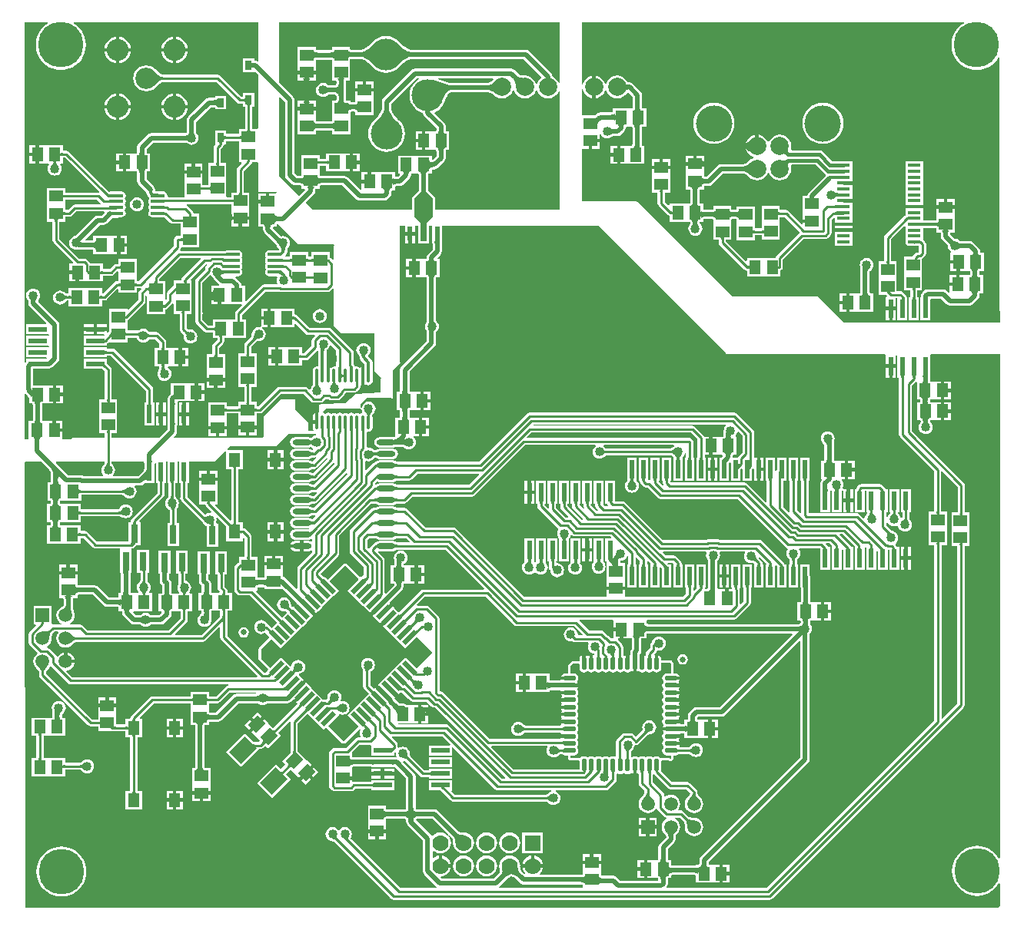
<source format=gtl>
G04*
G04 #@! TF.GenerationSoftware,Altium Limited,Altium Designer,18.1.3 (115)*
G04*
G04 Layer_Physical_Order=1*
G04 Layer_Color=255*
%FSAX25Y25*%
%MOIN*%
G70*
G01*
G75*
%ADD13C,0.01000*%
%ADD14C,0.02000*%
%ADD18C,0.01500*%
%ADD19O,0.06299X0.01496*%
%ADD20C,0.02500*%
%ADD21R,0.05118X0.05906*%
%ADD22R,0.05906X0.05118*%
%ADD23R,0.02400X0.08000*%
%ADD24R,0.05118X0.06102*%
%ADD25R,0.08000X0.02400*%
G04:AMPARAMS|DCode=26|XSize=51.18mil|YSize=59.06mil|CornerRadius=0mil|HoleSize=0mil|Usage=FLASHONLY|Rotation=135.000|XOffset=0mil|YOffset=0mil|HoleType=Round|Shape=Rectangle|*
%AMROTATEDRECTD26*
4,1,4,0.03897,0.00278,-0.00278,-0.03897,-0.03897,-0.00278,0.00278,0.03897,0.03897,0.00278,0.0*
%
%ADD26ROTATEDRECTD26*%

G04:AMPARAMS|DCode=27|XSize=70.87mil|YSize=94.49mil|CornerRadius=0mil|HoleSize=0mil|Usage=FLASHONLY|Rotation=135.000|XOffset=0mil|YOffset=0mil|HoleType=Round|Shape=Rectangle|*
%AMROTATEDRECTD27*
4,1,4,0.05846,0.00835,-0.00835,-0.05846,-0.05846,-0.00835,0.00835,0.05846,0.05846,0.00835,0.0*
%
%ADD27ROTATEDRECTD27*%

G04:AMPARAMS|DCode=28|XSize=70.87mil|YSize=19.68mil|CornerRadius=0mil|HoleSize=0mil|Usage=FLASHONLY|Rotation=135.000|XOffset=0mil|YOffset=0mil|HoleType=Round|Shape=Rectangle|*
%AMROTATEDRECTD28*
4,1,4,0.03202,-0.01810,0.01810,-0.03202,-0.03202,0.01810,-0.01810,0.03202,0.03202,-0.01810,0.0*
%
%ADD28ROTATEDRECTD28*%

G04:AMPARAMS|DCode=29|XSize=70.87mil|YSize=19.68mil|CornerRadius=0mil|HoleSize=0mil|Usage=FLASHONLY|Rotation=45.000|XOffset=0mil|YOffset=0mil|HoleType=Round|Shape=Rectangle|*
%AMROTATEDRECTD29*
4,1,4,-0.01810,-0.03202,-0.03202,-0.01810,0.01810,0.03202,0.03202,0.01810,-0.01810,-0.03202,0.0*
%
%ADD29ROTATEDRECTD29*%

%ADD30R,0.03150X0.08000*%
%ADD31R,0.03150X0.08024*%
%ADD32O,0.08268X0.02362*%
%ADD33O,0.01378X0.06102*%
%ADD34C,0.04000*%
%ADD35R,0.02953X0.03937*%
%ADD36R,0.05709X0.01496*%
%ADD37O,0.05709X0.01496*%
%ADD38R,0.02362X0.06299*%
%ADD39R,0.02756X0.07874*%
%ADD40R,0.05906X0.05118*%
%ADD41R,0.05118X0.05906*%
%ADD42O,0.01968X0.05709*%
%ADD43O,0.05709X0.01968*%
%ADD44R,0.02165X0.07874*%
%ADD82C,0.01378*%
%ADD83C,0.01496*%
%ADD84C,0.01396*%
%ADD85C,0.01496*%
%ADD86R,0.05906X0.05906*%
%ADD87C,0.05906*%
%ADD88R,0.07000X0.07000*%
%ADD89C,0.07000*%
%ADD90C,0.09200*%
%ADD91C,0.09500*%
%ADD92C,0.07874*%
%ADD93C,0.15748*%
%ADD94C,0.13780*%
%ADD95C,0.19685*%
%ADD96R,0.05906X0.05906*%
G36*
X0290977Y0476826D02*
X0291037Y0476656D01*
X0291137Y0476506D01*
X0291277Y0476376D01*
X0291457Y0476266D01*
X0291677Y0476176D01*
X0291937Y0476106D01*
X0292237Y0476056D01*
X0292577Y0476026D01*
X0292957Y0476016D01*
Y0474016D01*
X0292577Y0474006D01*
X0292237Y0473976D01*
X0291937Y0473926D01*
X0291677Y0473856D01*
X0291457Y0473766D01*
X0291277Y0473656D01*
X0291137Y0473526D01*
X0291037Y0473376D01*
X0290977Y0473206D01*
X0290957Y0473016D01*
Y0477016D01*
X0290977Y0476826D01*
D02*
G37*
G36*
X0285087Y0472756D02*
X0285067Y0472946D01*
X0285007Y0473116D01*
X0284906Y0473266D01*
X0284766Y0473396D01*
X0284584Y0473506D01*
X0284363Y0473596D01*
X0284102Y0473666D01*
X0283800Y0473716D01*
X0283458Y0473746D01*
X0283075Y0473756D01*
Y0475756D01*
X0283458Y0475766D01*
X0283800Y0475796D01*
X0284102Y0475846D01*
X0284363Y0475916D01*
X0284584Y0476006D01*
X0284766Y0476116D01*
X0284906Y0476246D01*
X0285007Y0476396D01*
X0285067Y0476566D01*
X0285087Y0476756D01*
Y0472756D01*
D02*
G37*
G36*
X0276077Y0476566D02*
X0276137Y0476396D01*
X0276237Y0476246D01*
X0276377Y0476116D01*
X0276557Y0476006D01*
X0276777Y0475916D01*
X0277037Y0475846D01*
X0277337Y0475796D01*
X0277677Y0475766D01*
X0278057Y0475756D01*
Y0473756D01*
X0277677Y0473746D01*
X0277337Y0473716D01*
X0277037Y0473666D01*
X0276777Y0473596D01*
X0276557Y0473506D01*
X0276377Y0473396D01*
X0276237Y0473266D01*
X0276137Y0473116D01*
X0276077Y0472946D01*
X0276057Y0472756D01*
Y0476756D01*
X0276077Y0476566D01*
D02*
G37*
G36*
X0313171Y0479113D02*
X0314553Y0477889D01*
X0315200Y0477392D01*
X0315818Y0476972D01*
X0316406Y0476628D01*
X0316965Y0476360D01*
X0317495Y0476169D01*
X0317996Y0476054D01*
X0318467Y0476016D01*
Y0474016D01*
X0317996Y0473978D01*
X0317495Y0473863D01*
X0316965Y0473672D01*
X0316406Y0473405D01*
X0315818Y0473061D01*
X0315200Y0472640D01*
X0314553Y0472143D01*
X0313171Y0470920D01*
X0312437Y0470193D01*
Y0479839D01*
X0313171Y0479113D01*
D02*
G37*
G36*
X0302596Y0470193D02*
X0301861Y0470920D01*
X0300479Y0472143D01*
X0299832Y0472640D01*
X0299215Y0473061D01*
X0298626Y0473405D01*
X0298067Y0473672D01*
X0297537Y0473863D01*
X0297037Y0473978D01*
X0296566Y0474016D01*
Y0476016D01*
X0297037Y0476054D01*
X0297537Y0476169D01*
X0298067Y0476360D01*
X0298626Y0476628D01*
X0299215Y0476972D01*
X0299832Y0477392D01*
X0300479Y0477889D01*
X0301861Y0479113D01*
X0302596Y0479839D01*
Y0470193D01*
D02*
G37*
G36*
X0249382Y0471584D02*
X0249423Y0471523D01*
X0249492Y0471470D01*
X0249588Y0471423D01*
X0249711Y0471384D01*
X0249861Y0471352D01*
X0250039Y0471327D01*
X0250245Y0471309D01*
X0250737Y0471295D01*
Y0469295D01*
X0250477Y0469291D01*
X0249861Y0469238D01*
X0249711Y0469206D01*
X0249588Y0469166D01*
X0249492Y0469120D01*
X0249423Y0469066D01*
X0249382Y0469006D01*
X0249369Y0468938D01*
Y0471652D01*
X0249382Y0471584D01*
D02*
G37*
G36*
X0252116Y0472309D02*
X0251675Y0472074D01*
X0251518Y0472179D01*
X0250737Y0472334D01*
X0250393D01*
Y0473263D01*
X0245440D01*
Y0467326D01*
X0250393D01*
Y0467326D01*
X0250696Y0467452D01*
X0252116Y0466032D01*
Y0443113D01*
X0251869Y0442715D01*
X0251616Y0442715D01*
X0249446D01*
Y0452169D01*
X0250393D01*
Y0458106D01*
X0245440D01*
Y0456667D01*
X0244728D01*
X0235698Y0465698D01*
X0235201Y0466029D01*
X0234616Y0466146D01*
X0210793D01*
X0210736Y0466151D01*
X0210563Y0466196D01*
X0210330Y0466289D01*
X0210044Y0466437D01*
X0209714Y0466644D01*
X0209362Y0466896D01*
X0208016Y0468067D01*
X0207643Y0468438D01*
X0207510Y0468610D01*
X0206340Y0469508D01*
X0204978Y0470072D01*
X0203516Y0470264D01*
X0202054Y0470072D01*
X0200692Y0469508D01*
X0199522Y0468610D01*
X0198625Y0467440D01*
X0198060Y0466078D01*
X0197868Y0464616D01*
X0198060Y0463154D01*
X0198625Y0461792D01*
X0199522Y0460622D01*
X0200692Y0459725D01*
X0202054Y0459160D01*
X0203516Y0458968D01*
X0204978Y0459160D01*
X0206340Y0459725D01*
X0207510Y0460622D01*
X0207643Y0460795D01*
X0208029Y0461179D01*
X0208492Y0461611D01*
X0209353Y0462330D01*
X0209714Y0462589D01*
X0210044Y0462795D01*
X0210330Y0462943D01*
X0210563Y0463037D01*
X0210736Y0463082D01*
X0210793Y0463087D01*
X0233983D01*
X0243014Y0454056D01*
X0243510Y0453724D01*
X0244095Y0453608D01*
X0245440D01*
Y0452169D01*
X0246387D01*
Y0442715D01*
X0243963D01*
Y0440467D01*
X0238293D01*
Y0441906D01*
X0233340D01*
Y0435969D01*
X0233340Y0435969D01*
X0233190Y0435531D01*
X0232903Y0435101D01*
X0232787Y0434516D01*
Y0427815D01*
X0230363D01*
Y0420835D01*
X0230363Y0420697D01*
Y0420335D01*
X0230363Y0420197D01*
Y0418305D01*
X0227969D01*
Y0419897D01*
X0227969Y0420035D01*
Y0420397D01*
X0227969Y0420535D01*
Y0423206D01*
X0224016D01*
X0220063D01*
Y0420535D01*
X0220063Y0420397D01*
Y0420035D01*
X0220063Y0419897D01*
Y0412986D01*
X0213112D01*
X0212702Y0413486D01*
X0212755Y0413755D01*
X0212619Y0414437D01*
X0212233Y0415015D01*
X0211655Y0415401D01*
X0210973Y0415537D01*
X0209333D01*
X0209253Y0415590D01*
X0208571Y0415726D01*
X0207632D01*
X0207315Y0416113D01*
X0207355Y0416316D01*
X0207200Y0417097D01*
X0206758Y0417758D01*
X0203696Y0420821D01*
Y0423622D01*
X0203709Y0423772D01*
X0203744Y0423986D01*
X0203785Y0424138D01*
X0203795Y0424163D01*
X0205215D01*
Y0432069D01*
X0203799D01*
X0203784Y0432104D01*
X0203744Y0432254D01*
X0203709Y0432466D01*
X0203696Y0432613D01*
Y0433825D01*
X0206586Y0436716D01*
X0220617D01*
X0220689Y0436708D01*
X0220801Y0436690D01*
X0220891Y0436669D01*
X0220956Y0436649D01*
X0220998Y0436632D01*
X0221005Y0436629D01*
X0221015Y0436615D01*
X0221642Y0436134D01*
X0222372Y0435832D01*
X0223155Y0435729D01*
X0223938Y0435832D01*
X0224668Y0436134D01*
X0225294Y0436615D01*
X0225775Y0437242D01*
X0226078Y0437972D01*
X0226181Y0438755D01*
X0226078Y0439538D01*
X0225775Y0440268D01*
X0225294Y0440894D01*
X0225281Y0440905D01*
X0225277Y0440912D01*
X0225260Y0440953D01*
X0225240Y0441019D01*
X0225220Y0441108D01*
X0225203Y0441209D01*
X0225194Y0441325D01*
Y0445710D01*
X0231540Y0452056D01*
X0232808D01*
X0232948Y0452044D01*
X0233164Y0452009D01*
X0233318Y0451970D01*
X0233340Y0451961D01*
Y0451126D01*
X0234314D01*
X0234352Y0451119D01*
X0234390Y0451126D01*
X0234446D01*
X0234463Y0451125D01*
X0234468Y0451126D01*
X0238293D01*
Y0457063D01*
X0234468D01*
X0234463Y0457065D01*
X0234446Y0457063D01*
X0234390D01*
X0234352Y0457071D01*
X0234314Y0457063D01*
X0233340D01*
Y0456229D01*
X0233318Y0456220D01*
X0233164Y0456180D01*
X0232948Y0456146D01*
X0232808Y0456134D01*
X0230695D01*
X0229915Y0455979D01*
X0229253Y0455537D01*
X0221713Y0447997D01*
X0221271Y0447335D01*
X0221115Y0446555D01*
Y0441292D01*
X0221108Y0441221D01*
X0221090Y0441108D01*
X0221069Y0441019D01*
X0221049Y0440953D01*
X0221032Y0440912D01*
X0221029Y0440905D01*
X0221015Y0440894D01*
X0221005Y0440881D01*
X0220998Y0440877D01*
X0220956Y0440861D01*
X0220891Y0440840D01*
X0220801Y0440820D01*
X0220701Y0440803D01*
X0220584Y0440794D01*
X0205741D01*
X0204961Y0440639D01*
X0204299Y0440197D01*
X0200214Y0436112D01*
X0199772Y0435450D01*
X0199617Y0434670D01*
Y0432613D01*
X0199604Y0432466D01*
X0199569Y0432254D01*
X0199528Y0432104D01*
X0199514Y0432069D01*
X0198235D01*
X0198097Y0432069D01*
X0197735D01*
X0197597Y0432069D01*
X0194926D01*
Y0428116D01*
Y0424163D01*
X0197597D01*
X0197735Y0424163D01*
X0198097D01*
X0198235Y0424163D01*
X0199518D01*
X0199528Y0424138D01*
X0199569Y0423986D01*
X0199604Y0423772D01*
X0199617Y0423622D01*
Y0419976D01*
X0199772Y0419196D01*
X0200214Y0418534D01*
X0203534Y0415215D01*
Y0414841D01*
X0203534Y0414841D01*
X0203670Y0414159D01*
X0204056Y0413581D01*
X0204513Y0413124D01*
X0204523Y0413073D01*
X0204649Y0412884D01*
X0204898Y0412475D01*
X0204649Y0412067D01*
X0204523Y0411878D01*
X0204387Y0411196D01*
X0204523Y0410514D01*
X0204649Y0410324D01*
X0204898Y0409916D01*
X0204649Y0409508D01*
X0204523Y0409319D01*
X0204387Y0408637D01*
X0204523Y0407955D01*
X0204649Y0407765D01*
X0204898Y0407357D01*
X0204649Y0406949D01*
X0204523Y0406760D01*
X0204387Y0406078D01*
X0204523Y0405396D01*
X0204909Y0404817D01*
X0205488Y0404431D01*
X0206170Y0404295D01*
X0210973D01*
X0211474Y0404395D01*
X0213935Y0401935D01*
X0214431Y0401603D01*
X0215016Y0401487D01*
X0218563D01*
Y0398795D01*
X0218563Y0398657D01*
Y0398295D01*
X0218563Y0398157D01*
Y0396265D01*
X0217136D01*
X0216551Y0396149D01*
X0216054Y0395817D01*
X0215723Y0395321D01*
X0215606Y0394736D01*
Y0391769D01*
X0200443Y0376605D01*
X0199369D01*
Y0378497D01*
X0199369Y0378635D01*
Y0378997D01*
X0199369Y0379135D01*
Y0386115D01*
X0191463D01*
Y0384086D01*
X0190456D01*
X0189871Y0383969D01*
X0189375Y0383638D01*
X0187683Y0381946D01*
X0184715D01*
Y0384369D01*
X0179189D01*
X0179148Y0384576D01*
X0178816Y0385072D01*
X0177938Y0385950D01*
X0177442Y0386282D01*
X0176856Y0386398D01*
X0174597D01*
X0165946Y0395050D01*
Y0402417D01*
X0168369D01*
Y0404447D01*
X0170276D01*
X0170861Y0404563D01*
X0171358Y0404895D01*
X0173259Y0406796D01*
X0185259D01*
X0185450Y0406334D01*
X0184171Y0405055D01*
X0182516D01*
X0182516Y0405055D01*
X0181736Y0404900D01*
X0181074Y0404458D01*
X0172804Y0396188D01*
X0172433Y0396139D01*
X0171703Y0395837D01*
X0171077Y0395356D01*
X0170596Y0394729D01*
X0170293Y0393999D01*
X0170190Y0393216D01*
X0170293Y0392433D01*
X0170596Y0391703D01*
X0171077Y0391076D01*
X0171703Y0390596D01*
X0172433Y0390293D01*
X0173216Y0390190D01*
X0173778Y0390264D01*
X0174216Y0390177D01*
X0180076D01*
X0180225Y0390164D01*
X0180439Y0390128D01*
X0180592Y0390088D01*
X0180617Y0390077D01*
Y0388263D01*
X0187597D01*
X0187735Y0388263D01*
X0188097D01*
X0188235Y0388263D01*
X0190906D01*
Y0392216D01*
Y0396169D01*
X0188235D01*
X0188097Y0396169D01*
X0187735D01*
X0187597Y0396169D01*
X0180617D01*
Y0394355D01*
X0180592Y0394345D01*
X0180439Y0394304D01*
X0180225Y0394268D01*
X0180076Y0394255D01*
X0177293D01*
X0177101Y0394717D01*
X0183361Y0400977D01*
X0185016D01*
X0185796Y0401132D01*
X0186458Y0401574D01*
X0188927Y0404043D01*
X0191185D01*
X0191759Y0404157D01*
X0191918D01*
X0192580Y0404289D01*
X0192590Y0404295D01*
X0192863D01*
X0193545Y0404431D01*
X0194123Y0404817D01*
X0194509Y0405396D01*
X0194645Y0406078D01*
X0194509Y0406760D01*
X0194383Y0406949D01*
X0194135Y0407357D01*
X0194383Y0407765D01*
X0194509Y0407955D01*
X0194645Y0408637D01*
X0194509Y0409319D01*
X0194383Y0409508D01*
X0194135Y0409916D01*
X0194383Y0410324D01*
X0194509Y0410514D01*
X0194645Y0411196D01*
X0194509Y0411878D01*
X0194383Y0412067D01*
X0194135Y0412475D01*
X0194383Y0412884D01*
X0194509Y0413073D01*
X0194645Y0413755D01*
X0194509Y0414437D01*
X0194123Y0415015D01*
X0193545Y0415401D01*
X0192863Y0415537D01*
X0188059D01*
X0187475Y0415421D01*
X0186598Y0416298D01*
X0186296Y0416499D01*
X0170038Y0432757D01*
X0169542Y0433089D01*
X0168956Y0433205D01*
X0167415D01*
Y0435629D01*
X0160435D01*
X0160297Y0435629D01*
X0159935D01*
X0159797Y0435629D01*
X0157126D01*
Y0431676D01*
Y0427723D01*
X0159797D01*
X0159935Y0427723D01*
X0160297D01*
X0160435Y0427723D01*
X0161260D01*
X0161507Y0427223D01*
X0161234Y0426868D01*
X0160932Y0426138D01*
X0160829Y0425355D01*
X0160932Y0424572D01*
X0161234Y0423842D01*
X0161715Y0423215D01*
X0162342Y0422734D01*
X0163072Y0422432D01*
X0163855Y0422329D01*
X0164638Y0422432D01*
X0165368Y0422734D01*
X0165994Y0423215D01*
X0166475Y0423842D01*
X0166778Y0424572D01*
X0166881Y0425355D01*
X0166778Y0426138D01*
X0166475Y0426868D01*
X0166202Y0427223D01*
X0166449Y0427723D01*
X0167415D01*
Y0430147D01*
X0168323D01*
X0182997Y0415473D01*
X0182974Y0415336D01*
X0182777Y0414986D01*
X0168369D01*
Y0417015D01*
X0160463D01*
Y0409897D01*
X0160463D01*
Y0409535D01*
X0160463D01*
Y0402417D01*
X0162887D01*
Y0394416D01*
X0163003Y0393831D01*
X0163335Y0393335D01*
X0171839Y0384831D01*
X0171647Y0384369D01*
X0170117D01*
Y0381166D01*
X0173676D01*
Y0380416D01*
X0174426D01*
Y0376463D01*
X0177235D01*
X0177235Y0376463D01*
X0177597D01*
Y0376463D01*
X0177735Y0376463D01*
X0184715D01*
Y0378887D01*
X0188316D01*
X0188901Y0379003D01*
X0189398Y0379335D01*
X0190963Y0380901D01*
X0191463Y0380722D01*
Y0379135D01*
X0191463Y0378997D01*
Y0378635D01*
X0191463Y0378497D01*
Y0376605D01*
X0190776D01*
X0190191Y0376489D01*
X0189695Y0376157D01*
X0184915Y0371378D01*
X0184415Y0371566D01*
Y0373669D01*
X0177435D01*
X0177297Y0373669D01*
X0176935D01*
X0176797Y0373669D01*
X0169817D01*
Y0371246D01*
X0169111D01*
X0169078Y0371251D01*
X0168993Y0371271D01*
X0168892Y0371304D01*
X0168777Y0371351D01*
X0168648Y0371413D01*
X0168517Y0371487D01*
X0168181Y0371708D01*
X0168001Y0371844D01*
X0167915Y0371885D01*
X0167668Y0372075D01*
X0166938Y0372377D01*
X0166155Y0372481D01*
X0165372Y0372377D01*
X0164642Y0372075D01*
X0164015Y0371594D01*
X0163534Y0370968D01*
X0163232Y0370238D01*
X0163129Y0369455D01*
X0163232Y0368672D01*
X0163534Y0367942D01*
X0164015Y0367315D01*
X0164642Y0366834D01*
X0165372Y0366532D01*
X0166155Y0366429D01*
X0166938Y0366532D01*
X0167668Y0366834D01*
X0168294Y0367315D01*
X0168482Y0367559D01*
X0168551Y0367617D01*
X0168676Y0367775D01*
X0168778Y0367887D01*
X0168874Y0367978D01*
X0168962Y0368049D01*
X0169041Y0368102D01*
X0169111Y0368140D01*
X0169173Y0368166D01*
X0169230Y0368182D01*
X0169255Y0368187D01*
X0169817D01*
Y0365763D01*
X0176797D01*
X0176935Y0365763D01*
X0177297D01*
X0177435Y0365763D01*
X0184415D01*
Y0368187D01*
X0185416D01*
X0186001Y0368303D01*
X0186498Y0368635D01*
X0190963Y0373100D01*
X0191463Y0372893D01*
Y0371517D01*
X0199369D01*
Y0373547D01*
X0201076D01*
X0201077Y0373547D01*
X0201323Y0373086D01*
X0200580Y0372343D01*
X0200248Y0371847D01*
X0200132Y0371261D01*
Y0368534D01*
X0195831Y0364233D01*
X0195369Y0364425D01*
Y0364615D01*
X0187463D01*
Y0357635D01*
X0187463Y0357497D01*
Y0357135D01*
X0187463Y0356997D01*
Y0354884D01*
X0187460Y0354868D01*
X0187442Y0354814D01*
X0187405Y0354733D01*
X0187346Y0354628D01*
X0187264Y0354503D01*
X0187165Y0354368D01*
X0187016Y0354196D01*
X0186516Y0354347D01*
Y0354966D01*
X0182266D01*
Y0353516D01*
X0185207D01*
X0185474Y0353016D01*
X0185407Y0352916D01*
X0176516D01*
Y0348516D01*
X0186516D01*
Y0349447D01*
X0186798Y0349635D01*
X0187016Y0349853D01*
X0187463Y0350017D01*
Y0350017D01*
X0187463Y0350017D01*
X0195369D01*
Y0352047D01*
X0199329D01*
X0199596Y0351403D01*
X0200077Y0350777D01*
X0200703Y0350296D01*
X0201433Y0349993D01*
X0202216Y0349890D01*
X0202999Y0349993D01*
X0203729Y0350296D01*
X0204356Y0350777D01*
X0204791Y0351344D01*
X0204794Y0351346D01*
X0204798Y0351353D01*
X0204816Y0351359D01*
X0204867Y0351372D01*
X0204941Y0351384D01*
X0204970Y0351387D01*
X0207383D01*
X0209247Y0349523D01*
Y0347569D01*
X0207217D01*
Y0339663D01*
X0209247D01*
Y0339057D01*
X0209245Y0339045D01*
X0209187Y0338791D01*
X0209155Y0338685D01*
X0208826Y0337890D01*
X0208796Y0337829D01*
X0208796Y0337829D01*
X0208795Y0337829D01*
X0208718Y0337673D01*
X0208696Y0337587D01*
X0208493Y0337099D01*
X0208390Y0336316D01*
X0208493Y0335533D01*
X0208796Y0334803D01*
X0209277Y0334176D01*
X0209903Y0333696D01*
X0210633Y0333393D01*
X0211416Y0333290D01*
X0212199Y0333393D01*
X0212929Y0333696D01*
X0213556Y0334176D01*
X0214037Y0334803D01*
X0214339Y0335533D01*
X0214442Y0336316D01*
X0214339Y0337099D01*
X0214037Y0337829D01*
X0213556Y0338456D01*
X0212929Y0338937D01*
X0212795Y0338992D01*
X0212763Y0339018D01*
X0212680Y0339062D01*
X0212661Y0339180D01*
X0213017Y0339663D01*
X0214197D01*
X0214335Y0339663D01*
X0214697D01*
X0214835Y0339663D01*
X0217506D01*
Y0343616D01*
Y0347569D01*
X0214835D01*
X0214697Y0347569D01*
X0214335D01*
X0214197Y0347569D01*
X0212305D01*
Y0350156D01*
X0212189Y0350742D01*
X0211858Y0351238D01*
X0209098Y0353998D01*
X0208601Y0354329D01*
X0208016Y0354446D01*
X0204970D01*
X0204941Y0354448D01*
X0204867Y0354460D01*
X0204816Y0354473D01*
X0204798Y0354480D01*
X0204794Y0354486D01*
X0204791Y0354489D01*
X0204356Y0355056D01*
X0203729Y0355537D01*
X0202999Y0355839D01*
X0202216Y0355942D01*
X0201433Y0355839D01*
X0200703Y0355537D01*
X0200364Y0355277D01*
X0200288Y0355239D01*
X0200242Y0355203D01*
X0200230Y0355196D01*
X0200204Y0355183D01*
X0200164Y0355167D01*
X0200108Y0355150D01*
X0200035Y0355133D01*
X0199959Y0355120D01*
X0199791Y0355105D01*
X0195369D01*
Y0356997D01*
X0195369Y0357135D01*
Y0357497D01*
X0195369Y0357635D01*
Y0359637D01*
X0195402Y0359643D01*
X0195898Y0359975D01*
X0202743Y0366820D01*
X0203074Y0367316D01*
X0203191Y0367901D01*
Y0370243D01*
X0203263Y0370292D01*
X0203763Y0370025D01*
Y0369597D01*
X0203763D01*
Y0369235D01*
X0203763D01*
Y0362117D01*
X0211669D01*
Y0364165D01*
X0212161Y0364263D01*
X0212657Y0364595D01*
X0214863Y0366800D01*
X0215363Y0366611D01*
Y0362317D01*
X0217987D01*
Y0355716D01*
X0218103Y0355131D01*
X0218435Y0354635D01*
X0219688Y0353382D01*
X0219706Y0353360D01*
X0219750Y0353299D01*
X0219777Y0353254D01*
X0219785Y0353236D01*
X0219784Y0353229D01*
X0219784Y0353225D01*
X0219690Y0352516D01*
X0219793Y0351733D01*
X0220096Y0351003D01*
X0220577Y0350377D01*
X0221203Y0349896D01*
X0221933Y0349593D01*
X0222716Y0349490D01*
X0223499Y0349593D01*
X0224229Y0349896D01*
X0224856Y0350377D01*
X0225337Y0351003D01*
X0225639Y0351733D01*
X0225742Y0352516D01*
X0225639Y0353299D01*
X0225337Y0354029D01*
X0224856Y0354656D01*
X0224229Y0355137D01*
X0223499Y0355439D01*
X0222716Y0355542D01*
X0222007Y0355449D01*
X0222004Y0355449D01*
X0221996Y0355447D01*
X0221979Y0355455D01*
X0221934Y0355483D01*
X0221873Y0355526D01*
X0221851Y0355545D01*
X0221046Y0356350D01*
Y0362317D01*
X0223269D01*
Y0369435D01*
X0223269D01*
Y0369797D01*
X0223269D01*
Y0376915D01*
X0222932D01*
X0222740Y0377377D01*
X0229450Y0384087D01*
X0229921D01*
X0230112Y0383625D01*
X0229635Y0383147D01*
X0229303Y0382651D01*
X0229187Y0382066D01*
Y0381699D01*
X0225235Y0377747D01*
X0224903Y0377251D01*
X0224787Y0376666D01*
Y0362866D01*
X0224827Y0362666D01*
X0224787Y0362466D01*
Y0359416D01*
X0224903Y0358831D01*
X0225235Y0358335D01*
X0228835Y0354735D01*
X0229331Y0354403D01*
X0229916Y0354287D01*
X0232317D01*
Y0351863D01*
X0234347D01*
Y0351110D01*
X0232635Y0349398D01*
X0232303Y0348901D01*
X0232187Y0348316D01*
Y0344775D01*
X0229763D01*
Y0337795D01*
X0229763Y0337657D01*
Y0337295D01*
X0229763Y0337157D01*
Y0334486D01*
X0233716D01*
X0237669D01*
Y0337157D01*
X0237669Y0337295D01*
Y0337657D01*
X0237669Y0337795D01*
Y0344775D01*
X0235246D01*
Y0347683D01*
X0236958Y0349395D01*
X0237289Y0349891D01*
X0237405Y0350476D01*
Y0351863D01*
X0239435D01*
Y0351863D01*
X0239797D01*
Y0351863D01*
X0246915D01*
Y0359769D01*
X0245146D01*
Y0361983D01*
X0255250Y0372087D01*
X0260806D01*
X0261081Y0371903D01*
X0261666Y0371787D01*
X0282089D01*
X0282675Y0371903D01*
X0283171Y0372235D01*
X0284316Y0373380D01*
X0284816Y0373173D01*
Y0357116D01*
X0288116Y0353816D01*
X0302371D01*
X0302371Y0337662D01*
X0305416Y0334616D01*
X0305116Y0334316D01*
Y0328116D01*
X0294416Y0327616D01*
X0289716Y0323616D01*
X0279316Y0323356D01*
X0278516Y0322916D01*
Y0319624D01*
X0278216Y0319461D01*
Y0315377D01*
X0277466D01*
Y0314627D01*
X0275744D01*
Y0313015D01*
X0275875Y0312356D01*
X0276102Y0312016D01*
X0275837Y0311516D01*
X0273816D01*
Y0315316D01*
X0268156Y0320976D01*
Y0325316D01*
X0261903D01*
X0254316Y0317729D01*
Y0309216D01*
X0253716Y0308616D01*
X0215738D01*
X0215546Y0309078D01*
X0216358Y0309890D01*
X0216358Y0309890D01*
X0216800Y0310552D01*
X0216955Y0311332D01*
X0216955Y0311332D01*
Y0313761D01*
X0216958Y0313816D01*
X0217116D01*
Y0314790D01*
X0217124Y0314828D01*
X0217116Y0314866D01*
Y0314941D01*
X0217117Y0314948D01*
X0217116Y0314949D01*
Y0322683D01*
X0217117Y0322684D01*
X0217116Y0322691D01*
Y0322766D01*
X0217124Y0322804D01*
X0217116Y0322842D01*
Y0323816D01*
X0217116D01*
X0217198Y0324282D01*
X0217328Y0324463D01*
X0221197D01*
X0221335Y0324463D01*
X0221697D01*
X0221835Y0324463D01*
X0224506D01*
Y0328416D01*
Y0332369D01*
X0221835D01*
X0221697Y0332369D01*
X0221335D01*
X0221197Y0332369D01*
X0214217D01*
Y0327741D01*
X0213474Y0326998D01*
X0213032Y0326337D01*
X0212877Y0325556D01*
Y0323872D01*
X0212874Y0323816D01*
X0212716D01*
Y0322842D01*
X0212709Y0322804D01*
X0212716Y0322766D01*
Y0322691D01*
X0212716Y0322684D01*
X0212716Y0322683D01*
Y0314950D01*
X0212716Y0314948D01*
X0212716Y0314941D01*
Y0314866D01*
X0212709Y0314828D01*
X0212716Y0314790D01*
Y0313816D01*
X0212855D01*
X0212877Y0313459D01*
Y0312176D01*
X0209317Y0308616D01*
X0188546D01*
Y0310677D01*
X0190969D01*
Y0317657D01*
X0190969Y0317795D01*
Y0318157D01*
X0190969Y0318295D01*
Y0325275D01*
X0188546D01*
Y0338116D01*
X0188429Y0338701D01*
X0188098Y0339198D01*
X0186765Y0340530D01*
X0186621Y0340685D01*
X0186526Y0340804D01*
X0186516Y0340818D01*
Y0342916D01*
X0176516D01*
Y0338516D01*
X0184418D01*
X0184655Y0338315D01*
X0185487Y0337483D01*
Y0325275D01*
X0183063D01*
Y0318295D01*
X0183063Y0318157D01*
Y0317795D01*
X0183063Y0317657D01*
Y0310677D01*
X0185487D01*
Y0308616D01*
X0171656D01*
X0171556Y0308716D01*
X0170856Y0308016D01*
X0167215D01*
Y0311166D01*
X0163656D01*
Y0311916D01*
X0162906D01*
Y0315869D01*
X0160097D01*
Y0315869D01*
X0159735D01*
Y0315869D01*
X0158515D01*
X0158504Y0315894D01*
X0158464Y0316046D01*
X0158428Y0316261D01*
X0158415Y0316410D01*
Y0322919D01*
X0158428Y0323066D01*
X0158464Y0323279D01*
X0158504Y0323429D01*
X0158518Y0323463D01*
X0159797D01*
X0159935Y0323463D01*
X0160297D01*
X0160435Y0323463D01*
X0163106D01*
Y0327416D01*
Y0331369D01*
X0160435D01*
X0160297Y0331369D01*
X0159935D01*
X0159797Y0331369D01*
X0154516D01*
Y0338516D01*
X0161516D01*
Y0338677D01*
X0162296Y0338832D01*
X0162958Y0339274D01*
X0165297Y0341613D01*
X0165739Y0342274D01*
X0165894Y0343055D01*
Y0357678D01*
X0165739Y0358458D01*
X0165297Y0359120D01*
X0156729Y0367687D01*
X0156656Y0368152D01*
X0157137Y0368779D01*
X0157439Y0369509D01*
X0157542Y0370292D01*
X0157439Y0371075D01*
X0157137Y0371805D01*
X0156656Y0372431D01*
X0156029Y0372912D01*
X0155299Y0373215D01*
X0154516Y0373318D01*
X0153733Y0373215D01*
X0153003Y0372912D01*
X0152376Y0372431D01*
X0151896Y0371805D01*
X0151593Y0371075D01*
X0151490Y0370292D01*
X0151593Y0369509D01*
X0151896Y0368779D01*
X0152376Y0368152D01*
X0152390Y0368142D01*
X0152394Y0368135D01*
X0152410Y0368094D01*
X0152430Y0368028D01*
X0152451Y0367938D01*
X0152467Y0367838D01*
X0152477Y0367722D01*
Y0367016D01*
X0152632Y0366236D01*
X0153074Y0365574D01*
X0160270Y0358378D01*
X0160079Y0357916D01*
X0151516D01*
Y0353516D01*
X0161167D01*
X0161342Y0353216D01*
X0161167Y0352916D01*
X0151516D01*
Y0348516D01*
X0161167D01*
X0161342Y0348216D01*
X0161167Y0347916D01*
X0151516D01*
Y0343516D01*
X0160286D01*
X0160553Y0343016D01*
X0160486Y0342916D01*
X0151516D01*
Y0341653D01*
X0151157Y0341364D01*
X0150716Y0341553D01*
Y0462816D01*
X0150816Y0489016D01*
X0160963D01*
X0161104Y0488516D01*
X0160123Y0487915D01*
X0158826Y0486807D01*
X0157717Y0485509D01*
X0156825Y0484054D01*
X0156172Y0482477D01*
X0155774Y0480818D01*
X0155640Y0479116D01*
X0155774Y0477415D01*
X0156172Y0475755D01*
X0156825Y0474179D01*
X0157717Y0472723D01*
X0158826Y0471426D01*
X0160123Y0470317D01*
X0161579Y0469425D01*
X0163155Y0468772D01*
X0164815Y0468374D01*
X0166516Y0468240D01*
X0168218Y0468374D01*
X0169877Y0468772D01*
X0171454Y0469425D01*
X0172909Y0470317D01*
X0174207Y0471426D01*
X0175315Y0472723D01*
X0176207Y0474179D01*
X0176860Y0475755D01*
X0177258Y0477415D01*
X0177392Y0479116D01*
X0177258Y0480818D01*
X0176860Y0482477D01*
X0176207Y0484054D01*
X0175315Y0485509D01*
X0174207Y0486807D01*
X0172909Y0487915D01*
X0171928Y0488516D01*
X0172069Y0489016D01*
X0252116D01*
Y0472309D01*
D02*
G37*
G36*
X0289826Y0464721D02*
X0289656Y0464661D01*
X0289506Y0464560D01*
X0289376Y0464419D01*
X0289266Y0464238D01*
X0289176Y0464017D01*
X0289106Y0463755D01*
X0289056Y0463453D01*
X0289026Y0463111D01*
X0289016Y0462729D01*
X0287016D01*
X0287006Y0463111D01*
X0286976Y0463453D01*
X0286926Y0463755D01*
X0286856Y0464017D01*
X0286766Y0464238D01*
X0286656Y0464419D01*
X0286526Y0464560D01*
X0286376Y0464661D01*
X0286206Y0464721D01*
X0286016Y0464741D01*
X0290016D01*
X0289826Y0464721D01*
D02*
G37*
G36*
X0354100Y0464214D02*
X0354047Y0464144D01*
X0354037Y0464137D01*
X0353734Y0463815D01*
X0353455Y0463551D01*
X0353183Y0463324D01*
X0352918Y0463134D01*
X0352663Y0462979D01*
X0352416Y0462857D01*
X0352179Y0462766D01*
X0351949Y0462703D01*
X0351762Y0462672D01*
X0335206D01*
X0330095Y0464219D01*
X0330168Y0464714D01*
X0353924D01*
X0354100Y0464214D01*
D02*
G37*
G36*
X0382816Y0462711D02*
X0382316Y0462612D01*
X0382029Y0463306D01*
X0381237Y0464337D01*
X0380206Y0465129D01*
X0379755Y0465315D01*
Y0465416D01*
X0379600Y0466196D01*
X0379158Y0466858D01*
X0369558Y0476458D01*
X0368897Y0476900D01*
X0368116Y0477055D01*
X0318267D01*
X0318151Y0477065D01*
X0317783Y0477149D01*
X0317359Y0477302D01*
X0316884Y0477529D01*
X0316363Y0477834D01*
X0315798Y0478219D01*
X0315202Y0478676D01*
X0313868Y0479857D01*
X0313240Y0480478D01*
X0313122Y0480622D01*
X0311921Y0481608D01*
X0310550Y0482341D01*
X0309063Y0482792D01*
X0307516Y0482944D01*
X0305970Y0482792D01*
X0304482Y0482341D01*
X0303112Y0481608D01*
X0301910Y0480622D01*
X0301792Y0480478D01*
X0301164Y0479857D01*
X0299830Y0478676D01*
X0299234Y0478219D01*
X0298670Y0477834D01*
X0298148Y0477529D01*
X0297673Y0477302D01*
X0297249Y0477149D01*
X0296881Y0477065D01*
X0296766Y0477055D01*
X0292513D01*
X0292366Y0477068D01*
X0292154Y0477104D01*
X0292004Y0477144D01*
X0291969Y0477158D01*
Y0478315D01*
X0284063D01*
Y0476895D01*
X0284038Y0476885D01*
X0283886Y0476844D01*
X0283672Y0476809D01*
X0283522Y0476795D01*
X0277613D01*
X0277466Y0476809D01*
X0277254Y0476844D01*
X0277104Y0476884D01*
X0277069Y0476898D01*
Y0478215D01*
X0269163D01*
Y0471235D01*
X0269163Y0471097D01*
Y0470735D01*
X0269163Y0470597D01*
Y0467926D01*
X0273116D01*
X0277069D01*
Y0470597D01*
X0277069Y0470735D01*
Y0471097D01*
X0277069Y0471235D01*
Y0472614D01*
X0277104Y0472628D01*
X0277254Y0472669D01*
X0277466Y0472704D01*
X0277613Y0472717D01*
X0283522D01*
X0283672Y0472704D01*
X0283886Y0472669D01*
X0284038Y0472628D01*
X0284063Y0472617D01*
Y0471335D01*
X0284063Y0471197D01*
Y0470835D01*
X0284063Y0470697D01*
Y0463717D01*
X0285877D01*
X0285888Y0463692D01*
X0285928Y0463540D01*
X0285964Y0463325D01*
X0285977Y0463176D01*
Y0462278D01*
X0285945Y0462097D01*
X0285897Y0461952D01*
X0285845Y0461856D01*
X0285792Y0461791D01*
X0285726Y0461737D01*
X0285630Y0461686D01*
X0285485Y0461637D01*
X0285305Y0461605D01*
X0282753D01*
X0282682Y0461613D01*
X0282570Y0461631D01*
X0282480Y0461652D01*
X0282415Y0461672D01*
X0282373Y0461689D01*
X0282366Y0461692D01*
X0282356Y0461706D01*
X0281729Y0462187D01*
X0280999Y0462489D01*
X0280216Y0462592D01*
X0279433Y0462489D01*
X0278703Y0462187D01*
X0278077Y0461706D01*
X0277596Y0461079D01*
X0277293Y0460349D01*
X0277190Y0459566D01*
X0277293Y0458783D01*
X0277596Y0458053D01*
X0278077Y0457427D01*
X0278703Y0456946D01*
X0279433Y0456643D01*
X0280216Y0456540D01*
X0280999Y0456643D01*
X0281729Y0456946D01*
X0282356Y0457427D01*
X0282366Y0457440D01*
X0282373Y0457444D01*
X0282415Y0457460D01*
X0282480Y0457481D01*
X0282570Y0457501D01*
X0282670Y0457517D01*
X0282786Y0457527D01*
X0285305D01*
X0285485Y0457495D01*
X0285630Y0457447D01*
X0285726Y0457395D01*
X0285792Y0457342D01*
X0285845Y0457276D01*
X0285897Y0457180D01*
X0285945Y0457035D01*
X0285977Y0456855D01*
Y0455556D01*
X0285964Y0455407D01*
X0285928Y0455193D01*
X0285888Y0455041D01*
X0285877Y0455015D01*
X0284263D01*
Y0448035D01*
X0284263Y0447897D01*
Y0447535D01*
X0284263Y0447397D01*
Y0446115D01*
X0284238Y0446105D01*
X0284086Y0446064D01*
X0283872Y0446028D01*
X0283722Y0446015D01*
X0277713D01*
X0277566Y0446028D01*
X0277354Y0446064D01*
X0277204Y0446104D01*
X0277169Y0446118D01*
Y0447316D01*
X0277169Y0447454D01*
Y0447816D01*
X0277169Y0447954D01*
Y0450625D01*
X0273216D01*
X0269263D01*
Y0447954D01*
X0269263Y0447816D01*
Y0447454D01*
X0269263Y0447316D01*
Y0440336D01*
X0277169D01*
Y0441834D01*
X0277204Y0441848D01*
X0277354Y0441889D01*
X0277566Y0441924D01*
X0277713Y0441937D01*
X0283722D01*
X0283872Y0441924D01*
X0284086Y0441888D01*
X0284238Y0441848D01*
X0284263Y0441837D01*
Y0440417D01*
X0292169D01*
Y0447397D01*
X0292169Y0447535D01*
Y0447897D01*
X0292169Y0448035D01*
Y0450034D01*
X0292204Y0450048D01*
X0292354Y0450089D01*
X0292566Y0450124D01*
X0292713Y0450137D01*
X0293719D01*
X0293866Y0450124D01*
X0294079Y0450089D01*
X0294229Y0450048D01*
X0294263Y0450034D01*
Y0448617D01*
X0302169D01*
Y0455597D01*
X0302169Y0455735D01*
Y0456097D01*
X0302169Y0456235D01*
Y0458906D01*
X0298216D01*
X0294263D01*
Y0456235D01*
X0294263Y0456097D01*
Y0455735D01*
X0294263Y0455597D01*
Y0454318D01*
X0294229Y0454304D01*
X0294079Y0454263D01*
X0293866Y0454228D01*
X0293719Y0454215D01*
X0292659D01*
X0292544Y0454224D01*
X0292318Y0454255D01*
X0292169Y0454288D01*
Y0455015D01*
X0291195D01*
X0291157Y0455023D01*
X0291119Y0455015D01*
X0290155D01*
X0290145Y0455041D01*
X0290104Y0455193D01*
X0290068Y0455407D01*
X0290055Y0455556D01*
Y0459566D01*
Y0463176D01*
X0290068Y0463325D01*
X0290104Y0463540D01*
X0290145Y0463692D01*
X0290155Y0463717D01*
X0291969D01*
Y0470697D01*
X0291969Y0470835D01*
Y0471197D01*
X0291969Y0471335D01*
Y0472874D01*
X0292004Y0472888D01*
X0292154Y0472929D01*
X0292366Y0472964D01*
X0292513Y0472977D01*
X0296766D01*
X0296881Y0472968D01*
X0297250Y0472883D01*
X0297673Y0472730D01*
X0298148Y0472503D01*
X0298670Y0472198D01*
X0299235Y0471813D01*
X0299830Y0471356D01*
X0301164Y0470175D01*
X0301792Y0469554D01*
X0301910Y0469410D01*
X0303112Y0468424D01*
X0304482Y0467692D01*
X0305970Y0467241D01*
X0307516Y0467088D01*
X0309063Y0467241D01*
X0310550Y0467692D01*
X0311921Y0468424D01*
X0313122Y0469410D01*
X0313240Y0469554D01*
X0313868Y0470175D01*
X0315202Y0471356D01*
X0315798Y0471814D01*
X0316363Y0472198D01*
X0316884Y0472503D01*
X0317359Y0472730D01*
X0317783Y0472883D01*
X0318151Y0472968D01*
X0318267Y0472977D01*
X0367271D01*
X0374898Y0465350D01*
X0374865Y0464852D01*
X0374195Y0464337D01*
X0373404Y0463306D01*
X0372987Y0462299D01*
X0372446D01*
X0372029Y0463306D01*
X0371237Y0464337D01*
X0370206Y0465129D01*
X0369005Y0465626D01*
X0367716Y0465796D01*
X0367554Y0465774D01*
X0367240Y0465779D01*
X0366844Y0465806D01*
X0366480Y0465852D01*
X0366149Y0465916D01*
X0365849Y0465997D01*
X0365581Y0466094D01*
X0365343Y0466204D01*
X0365132Y0466326D01*
X0364979Y0466437D01*
X0363221Y0468195D01*
X0362560Y0468637D01*
X0361779Y0468792D01*
X0320053D01*
X0320053Y0468792D01*
X0319273Y0468637D01*
X0318611Y0468195D01*
X0306274Y0455858D01*
X0305832Y0455197D01*
X0305677Y0454416D01*
Y0451367D01*
X0305668Y0451251D01*
X0305583Y0450883D01*
X0305430Y0450459D01*
X0305203Y0449984D01*
X0304898Y0449463D01*
X0304514Y0448898D01*
X0304056Y0448302D01*
X0302875Y0446968D01*
X0302254Y0446340D01*
X0302110Y0446222D01*
X0301124Y0445021D01*
X0300392Y0443650D01*
X0299941Y0442163D01*
X0299788Y0440616D01*
X0299941Y0439070D01*
X0300392Y0437582D01*
X0301124Y0436212D01*
X0302110Y0435010D01*
X0303312Y0434024D01*
X0304682Y0433292D01*
X0306170Y0432841D01*
X0307716Y0432688D01*
X0309263Y0432841D01*
X0310750Y0433292D01*
X0312121Y0434024D01*
X0313322Y0435010D01*
X0314308Y0436212D01*
X0315041Y0437582D01*
X0315492Y0439070D01*
X0315644Y0440616D01*
X0315492Y0442163D01*
X0315041Y0443650D01*
X0314308Y0445021D01*
X0313322Y0446222D01*
X0313178Y0446340D01*
X0312558Y0446968D01*
X0311376Y0448302D01*
X0310919Y0448898D01*
X0310534Y0449463D01*
X0310229Y0449984D01*
X0310002Y0450459D01*
X0309849Y0450883D01*
X0309765Y0451251D01*
X0309755Y0451367D01*
Y0453572D01*
X0320898Y0464714D01*
X0321659D01*
X0321784Y0464214D01*
X0321212Y0463908D01*
X0320010Y0462922D01*
X0319024Y0461721D01*
X0318292Y0460350D01*
X0317841Y0458863D01*
X0317688Y0457316D01*
X0317841Y0455769D01*
X0318292Y0454282D01*
X0319024Y0452912D01*
X0320010Y0451710D01*
X0321212Y0450724D01*
X0322582Y0449992D01*
X0323577Y0449690D01*
Y0449516D01*
X0323732Y0448736D01*
X0324174Y0448074D01*
X0329317Y0442931D01*
Y0442013D01*
X0329304Y0441866D01*
X0329269Y0441654D01*
X0329228Y0441504D01*
X0329214Y0441469D01*
X0327935D01*
X0327797Y0441469D01*
X0327435D01*
X0327297Y0441469D01*
X0324626D01*
Y0437516D01*
Y0433563D01*
X0327297D01*
X0327435Y0433563D01*
X0327797D01*
X0327935Y0433563D01*
X0329218D01*
X0329228Y0433538D01*
X0329269Y0433386D01*
X0329304Y0433172D01*
X0329317Y0433022D01*
Y0430801D01*
X0327815Y0429299D01*
X0327315Y0429480D01*
Y0431069D01*
X0320197D01*
Y0431069D01*
X0319835D01*
Y0431069D01*
X0312717D01*
Y0423163D01*
X0313326D01*
X0313518Y0422702D01*
X0312671Y0421855D01*
X0311956D01*
X0311807Y0421868D01*
X0311593Y0421904D01*
X0311441Y0421945D01*
X0311415Y0421955D01*
Y0423769D01*
X0304435D01*
X0304297Y0423769D01*
X0303935D01*
X0303797Y0423769D01*
X0301126D01*
Y0419816D01*
X0300376D01*
Y0419066D01*
X0296817D01*
Y0416406D01*
X0296317Y0416199D01*
X0290898Y0421618D01*
X0290237Y0422060D01*
X0289456Y0422215D01*
X0279310D01*
X0279161Y0422228D01*
X0278946Y0422264D01*
X0278794Y0422304D01*
X0278769Y0422315D01*
Y0423597D01*
X0278769Y0423735D01*
Y0424097D01*
X0278769Y0424235D01*
Y0426607D01*
X0281417D01*
Y0424183D01*
X0288397D01*
X0288535Y0424183D01*
X0288897D01*
X0289035Y0424183D01*
X0291706D01*
Y0428136D01*
Y0432089D01*
X0289035D01*
X0288897Y0432089D01*
X0288535D01*
X0288397Y0432089D01*
X0281417D01*
Y0429665D01*
X0278769D01*
Y0431215D01*
X0270863D01*
Y0424235D01*
X0270863Y0424097D01*
Y0423735D01*
X0270863Y0423597D01*
Y0422318D01*
X0270829Y0422304D01*
X0270679Y0422263D01*
X0270466Y0422228D01*
X0270319Y0422215D01*
X0269001D01*
X0267855Y0423361D01*
Y0455216D01*
X0267700Y0455997D01*
X0267258Y0456658D01*
X0261116Y0462800D01*
Y0488845D01*
X0382816D01*
X0382816Y0462711D01*
D02*
G37*
G36*
X0207322Y0467319D02*
X0208729Y0466095D01*
X0209146Y0465796D01*
X0209538Y0465551D01*
X0209904Y0465361D01*
X0210245Y0465225D01*
X0210560Y0465143D01*
X0210849Y0465116D01*
Y0464116D01*
X0210560Y0464089D01*
X0210245Y0464007D01*
X0209904Y0463871D01*
X0209538Y0463681D01*
X0209146Y0463436D01*
X0208729Y0463137D01*
X0207816Y0462375D01*
X0207322Y0461913D01*
X0206801Y0461396D01*
Y0467836D01*
X0207322Y0467319D01*
D02*
G37*
G36*
X0364305Y0465666D02*
X0364576Y0465470D01*
X0364872Y0465298D01*
X0365195Y0465149D01*
X0365543Y0465024D01*
X0365918Y0464923D01*
X0366319Y0464845D01*
X0366745Y0464790D01*
X0367198Y0464760D01*
X0367677Y0464753D01*
X0363779Y0460855D01*
X0363772Y0461334D01*
X0363742Y0461787D01*
X0363688Y0462214D01*
X0363610Y0462614D01*
X0363508Y0462989D01*
X0363383Y0463338D01*
X0363234Y0463660D01*
X0363062Y0463957D01*
X0362866Y0464227D01*
X0362646Y0464472D01*
X0364060Y0465886D01*
X0364305Y0465666D01*
D02*
G37*
G36*
X0411344Y0462389D02*
X0411447Y0462268D01*
X0411574Y0462162D01*
X0411724Y0462071D01*
X0411897Y0461993D01*
X0412094Y0461929D01*
X0412314Y0461880D01*
X0412558Y0461844D01*
X0412825Y0461823D01*
X0413116Y0461816D01*
Y0459816D01*
X0412825Y0459809D01*
X0412558Y0459788D01*
X0412314Y0459753D01*
X0412094Y0459703D01*
X0411897Y0459640D01*
X0411724Y0459562D01*
X0411574Y0459470D01*
X0411447Y0459364D01*
X0411344Y0459244D01*
X0411264Y0459109D01*
Y0462523D01*
X0411344Y0462389D01*
D02*
G37*
G36*
X0281730Y0460890D02*
X0281830Y0460822D01*
X0281944Y0460762D01*
X0282073Y0460710D01*
X0282216Y0460666D01*
X0282374Y0460630D01*
X0282546Y0460602D01*
X0282732Y0460582D01*
X0283148Y0460566D01*
Y0458566D01*
X0282933Y0458562D01*
X0282546Y0458530D01*
X0282374Y0458502D01*
X0282216Y0458466D01*
X0282073Y0458422D01*
X0281944Y0458370D01*
X0281830Y0458310D01*
X0281730Y0458242D01*
X0281645Y0458166D01*
Y0460966D01*
X0281730Y0460890D01*
D02*
G37*
G36*
X0355036Y0457932D02*
X0354672Y0458255D01*
X0353958Y0458800D01*
X0353608Y0459021D01*
X0353262Y0459208D01*
X0352920Y0459361D01*
X0352583Y0459480D01*
X0352251Y0459565D01*
X0351923Y0459616D01*
X0351599Y0459633D01*
X0351503Y0461633D01*
X0351835Y0461651D01*
X0352166Y0461705D01*
X0352497Y0461795D01*
X0352826Y0461922D01*
X0353154Y0462084D01*
X0353481Y0462283D01*
X0353807Y0462517D01*
X0354133Y0462788D01*
X0354456Y0463095D01*
X0354779Y0463438D01*
X0355036Y0457932D01*
D02*
G37*
G36*
X0289016Y0459566D02*
X0287016Y0456566D01*
X0286996Y0456946D01*
X0286936Y0457286D01*
X0286836Y0457586D01*
X0286696Y0457846D01*
X0286516Y0458066D01*
X0286296Y0458246D01*
X0286036Y0458386D01*
X0285736Y0458486D01*
X0285396Y0458546D01*
X0285016Y0458566D01*
Y0460566D01*
X0285396Y0460586D01*
X0285736Y0460646D01*
X0286036Y0460746D01*
X0286296Y0460886D01*
X0286516Y0461066D01*
X0286696Y0461286D01*
X0286836Y0461546D01*
X0286936Y0461846D01*
X0286996Y0462186D01*
X0287016Y0462566D01*
X0289016Y0459566D01*
D02*
G37*
G36*
X0373404Y0458326D02*
X0374195Y0457295D01*
X0375226Y0456504D01*
X0376427Y0456006D01*
X0377716Y0455837D01*
X0379005Y0456006D01*
X0380206Y0456504D01*
X0381237Y0457295D01*
X0382029Y0458326D01*
X0382316Y0459021D01*
X0382816Y0458921D01*
X0382816Y0407716D01*
X0328773Y0407716D01*
Y0412687D01*
X0328695Y0413077D01*
X0328474Y0413408D01*
X0325915Y0415967D01*
X0325796Y0416047D01*
Y0422619D01*
X0325809Y0422766D01*
X0325844Y0422979D01*
X0325884Y0423129D01*
X0325899Y0423163D01*
X0327315D01*
Y0424977D01*
X0327341Y0424988D01*
X0327493Y0425028D01*
X0327707Y0425064D01*
X0327856Y0425077D01*
X0328516D01*
X0329296Y0425232D01*
X0329958Y0425674D01*
X0332798Y0428514D01*
X0333240Y0429176D01*
X0333396Y0429956D01*
Y0433022D01*
X0333409Y0433172D01*
X0333444Y0433386D01*
X0333485Y0433538D01*
X0333495Y0433563D01*
X0334915D01*
Y0441469D01*
X0333499D01*
X0333484Y0441504D01*
X0333444Y0441654D01*
X0333408Y0441866D01*
X0333396Y0442013D01*
Y0443776D01*
X0333240Y0444556D01*
X0332798Y0445218D01*
X0328514Y0449502D01*
X0328556Y0449670D01*
X0328703Y0450020D01*
X0330021Y0450724D01*
X0331222Y0451710D01*
X0332208Y0452912D01*
X0332941Y0454282D01*
X0333181Y0455074D01*
X0333223Y0455151D01*
X0333462Y0455908D01*
X0333715Y0456541D01*
X0333987Y0457080D01*
X0334274Y0457525D01*
X0334570Y0457881D01*
X0334872Y0458155D01*
X0335181Y0458356D01*
X0335503Y0458496D01*
X0335852Y0458581D01*
X0336021Y0458594D01*
X0351860D01*
X0352046Y0458565D01*
X0352287Y0458503D01*
X0352541Y0458413D01*
X0352810Y0458293D01*
X0353093Y0458140D01*
X0353376Y0457961D01*
X0354024Y0457468D01*
X0354146Y0457359D01*
X0354195Y0457295D01*
X0355226Y0456504D01*
X0356427Y0456006D01*
X0357716Y0455837D01*
X0359005Y0456006D01*
X0360206Y0456504D01*
X0361237Y0457295D01*
X0362029Y0458326D01*
X0362446Y0459333D01*
X0362987D01*
X0363404Y0458326D01*
X0364195Y0457295D01*
X0365226Y0456504D01*
X0366427Y0456006D01*
X0367716Y0455837D01*
X0369005Y0456006D01*
X0370206Y0456504D01*
X0371237Y0457295D01*
X0372029Y0458326D01*
X0372446Y0459333D01*
X0372987D01*
X0373404Y0458326D01*
D02*
G37*
G36*
X0335120Y0461633D02*
X0336239Y0459633D01*
X0335691Y0459591D01*
X0335177Y0459466D01*
X0334696Y0459257D01*
X0334248Y0458965D01*
X0333832Y0458589D01*
X0333450Y0458130D01*
X0333101Y0457587D01*
X0332784Y0456961D01*
X0332501Y0456251D01*
X0332250Y0455458D01*
X0327850Y0463834D01*
X0335120Y0461633D01*
D02*
G37*
G36*
X0246464Y0454137D02*
X0246454Y0454232D01*
X0246423Y0454317D01*
X0246373Y0454392D01*
X0246302Y0454457D01*
X0246211Y0454512D01*
X0246099Y0454557D01*
X0245968Y0454592D01*
X0245816Y0454617D01*
X0245644Y0454632D01*
X0245452Y0454637D01*
Y0455637D01*
X0245644Y0455642D01*
X0245816Y0455657D01*
X0245968Y0455682D01*
X0246099Y0455717D01*
X0246211Y0455762D01*
X0246302Y0455817D01*
X0246373Y0455882D01*
X0246423Y0455957D01*
X0246454Y0456042D01*
X0246464Y0456137D01*
Y0454137D01*
D02*
G37*
G36*
X0289026Y0455621D02*
X0289056Y0455279D01*
X0289106Y0454977D01*
X0289176Y0454716D01*
X0289266Y0454494D01*
X0289376Y0454313D01*
X0289506Y0454173D01*
X0289656Y0454072D01*
X0289826Y0454011D01*
X0290016Y0453991D01*
X0286016D01*
X0286206Y0454011D01*
X0286376Y0454072D01*
X0286526Y0454173D01*
X0286656Y0454313D01*
X0286766Y0454494D01*
X0286856Y0454716D01*
X0286926Y0454977D01*
X0286976Y0455279D01*
X0287006Y0455621D01*
X0287016Y0456003D01*
X0289016D01*
X0289026Y0455621D01*
D02*
G37*
G36*
X0248821Y0453183D02*
X0248736Y0453153D01*
X0248661Y0453102D01*
X0248596Y0453031D01*
X0248541Y0452940D01*
X0248496Y0452829D01*
X0248461Y0452697D01*
X0248436Y0452545D01*
X0248421Y0452373D01*
X0248416Y0452181D01*
X0247416D01*
X0247411Y0452373D01*
X0247396Y0452545D01*
X0247371Y0452697D01*
X0247336Y0452829D01*
X0247291Y0452940D01*
X0247236Y0453031D01*
X0247171Y0453102D01*
X0247096Y0453153D01*
X0247011Y0453183D01*
X0246916Y0453193D01*
X0248916D01*
X0248821Y0453183D01*
D02*
G37*
G36*
X0234352Y0452138D02*
X0234332Y0452320D01*
X0234272Y0452483D01*
X0234172Y0452626D01*
X0234032Y0452751D01*
X0233852Y0452856D01*
X0233632Y0452942D01*
X0233372Y0453009D01*
X0233072Y0453057D01*
X0232732Y0453085D01*
X0232352Y0453095D01*
Y0455095D01*
X0232732Y0455104D01*
X0233072Y0455133D01*
X0233372Y0455181D01*
X0233632Y0455248D01*
X0233852Y0455334D01*
X0234032Y0455439D01*
X0234172Y0455564D01*
X0234272Y0455707D01*
X0234332Y0455870D01*
X0234352Y0456051D01*
Y0452138D01*
D02*
G37*
G36*
X0417526Y0452177D02*
X0417556Y0451837D01*
X0417606Y0451537D01*
X0417676Y0451277D01*
X0417766Y0451057D01*
X0417876Y0450877D01*
X0418006Y0450737D01*
X0418156Y0450637D01*
X0418326Y0450577D01*
X0418516Y0450557D01*
X0414516D01*
X0414706Y0450577D01*
X0414876Y0450637D01*
X0415026Y0450737D01*
X0415156Y0450877D01*
X0415266Y0451057D01*
X0415356Y0451277D01*
X0415426Y0451537D01*
X0415476Y0451837D01*
X0415506Y0452177D01*
X0415516Y0452557D01*
X0417516D01*
X0417526Y0452177D01*
D02*
G37*
G36*
X0295275Y0450176D02*
X0295255Y0450366D01*
X0295195Y0450536D01*
X0295095Y0450686D01*
X0294955Y0450816D01*
X0294775Y0450926D01*
X0294555Y0451016D01*
X0294295Y0451086D01*
X0293995Y0451136D01*
X0293655Y0451166D01*
X0293275Y0451176D01*
Y0453176D01*
X0293655Y0453186D01*
X0293995Y0453216D01*
X0294295Y0453266D01*
X0294555Y0453336D01*
X0294775Y0453426D01*
X0294955Y0453536D01*
X0295095Y0453666D01*
X0295195Y0453816D01*
X0295255Y0453986D01*
X0295275Y0454176D01*
Y0450176D01*
D02*
G37*
G36*
X0291177Y0453846D02*
X0291237Y0453706D01*
X0291337Y0453581D01*
X0291477Y0453474D01*
X0291657Y0453383D01*
X0291877Y0453308D01*
X0292137Y0453251D01*
X0292437Y0453209D01*
X0292777Y0453184D01*
X0293157Y0453176D01*
Y0451176D01*
X0292777Y0451166D01*
X0292437Y0451136D01*
X0292137Y0451086D01*
X0291877Y0451016D01*
X0291657Y0450926D01*
X0291477Y0450816D01*
X0291337Y0450686D01*
X0291237Y0450536D01*
X0291177Y0450366D01*
X0291157Y0450176D01*
Y0454003D01*
X0291177Y0453846D01*
D02*
G37*
G36*
X0326666Y0450497D02*
X0326656Y0450466D01*
X0326646Y0450415D01*
X0326639Y0450345D01*
X0326622Y0450018D01*
X0326616Y0449516D01*
X0324616D01*
X0324616Y0449703D01*
X0324566Y0450497D01*
X0324554Y0450509D01*
X0326678D01*
X0326666Y0450497D01*
D02*
G37*
G36*
X0400571Y0446597D02*
X0400255Y0446272D01*
X0399538Y0445421D01*
X0399376Y0445179D01*
X0399252Y0444957D01*
X0399168Y0444756D01*
X0399121Y0444576D01*
X0399114Y0444417D01*
X0399145Y0444279D01*
X0397845Y0447591D01*
X0397908Y0447485D01*
X0397996Y0447421D01*
X0398109Y0447401D01*
X0398248Y0447423D01*
X0398411Y0447489D01*
X0398601Y0447598D01*
X0398815Y0447750D01*
X0399054Y0447944D01*
X0399609Y0448463D01*
X0400571Y0446597D01*
D02*
G37*
G36*
X0406841Y0445756D02*
X0406821Y0445946D01*
X0406761Y0446116D01*
X0406660Y0446266D01*
X0406519Y0446396D01*
X0406338Y0446506D01*
X0406117Y0446596D01*
X0405855Y0446666D01*
X0405553Y0446716D01*
X0405211Y0446746D01*
X0404829Y0446756D01*
Y0448756D01*
X0405211Y0448766D01*
X0405553Y0448796D01*
X0405855Y0448846D01*
X0406117Y0448916D01*
X0406338Y0449006D01*
X0406519Y0449116D01*
X0406660Y0449246D01*
X0406761Y0449396D01*
X0406821Y0449566D01*
X0406841Y0449756D01*
Y0445756D01*
D02*
G37*
G36*
X0308754Y0451096D02*
X0308869Y0450595D01*
X0309060Y0450065D01*
X0309328Y0449506D01*
X0309672Y0448918D01*
X0310092Y0448300D01*
X0310589Y0447653D01*
X0311813Y0446271D01*
X0312539Y0445536D01*
X0302893D01*
X0303620Y0446271D01*
X0304843Y0447653D01*
X0305340Y0448300D01*
X0305761Y0448918D01*
X0306104Y0449506D01*
X0306372Y0450065D01*
X0306563Y0450595D01*
X0306678Y0451096D01*
X0306716Y0451567D01*
X0308716D01*
X0308754Y0451096D01*
D02*
G37*
G36*
X0410943Y0444670D02*
X0410824Y0444619D01*
X0410719Y0444533D01*
X0410628Y0444414D01*
X0410551Y0444260D01*
X0410488Y0444071D01*
X0410439Y0443849D01*
X0410404Y0443592D01*
X0410383Y0443301D01*
X0410376Y0442976D01*
X0408376D01*
X0408369Y0443301D01*
X0408313Y0443849D01*
X0408264Y0444071D01*
X0408201Y0444260D01*
X0408124Y0444414D01*
X0408033Y0444533D01*
X0407928Y0444619D01*
X0407809Y0444670D01*
X0407677Y0444687D01*
X0411075D01*
X0410943Y0444670D01*
D02*
G37*
G36*
X0418166Y0444667D02*
X0417996Y0444607D01*
X0417846Y0444506D01*
X0417716Y0444366D01*
X0417606Y0444184D01*
X0417516Y0443963D01*
X0417446Y0443702D01*
X0417396Y0443400D01*
X0417366Y0443058D01*
X0417356Y0442675D01*
X0415356D01*
X0415346Y0443058D01*
X0415316Y0443400D01*
X0415266Y0443702D01*
X0415196Y0443963D01*
X0415106Y0444184D01*
X0414996Y0444366D01*
X0414866Y0444506D01*
X0414716Y0444607D01*
X0414546Y0444667D01*
X0414356Y0444687D01*
X0418356D01*
X0418166Y0444667D01*
D02*
G37*
G36*
X0285287Y0441976D02*
X0285267Y0442166D01*
X0285207Y0442336D01*
X0285106Y0442486D01*
X0284965Y0442616D01*
X0284784Y0442726D01*
X0284563Y0442816D01*
X0284301Y0442886D01*
X0284000Y0442936D01*
X0283658Y0442966D01*
X0283275Y0442976D01*
Y0444976D01*
X0283658Y0444986D01*
X0284000Y0445016D01*
X0284301Y0445066D01*
X0284563Y0445136D01*
X0284784Y0445226D01*
X0284965Y0445336D01*
X0285106Y0445466D01*
X0285207Y0445616D01*
X0285267Y0445786D01*
X0285287Y0445976D01*
Y0441976D01*
D02*
G37*
G36*
X0276177Y0445786D02*
X0276237Y0445616D01*
X0276337Y0445466D01*
X0276477Y0445336D01*
X0276657Y0445226D01*
X0276877Y0445136D01*
X0277137Y0445066D01*
X0277437Y0445016D01*
X0277777Y0444986D01*
X0278157Y0444976D01*
Y0442976D01*
X0277777Y0442966D01*
X0277437Y0442936D01*
X0277137Y0442886D01*
X0276877Y0442816D01*
X0276657Y0442726D01*
X0276477Y0442616D01*
X0276337Y0442486D01*
X0276237Y0442336D01*
X0276177Y0442166D01*
X0276157Y0441976D01*
Y0445976D01*
X0276177Y0445786D01*
D02*
G37*
G36*
X0248421Y0442511D02*
X0248436Y0442339D01*
X0248461Y0442187D01*
X0248496Y0442056D01*
X0248541Y0441944D01*
X0248596Y0441853D01*
X0248661Y0441782D01*
X0248736Y0441732D01*
X0248821Y0441702D01*
X0248916Y0441691D01*
X0246916D01*
X0247011Y0441702D01*
X0247096Y0441732D01*
X0247171Y0441782D01*
X0247236Y0441853D01*
X0247291Y0441944D01*
X0247336Y0442056D01*
X0247371Y0442187D01*
X0247396Y0442339D01*
X0247411Y0442511D01*
X0247416Y0442703D01*
X0248416D01*
X0248421Y0442511D01*
D02*
G37*
G36*
X0332366Y0442077D02*
X0332396Y0441737D01*
X0332446Y0441437D01*
X0332516Y0441177D01*
X0332606Y0440957D01*
X0332716Y0440777D01*
X0332846Y0440637D01*
X0332996Y0440537D01*
X0333166Y0440477D01*
X0333356Y0440457D01*
X0329356D01*
X0329546Y0440477D01*
X0329716Y0440537D01*
X0329866Y0440637D01*
X0329996Y0440777D01*
X0330106Y0440957D01*
X0330196Y0441177D01*
X0330266Y0441437D01*
X0330316Y0441737D01*
X0330346Y0442077D01*
X0330356Y0442457D01*
X0332356D01*
X0332366Y0442077D01*
D02*
G37*
G36*
X0224159Y0441472D02*
X0224191Y0441084D01*
X0224219Y0440913D01*
X0224255Y0440755D01*
X0224299Y0440612D01*
X0224351Y0440483D01*
X0224411Y0440369D01*
X0224479Y0440269D01*
X0224555Y0440183D01*
X0221755D01*
X0221831Y0440269D01*
X0221899Y0440369D01*
X0221959Y0440483D01*
X0222011Y0440612D01*
X0222055Y0440755D01*
X0222091Y0440913D01*
X0222119Y0441084D01*
X0222139Y0441271D01*
X0222155Y0441687D01*
X0224155D01*
X0224159Y0441472D01*
D02*
G37*
G36*
X0404930Y0442840D02*
X0405030Y0442772D01*
X0405145Y0442712D01*
X0405273Y0442660D01*
X0405416Y0442616D01*
X0405574Y0442580D01*
X0405746Y0442552D01*
X0405932Y0442532D01*
X0406348Y0442516D01*
Y0440516D01*
X0406133Y0440512D01*
X0405746Y0440480D01*
X0405574Y0440452D01*
X0405416Y0440416D01*
X0405273Y0440372D01*
X0405145Y0440320D01*
X0405030Y0440260D01*
X0404930Y0440192D01*
X0404845Y0440116D01*
Y0442916D01*
X0404930Y0442840D01*
D02*
G37*
G36*
X0244975Y0437937D02*
X0244965Y0438032D01*
X0244935Y0438117D01*
X0244885Y0438192D01*
X0244815Y0438257D01*
X0244725Y0438312D01*
X0244615Y0438357D01*
X0244485Y0438392D01*
X0244335Y0438417D01*
X0244165Y0438432D01*
X0243975Y0438437D01*
Y0439437D01*
X0244165Y0439442D01*
X0244335Y0439457D01*
X0244485Y0439482D01*
X0244615Y0439517D01*
X0244725Y0439562D01*
X0244815Y0439617D01*
X0244885Y0439682D01*
X0244935Y0439757D01*
X0244965Y0439842D01*
X0244975Y0439937D01*
Y0437937D01*
D02*
G37*
G36*
X0237279Y0439842D02*
X0237309Y0439757D01*
X0237360Y0439682D01*
X0237431Y0439617D01*
X0237522Y0439562D01*
X0237633Y0439517D01*
X0237764Y0439482D01*
X0237916Y0439457D01*
X0238088Y0439442D01*
X0238281Y0439437D01*
Y0438437D01*
X0238088Y0438432D01*
X0237916Y0438417D01*
X0237764Y0438392D01*
X0237633Y0438357D01*
X0237522Y0438312D01*
X0237431Y0438257D01*
X0237360Y0438192D01*
X0237309Y0438117D01*
X0237279Y0438032D01*
X0237269Y0437937D01*
Y0439937D01*
X0237279Y0439842D01*
D02*
G37*
G36*
X0221726Y0437355D02*
X0221641Y0437431D01*
X0221541Y0437499D01*
X0221426Y0437559D01*
X0221298Y0437611D01*
X0221154Y0437655D01*
X0220997Y0437691D01*
X0220825Y0437719D01*
X0220639Y0437739D01*
X0220223Y0437755D01*
Y0439755D01*
X0220438Y0439759D01*
X0220825Y0439791D01*
X0220997Y0439819D01*
X0221154Y0439855D01*
X0221298Y0439899D01*
X0221426Y0439951D01*
X0221541Y0440011D01*
X0221641Y0440079D01*
X0221726Y0440155D01*
Y0437355D01*
D02*
G37*
G36*
X0236693Y0436971D02*
X0236614Y0436942D01*
X0236544Y0436894D01*
X0236484Y0436827D01*
X0236432Y0436740D01*
X0236390Y0436634D01*
X0236358Y0436508D01*
X0236335Y0436364D01*
X0236321Y0436200D01*
X0236316Y0436016D01*
X0235316D01*
X0235312Y0436200D01*
X0235298Y0436364D01*
X0235274Y0436508D01*
X0235242Y0436634D01*
X0235200Y0436740D01*
X0235149Y0436827D01*
X0235088Y0436894D01*
X0235019Y0436942D01*
X0234940Y0436971D01*
X0234851Y0436981D01*
X0236781D01*
X0236693Y0436971D01*
D02*
G37*
G36*
X0558320Y0488587D02*
X0557223Y0487915D01*
X0555926Y0486807D01*
X0554817Y0485509D01*
X0553926Y0484054D01*
X0553272Y0482477D01*
X0552874Y0480818D01*
X0552740Y0479116D01*
X0552874Y0477415D01*
X0553272Y0475755D01*
X0553926Y0474179D01*
X0554817Y0472723D01*
X0555926Y0471426D01*
X0557223Y0470317D01*
X0558678Y0469425D01*
X0560255Y0468772D01*
X0561915Y0468374D01*
X0563616Y0468240D01*
X0565318Y0468374D01*
X0566977Y0468772D01*
X0568554Y0469425D01*
X0570009Y0470317D01*
X0571307Y0471426D01*
X0572415Y0472723D01*
X0573116Y0473868D01*
X0573616Y0473727D01*
Y0363716D01*
X0573687Y0363646D01*
Y0358516D01*
X0506166D01*
X0494666Y0370016D01*
X0457666D01*
X0416266Y0411416D01*
X0392366D01*
Y0434017D01*
X0395466D01*
Y0437576D01*
X0396216D01*
Y0438326D01*
X0400169D01*
Y0440210D01*
X0400669Y0440309D01*
X0400796Y0440003D01*
X0401276Y0439376D01*
X0401903Y0438896D01*
X0402633Y0438593D01*
X0403416Y0438490D01*
X0404199Y0438593D01*
X0404929Y0438896D01*
X0405556Y0439376D01*
X0405566Y0439390D01*
X0405573Y0439394D01*
X0405615Y0439410D01*
X0405680Y0439431D01*
X0405770Y0439451D01*
X0405870Y0439467D01*
X0405986Y0439477D01*
X0407916D01*
X0408697Y0439632D01*
X0409358Y0440074D01*
X0410818Y0441534D01*
X0410818Y0441534D01*
X0411260Y0442196D01*
X0411415Y0442976D01*
X0411415Y0442976D01*
Y0443175D01*
X0411822Y0443663D01*
X0412797D01*
X0412935Y0443663D01*
X0413297D01*
X0413435Y0443663D01*
X0414218D01*
X0414228Y0443638D01*
X0414269Y0443486D01*
X0414304Y0443272D01*
X0414317Y0443122D01*
Y0435913D01*
X0414304Y0435766D01*
X0414269Y0435554D01*
X0414228Y0435404D01*
X0414214Y0435369D01*
X0412535D01*
X0412397Y0435369D01*
X0412035D01*
X0411897Y0435369D01*
X0409226D01*
Y0431416D01*
Y0427463D01*
X0411897D01*
X0412035Y0427463D01*
X0412397D01*
X0412535Y0427463D01*
X0419515D01*
Y0435369D01*
X0418499D01*
X0418484Y0435404D01*
X0418444Y0435554D01*
X0418408Y0435766D01*
X0418396Y0435913D01*
Y0443122D01*
X0418409Y0443272D01*
X0418444Y0443486D01*
X0418485Y0443638D01*
X0418495Y0443663D01*
X0420415D01*
Y0451569D01*
X0418658D01*
X0418644Y0451604D01*
X0418604Y0451754D01*
X0418568Y0451966D01*
X0418555Y0452113D01*
Y0457416D01*
X0418555Y0457416D01*
X0418400Y0458196D01*
X0417958Y0458858D01*
X0414558Y0462258D01*
X0413897Y0462700D01*
X0413116Y0462855D01*
X0412708D01*
X0412672Y0462858D01*
X0412499Y0462883D01*
X0412363Y0462914D01*
X0412263Y0462946D01*
X0412200Y0462974D01*
X0412171Y0462992D01*
X0412141Y0463043D01*
X0412135Y0463050D01*
X0412029Y0463306D01*
X0411237Y0464337D01*
X0410206Y0465129D01*
X0409005Y0465626D01*
X0407716Y0465796D01*
X0406427Y0465626D01*
X0405226Y0465129D01*
X0404195Y0464337D01*
X0403404Y0463306D01*
X0402987Y0462299D01*
X0402446D01*
X0402029Y0463306D01*
X0401237Y0464337D01*
X0400206Y0465129D01*
X0399005Y0465626D01*
X0398466Y0465697D01*
Y0460816D01*
Y0455935D01*
X0399005Y0456006D01*
X0400206Y0456504D01*
X0401237Y0457295D01*
X0402029Y0458326D01*
X0402446Y0459333D01*
X0402987D01*
X0403404Y0458326D01*
X0404195Y0457295D01*
X0405226Y0456504D01*
X0406427Y0456006D01*
X0407716Y0455837D01*
X0409005Y0456006D01*
X0410206Y0456504D01*
X0411237Y0457295D01*
X0412023Y0458319D01*
X0412029Y0458326D01*
X0412581Y0458449D01*
X0412609Y0458439D01*
X0414477Y0456571D01*
Y0452113D01*
X0414464Y0451966D01*
X0414429Y0451754D01*
X0414388Y0451604D01*
X0414374Y0451569D01*
X0413435D01*
X0413297Y0451569D01*
X0412935D01*
X0412797Y0451569D01*
X0405817D01*
Y0449895D01*
X0405792Y0449885D01*
X0405639Y0449844D01*
X0405425Y0449809D01*
X0405276Y0449795D01*
X0400316D01*
X0400316Y0449795D01*
X0399536Y0449640D01*
X0398874Y0449198D01*
X0398469Y0448794D01*
X0398383Y0448713D01*
X0398264Y0448615D01*
X0392366D01*
Y0459799D01*
X0392866Y0459832D01*
X0392906Y0459527D01*
X0393404Y0458326D01*
X0394195Y0457295D01*
X0395226Y0456504D01*
X0396427Y0456006D01*
X0396966Y0455935D01*
Y0460816D01*
Y0465697D01*
X0396427Y0465626D01*
X0395226Y0465129D01*
X0394195Y0464337D01*
X0393404Y0463306D01*
X0392906Y0462105D01*
X0392866Y0461801D01*
X0392366Y0461833D01*
Y0489087D01*
X0558179D01*
X0558320Y0488587D01*
D02*
G37*
G36*
X0417366Y0435977D02*
X0417396Y0435637D01*
X0417446Y0435337D01*
X0417516Y0435077D01*
X0417606Y0434857D01*
X0417716Y0434677D01*
X0417846Y0434537D01*
X0417996Y0434437D01*
X0418166Y0434377D01*
X0418356Y0434357D01*
X0414356D01*
X0414546Y0434377D01*
X0414716Y0434437D01*
X0414866Y0434537D01*
X0414996Y0434677D01*
X0415106Y0434857D01*
X0415196Y0435077D01*
X0415266Y0435337D01*
X0415316Y0435637D01*
X0415346Y0435977D01*
X0415356Y0436357D01*
X0417356D01*
X0417366Y0435977D01*
D02*
G37*
G36*
X0333166Y0434567D02*
X0332996Y0434507D01*
X0332846Y0434406D01*
X0332716Y0434266D01*
X0332606Y0434084D01*
X0332516Y0433863D01*
X0332446Y0433602D01*
X0332396Y0433300D01*
X0332366Y0432958D01*
X0332356Y0432575D01*
X0330356D01*
X0330346Y0432958D01*
X0330316Y0433300D01*
X0330266Y0433602D01*
X0330196Y0433863D01*
X0330106Y0434084D01*
X0329996Y0434266D01*
X0329866Y0434406D01*
X0329716Y0434507D01*
X0329546Y0434567D01*
X0329356Y0434587D01*
X0333356D01*
X0333166Y0434567D01*
D02*
G37*
G36*
X0202666Y0432677D02*
X0202696Y0432337D01*
X0202746Y0432037D01*
X0202816Y0431777D01*
X0202906Y0431557D01*
X0203016Y0431377D01*
X0203146Y0431237D01*
X0203296Y0431137D01*
X0203466Y0431077D01*
X0203656Y0431057D01*
X0199656D01*
X0199846Y0431077D01*
X0200016Y0431137D01*
X0200166Y0431237D01*
X0200296Y0431377D01*
X0200406Y0431557D01*
X0200496Y0431777D01*
X0200566Y0432037D01*
X0200616Y0432337D01*
X0200646Y0432677D01*
X0200656Y0433057D01*
X0202656D01*
X0202666Y0432677D01*
D02*
G37*
G36*
X0166402Y0432581D02*
X0166432Y0432496D01*
X0166482Y0432421D01*
X0166553Y0432356D01*
X0166644Y0432301D01*
X0166756Y0432256D01*
X0166887Y0432221D01*
X0167039Y0432196D01*
X0167211Y0432181D01*
X0167403Y0432176D01*
Y0431176D01*
X0167211Y0431171D01*
X0167039Y0431156D01*
X0166887Y0431131D01*
X0166756Y0431096D01*
X0166644Y0431051D01*
X0166553Y0430996D01*
X0166482Y0430931D01*
X0166432Y0430856D01*
X0166402Y0430771D01*
X0166391Y0430676D01*
Y0432676D01*
X0166402Y0432581D01*
D02*
G37*
G36*
X0248507Y0429135D02*
X0248488Y0429116D01*
X0248471Y0429085D01*
X0248457Y0429041D01*
X0248444Y0428985D01*
X0248434Y0428916D01*
X0248421Y0428741D01*
X0248416Y0428516D01*
X0247416D01*
X0247415Y0428635D01*
X0247388Y0428985D01*
X0247376Y0429041D01*
X0247361Y0429085D01*
X0247344Y0429116D01*
X0247325Y0429135D01*
X0247303Y0429141D01*
X0248529D01*
X0248507Y0429135D01*
D02*
G37*
G36*
X0282441Y0427136D02*
X0282431Y0427231D01*
X0282400Y0427316D01*
X0282350Y0427391D01*
X0282279Y0427456D01*
X0282188Y0427511D01*
X0282077Y0427556D01*
X0281945Y0427591D01*
X0281793Y0427616D01*
X0281621Y0427631D01*
X0281429Y0427636D01*
Y0428636D01*
X0281621Y0428641D01*
X0281793Y0428656D01*
X0281945Y0428681D01*
X0282077Y0428716D01*
X0282188Y0428761D01*
X0282279Y0428816D01*
X0282350Y0428881D01*
X0282400Y0428956D01*
X0282431Y0429041D01*
X0282441Y0429136D01*
Y0427136D01*
D02*
G37*
G36*
X0277755Y0429041D02*
X0277785Y0428956D01*
X0277836Y0428881D01*
X0277907Y0428816D01*
X0277998Y0428761D01*
X0278109Y0428716D01*
X0278241Y0428681D01*
X0278393Y0428656D01*
X0278565Y0428641D01*
X0278757Y0428636D01*
Y0427636D01*
X0278565Y0427631D01*
X0278393Y0427616D01*
X0278241Y0427591D01*
X0278109Y0427556D01*
X0277998Y0427511D01*
X0277907Y0427456D01*
X0277836Y0427391D01*
X0277785Y0427316D01*
X0277755Y0427231D01*
X0277745Y0427136D01*
Y0429136D01*
X0277755Y0429041D01*
D02*
G37*
G36*
X0234821Y0427611D02*
X0234836Y0427439D01*
X0234861Y0427287D01*
X0234896Y0427156D01*
X0234941Y0427044D01*
X0234996Y0426953D01*
X0235061Y0426883D01*
X0235136Y0426832D01*
X0235221Y0426801D01*
X0235316Y0426791D01*
X0233316D01*
X0233411Y0426801D01*
X0233496Y0426832D01*
X0233571Y0426883D01*
X0233636Y0426953D01*
X0233691Y0427044D01*
X0233736Y0427156D01*
X0233771Y0427287D01*
X0233796Y0427439D01*
X0233811Y0427611D01*
X0233816Y0427803D01*
X0234816D01*
X0234821Y0427611D01*
D02*
G37*
G36*
X0164761Y0428737D02*
X0164676Y0428707D01*
X0164601Y0428656D01*
X0164536Y0428585D01*
X0164481Y0428494D01*
X0164436Y0428383D01*
X0164401Y0428251D01*
X0164389Y0428178D01*
X0164392Y0428158D01*
X0164437Y0427990D01*
X0164500Y0427821D01*
X0164581Y0427651D01*
X0164680Y0427479D01*
X0164797Y0427307D01*
X0164932Y0427133D01*
X0165085Y0426958D01*
X0165256Y0426782D01*
X0162456Y0426784D01*
X0162627Y0426960D01*
X0162915Y0427308D01*
X0163032Y0427480D01*
X0163131Y0427652D01*
X0163212Y0427822D01*
X0163275Y0427991D01*
X0163320Y0428159D01*
X0163323Y0428178D01*
X0163311Y0428251D01*
X0163276Y0428383D01*
X0163231Y0428494D01*
X0163176Y0428585D01*
X0163111Y0428656D01*
X0163036Y0428707D01*
X0162951Y0428737D01*
X0162856Y0428747D01*
X0164856D01*
X0164761Y0428737D01*
D02*
G37*
G36*
X0326311Y0428926D02*
X0326372Y0428756D01*
X0326472Y0428606D01*
X0326613Y0428476D01*
X0326794Y0428366D01*
X0327016Y0428276D01*
X0327277Y0428206D01*
X0327579Y0428156D01*
X0327921Y0428126D01*
X0328303Y0428116D01*
Y0426116D01*
X0327921Y0426106D01*
X0327579Y0426076D01*
X0327277Y0426026D01*
X0327016Y0425956D01*
X0326794Y0425866D01*
X0326613Y0425756D01*
X0326472Y0425626D01*
X0326372Y0425476D01*
X0326311Y0425306D01*
X0326291Y0425116D01*
Y0429116D01*
X0326311Y0428926D01*
D02*
G37*
G36*
X0203466Y0425167D02*
X0203296Y0425107D01*
X0203146Y0425006D01*
X0203016Y0424865D01*
X0202906Y0424684D01*
X0202816Y0424463D01*
X0202746Y0424201D01*
X0202696Y0423900D01*
X0202666Y0423558D01*
X0202656Y0423175D01*
X0200656D01*
X0200646Y0423558D01*
X0200616Y0423900D01*
X0200566Y0424201D01*
X0200496Y0424463D01*
X0200406Y0424684D01*
X0200296Y0424865D01*
X0200166Y0425006D01*
X0200016Y0425107D01*
X0199846Y0425167D01*
X0199656Y0425187D01*
X0203656D01*
X0203466Y0425167D01*
D02*
G37*
G36*
X0321628Y0423129D02*
X0321669Y0422979D01*
X0321704Y0422766D01*
X0321717Y0422619D01*
Y0415967D01*
X0319158Y0413408D01*
X0318937Y0413077D01*
X0318860Y0412687D01*
Y0407716D01*
X0275716D01*
X0272758Y0410674D01*
X0276258Y0414174D01*
X0276700Y0414836D01*
X0276855Y0415616D01*
Y0416076D01*
X0276868Y0416225D01*
X0276904Y0416439D01*
X0276945Y0416592D01*
X0276955Y0416617D01*
X0278769D01*
Y0418037D01*
X0278794Y0418048D01*
X0278946Y0418088D01*
X0279161Y0418124D01*
X0279310Y0418137D01*
X0288612D01*
X0294674Y0412074D01*
X0295336Y0411632D01*
X0296116Y0411477D01*
X0306716D01*
X0307497Y0411632D01*
X0308158Y0412074D01*
X0309298Y0413214D01*
X0309298Y0413214D01*
X0309740Y0413876D01*
X0309895Y0414656D01*
X0309895Y0414656D01*
Y0415322D01*
X0309909Y0415472D01*
X0309944Y0415686D01*
X0309985Y0415838D01*
X0309995Y0415863D01*
X0311415D01*
Y0417677D01*
X0311441Y0417688D01*
X0311593Y0417728D01*
X0311807Y0417764D01*
X0311956Y0417777D01*
X0313516D01*
X0314297Y0417932D01*
X0314958Y0418374D01*
X0317718Y0421134D01*
X0318160Y0421796D01*
X0318315Y0422576D01*
Y0423052D01*
X0318315Y0423055D01*
X0318329Y0423163D01*
X0319835D01*
Y0423163D01*
X0320197D01*
Y0423163D01*
X0321614D01*
X0321628Y0423129D01*
D02*
G37*
G36*
X0317761Y0424159D02*
X0317660Y0424111D01*
X0317570Y0424031D01*
X0317492Y0423919D01*
X0317426Y0423776D01*
X0317372Y0423600D01*
X0317330Y0423392D01*
X0317300Y0423152D01*
X0317282Y0422880D01*
X0317276Y0422576D01*
X0315276D01*
X0315270Y0422880D01*
X0315222Y0423392D01*
X0315180Y0423600D01*
X0315126Y0423776D01*
X0315060Y0423919D01*
X0314982Y0424031D01*
X0314892Y0424111D01*
X0314791Y0424159D01*
X0314677Y0424175D01*
X0317875D01*
X0317761Y0424159D01*
D02*
G37*
G36*
X0325566Y0424155D02*
X0325396Y0424095D01*
X0325246Y0423995D01*
X0325116Y0423855D01*
X0325006Y0423675D01*
X0324916Y0423455D01*
X0324846Y0423195D01*
X0324796Y0422895D01*
X0324766Y0422555D01*
X0324756Y0422175D01*
X0322756D01*
X0322746Y0422555D01*
X0322716Y0422895D01*
X0322666Y0423195D01*
X0322596Y0423455D01*
X0322506Y0423675D01*
X0322396Y0423855D01*
X0322266Y0423995D01*
X0322116Y0424095D01*
X0321946Y0424155D01*
X0321756Y0424175D01*
X0325756D01*
X0325566Y0424155D01*
D02*
G37*
G36*
X0277765Y0421986D02*
X0277825Y0421816D01*
X0277926Y0421666D01*
X0278067Y0421536D01*
X0278248Y0421426D01*
X0278469Y0421336D01*
X0278731Y0421266D01*
X0279033Y0421216D01*
X0279375Y0421186D01*
X0279757Y0421176D01*
Y0419176D01*
X0279375Y0419166D01*
X0279033Y0419136D01*
X0278731Y0419086D01*
X0278469Y0419016D01*
X0278248Y0418926D01*
X0278067Y0418816D01*
X0277926Y0418686D01*
X0277825Y0418536D01*
X0277765Y0418366D01*
X0277745Y0418176D01*
Y0422176D01*
X0277765Y0421986D01*
D02*
G37*
G36*
X0271875Y0418176D02*
X0271855Y0418366D01*
X0271795Y0418536D01*
X0271695Y0418686D01*
X0271555Y0418816D01*
X0271375Y0418926D01*
X0271155Y0419016D01*
X0270895Y0419086D01*
X0270595Y0419136D01*
X0270255Y0419166D01*
X0269875Y0419176D01*
Y0421176D01*
X0270255Y0421186D01*
X0270595Y0421216D01*
X0270895Y0421266D01*
X0271155Y0421336D01*
X0271375Y0421426D01*
X0271555Y0421536D01*
X0271695Y0421666D01*
X0271795Y0421816D01*
X0271855Y0421986D01*
X0271875Y0422176D01*
Y0418176D01*
D02*
G37*
G36*
X0310412Y0421626D02*
X0310472Y0421456D01*
X0310572Y0421306D01*
X0310713Y0421176D01*
X0310894Y0421066D01*
X0311116Y0420976D01*
X0311377Y0420906D01*
X0311679Y0420856D01*
X0312021Y0420826D01*
X0312403Y0420816D01*
Y0418816D01*
X0312021Y0418806D01*
X0311679Y0418776D01*
X0311377Y0418726D01*
X0311116Y0418656D01*
X0310894Y0418566D01*
X0310713Y0418456D01*
X0310572Y0418326D01*
X0310472Y0418176D01*
X0310412Y0418006D01*
X0310391Y0417816D01*
Y0421816D01*
X0310412Y0421626D01*
D02*
G37*
G36*
X0231387Y0415776D02*
X0231377Y0415871D01*
X0231347Y0415956D01*
X0231296Y0416031D01*
X0231225Y0416096D01*
X0231134Y0416151D01*
X0231023Y0416196D01*
X0230891Y0416231D01*
X0230740Y0416256D01*
X0230568Y0416271D01*
X0230375Y0416276D01*
Y0417276D01*
X0230568Y0417281D01*
X0230740Y0417296D01*
X0230891Y0417321D01*
X0231023Y0417356D01*
X0231134Y0417401D01*
X0231225Y0417456D01*
X0231296Y0417521D01*
X0231347Y0417596D01*
X0231377Y0417681D01*
X0231387Y0417776D01*
Y0415776D01*
D02*
G37*
G36*
X0226955Y0417681D02*
X0226985Y0417596D01*
X0227036Y0417521D01*
X0227107Y0417456D01*
X0227198Y0417401D01*
X0227309Y0417356D01*
X0227441Y0417321D01*
X0227593Y0417296D01*
X0227765Y0417281D01*
X0227957Y0417276D01*
Y0416276D01*
X0227765Y0416271D01*
X0227593Y0416256D01*
X0227441Y0416231D01*
X0227309Y0416196D01*
X0227198Y0416151D01*
X0227107Y0416096D01*
X0227036Y0416031D01*
X0226985Y0415956D01*
X0226955Y0415871D01*
X0226945Y0415776D01*
Y0417776D01*
X0226955Y0417681D01*
D02*
G37*
G36*
X0276626Y0417621D02*
X0276456Y0417560D01*
X0276306Y0417460D01*
X0276176Y0417319D01*
X0276066Y0417138D01*
X0275976Y0416917D01*
X0275906Y0416655D01*
X0275856Y0416353D01*
X0275826Y0416011D01*
X0275816Y0415629D01*
X0273816D01*
X0273806Y0416011D01*
X0273776Y0416353D01*
X0273726Y0416655D01*
X0273656Y0416917D01*
X0273566Y0417138D01*
X0273456Y0417319D01*
X0273326Y0417460D01*
X0273176Y0417560D01*
X0273006Y0417621D01*
X0272816Y0417641D01*
X0276816D01*
X0276626Y0417621D01*
D02*
G37*
G36*
X0309666Y0416867D02*
X0309496Y0416807D01*
X0309346Y0416706D01*
X0309216Y0416566D01*
X0309106Y0416384D01*
X0309016Y0416163D01*
X0308946Y0415902D01*
X0308896Y0415600D01*
X0308866Y0415258D01*
X0308856Y0414875D01*
X0306856D01*
X0306846Y0415258D01*
X0306816Y0415600D01*
X0306766Y0415902D01*
X0306696Y0416163D01*
X0306606Y0416384D01*
X0306496Y0416566D01*
X0306366Y0416706D01*
X0306216Y0416807D01*
X0306046Y0416867D01*
X0305856Y0416887D01*
X0309856D01*
X0309666Y0416867D01*
D02*
G37*
G36*
X0244821Y0414811D02*
X0244836Y0414639D01*
X0244861Y0414487D01*
X0244896Y0414356D01*
X0244941Y0414244D01*
X0244996Y0414153D01*
X0245061Y0414082D01*
X0245136Y0414032D01*
X0245221Y0414002D01*
X0245316Y0413991D01*
X0243316D01*
X0243411Y0414002D01*
X0243496Y0414032D01*
X0243571Y0414082D01*
X0243636Y0414153D01*
X0243691Y0414244D01*
X0243736Y0414356D01*
X0243771Y0414487D01*
X0243796Y0414639D01*
X0243811Y0414811D01*
X0243816Y0415003D01*
X0244816D01*
X0244821Y0414811D01*
D02*
G37*
G36*
X0263777Y0454372D02*
Y0422516D01*
X0263932Y0421736D01*
X0264374Y0421074D01*
X0266714Y0418734D01*
X0267376Y0418292D01*
X0268156Y0418137D01*
X0270319D01*
X0270466Y0418124D01*
X0270679Y0418088D01*
X0270829Y0418048D01*
X0270863Y0418034D01*
Y0416617D01*
X0272226D01*
X0272433Y0416117D01*
X0269874Y0413558D01*
X0261116Y0422316D01*
Y0456379D01*
X0261578Y0456570D01*
X0263777Y0454372D01*
D02*
G37*
G36*
X0243963Y0435735D02*
X0243963Y0435597D01*
Y0435235D01*
X0243963Y0435097D01*
Y0428117D01*
X0244701D01*
X0244892Y0427655D01*
X0243235Y0425998D01*
X0242903Y0425501D01*
X0242787Y0424916D01*
Y0415015D01*
X0240363D01*
Y0412986D01*
X0238673D01*
X0238269Y0413217D01*
Y0420197D01*
X0238269Y0420335D01*
Y0420697D01*
X0238269Y0420835D01*
Y0427815D01*
X0235846D01*
Y0433883D01*
X0236898Y0434935D01*
X0237229Y0435431D01*
X0237336Y0435969D01*
X0238293D01*
Y0437408D01*
X0243963D01*
Y0435735D01*
D02*
G37*
G36*
X0183855Y0410355D02*
X0183648Y0409855D01*
X0172626D01*
X0172040Y0409739D01*
X0171544Y0409407D01*
X0169642Y0407505D01*
X0168369D01*
Y0409535D01*
X0168369D01*
Y0409897D01*
X0168369D01*
Y0411927D01*
X0182283D01*
X0183855Y0410355D01*
D02*
G37*
G36*
X0167367Y0406881D02*
X0167397Y0406796D01*
X0167447Y0406721D01*
X0167517Y0406656D01*
X0167607Y0406601D01*
X0167717Y0406556D01*
X0167847Y0406521D01*
X0167997Y0406496D01*
X0168167Y0406481D01*
X0168357Y0406476D01*
Y0405476D01*
X0168167Y0405471D01*
X0167997Y0405456D01*
X0167847Y0405431D01*
X0167717Y0405396D01*
X0167607Y0405351D01*
X0167517Y0405296D01*
X0167447Y0405231D01*
X0167397Y0405156D01*
X0167367Y0405071D01*
X0167357Y0404976D01*
Y0406976D01*
X0167367Y0406881D01*
D02*
G37*
G36*
X0251869Y0428117D02*
X0252116Y0427719D01*
Y0415416D01*
X0252316Y0415216D01*
X0260102D01*
X0260102Y0415215D01*
X0259667Y0414715D01*
X0256966D01*
Y0411156D01*
X0256216D01*
Y0410406D01*
X0252263D01*
Y0407735D01*
X0252263Y0407597D01*
Y0407235D01*
X0252263Y0407097D01*
Y0400117D01*
X0254077D01*
X0254088Y0400092D01*
X0254128Y0399939D01*
X0254164Y0399725D01*
X0254177Y0399576D01*
Y0398985D01*
X0254332Y0398204D01*
X0254774Y0397543D01*
X0259790Y0392527D01*
X0259840Y0392471D01*
X0259984Y0392289D01*
X0260018Y0392240D01*
X0260036Y0392210D01*
X0260044Y0392190D01*
X0260059Y0392166D01*
X0260061Y0392161D01*
X0260063Y0392158D01*
X0260070Y0392147D01*
X0260296Y0391603D01*
X0260776Y0390977D01*
X0260809Y0390951D01*
X0260870Y0390887D01*
X0260929Y0390814D01*
X0260979Y0390739D01*
X0261022Y0390663D01*
X0261058Y0390582D01*
X0261089Y0390495D01*
X0261104Y0390437D01*
X0261104Y0390386D01*
X0260861Y0390008D01*
X0260794Y0389937D01*
X0259171D01*
X0259171Y0389937D01*
X0256770D01*
X0256088Y0389801D01*
X0255509Y0389415D01*
X0255123Y0388837D01*
X0254987Y0388155D01*
X0255123Y0387473D01*
X0255250Y0387284D01*
X0255498Y0386875D01*
X0255250Y0386467D01*
X0255123Y0386278D01*
X0254987Y0385596D01*
X0255123Y0384914D01*
X0255250Y0384724D01*
X0255498Y0384316D01*
X0255250Y0383908D01*
X0255123Y0383719D01*
X0254987Y0383037D01*
X0255123Y0382355D01*
X0255250Y0382166D01*
X0255498Y0381757D01*
X0255250Y0381349D01*
X0255123Y0381160D01*
X0254987Y0380478D01*
X0255123Y0379796D01*
X0255509Y0379217D01*
X0256088Y0378831D01*
X0256770Y0378695D01*
X0260209D01*
X0260440Y0378195D01*
X0260193Y0377599D01*
X0260090Y0376816D01*
X0260193Y0376033D01*
X0260354Y0375646D01*
X0260020Y0375146D01*
X0254616D01*
X0254031Y0375029D01*
X0253535Y0374698D01*
X0246777Y0367940D01*
X0246315Y0368131D01*
Y0374669D01*
X0245280D01*
X0244795Y0374776D01*
X0244640Y0375556D01*
X0244198Y0376218D01*
X0242258Y0378158D01*
X0242202Y0378195D01*
X0242354Y0378695D01*
X0243463D01*
X0244145Y0378831D01*
X0244723Y0379217D01*
X0245109Y0379796D01*
X0245245Y0380478D01*
X0245109Y0381160D01*
X0244983Y0381349D01*
X0244735Y0381757D01*
X0244983Y0382166D01*
X0245109Y0382355D01*
X0245245Y0383037D01*
X0245109Y0383719D01*
X0244983Y0383908D01*
X0244735Y0384316D01*
X0244983Y0384724D01*
X0245109Y0384914D01*
X0245245Y0385596D01*
X0245109Y0386278D01*
X0244983Y0386467D01*
X0244735Y0386875D01*
X0244983Y0387284D01*
X0245109Y0387473D01*
X0245245Y0388155D01*
X0245109Y0388837D01*
X0244723Y0389415D01*
X0244145Y0389801D01*
X0243463Y0389937D01*
X0238660D01*
X0238265Y0389859D01*
X0238247Y0389860D01*
X0238209Y0389847D01*
X0237977Y0389801D01*
X0237887Y0389741D01*
X0237869Y0389735D01*
X0237866Y0389733D01*
X0237866Y0389733D01*
X0237824Y0389723D01*
X0237784Y0389716D01*
X0237362Y0389684D01*
X0218495D01*
X0218304Y0390184D01*
X0218549Y0390551D01*
X0218665Y0391136D01*
Y0391177D01*
X0226469D01*
Y0398157D01*
X0226469Y0398295D01*
Y0398657D01*
X0226469Y0398795D01*
Y0405775D01*
X0224046D01*
Y0406016D01*
X0223929Y0406601D01*
X0223598Y0407098D01*
X0221598Y0409098D01*
X0221101Y0409429D01*
X0221162Y0409927D01*
X0240363D01*
Y0408035D01*
X0240363Y0407897D01*
Y0407535D01*
X0240363Y0407397D01*
Y0404726D01*
X0244316D01*
X0248269D01*
Y0407397D01*
X0248269Y0407535D01*
Y0407897D01*
X0248269Y0408035D01*
Y0415015D01*
X0245846D01*
Y0424283D01*
X0248998Y0427435D01*
X0249329Y0427931D01*
X0249366Y0428117D01*
X0251869Y0428117D01*
D02*
G37*
G36*
X0165321Y0403431D02*
X0165236Y0403401D01*
X0165161Y0403350D01*
X0165096Y0403279D01*
X0165041Y0403188D01*
X0164996Y0403077D01*
X0164961Y0402945D01*
X0164936Y0402793D01*
X0164921Y0402621D01*
X0164916Y0402429D01*
X0163916D01*
X0163911Y0402621D01*
X0163896Y0402793D01*
X0163871Y0402945D01*
X0163836Y0403077D01*
X0163791Y0403188D01*
X0163736Y0403279D01*
X0163671Y0403350D01*
X0163596Y0403401D01*
X0163511Y0403431D01*
X0163416Y0403441D01*
X0165416D01*
X0165321Y0403431D01*
D02*
G37*
G36*
X0327753Y0412687D02*
Y0404419D01*
X0325194Y0401860D01*
X0325134D01*
X0325182Y0401848D01*
X0322450D01*
X0322485Y0401860D01*
X0322438D01*
X0319879Y0404419D01*
Y0412687D01*
X0322438Y0415246D01*
X0325194D01*
X0327753Y0412687D01*
D02*
G37*
G36*
X0259177Y0405486D02*
X0259237Y0405316D01*
X0259337Y0405166D01*
X0259477Y0405036D01*
X0259657Y0404926D01*
X0259877Y0404836D01*
X0260137Y0404766D01*
X0260437Y0404716D01*
X0260777Y0404686D01*
X0261157Y0404676D01*
Y0402676D01*
X0260777Y0402666D01*
X0260437Y0402636D01*
X0260137Y0402586D01*
X0259877Y0402516D01*
X0259657Y0402426D01*
X0259477Y0402316D01*
X0259337Y0402186D01*
X0259237Y0402036D01*
X0259177Y0401866D01*
X0259157Y0401676D01*
Y0405676D01*
X0259177Y0405486D01*
D02*
G37*
G36*
X0258026Y0401121D02*
X0257856Y0401060D01*
X0257706Y0400960D01*
X0257576Y0400819D01*
X0257466Y0400638D01*
X0257376Y0400417D01*
X0257306Y0400155D01*
X0257256Y0399853D01*
X0257226Y0399511D01*
X0257216Y0399129D01*
X0255216D01*
X0255206Y0399511D01*
X0255176Y0399853D01*
X0255126Y0400155D01*
X0255056Y0400417D01*
X0254966Y0400638D01*
X0254856Y0400819D01*
X0254726Y0400960D01*
X0254576Y0401060D01*
X0254406Y0401121D01*
X0254216Y0401141D01*
X0258216D01*
X0258026Y0401121D01*
D02*
G37*
G36*
X0219587Y0393736D02*
X0219577Y0393831D01*
X0219547Y0393916D01*
X0219496Y0393991D01*
X0219426Y0394056D01*
X0219334Y0394111D01*
X0219223Y0394156D01*
X0219092Y0394191D01*
X0218940Y0394216D01*
X0218768Y0394231D01*
X0218575Y0394236D01*
Y0395236D01*
X0218768Y0395241D01*
X0218940Y0395256D01*
X0219092Y0395281D01*
X0219223Y0395316D01*
X0219334Y0395361D01*
X0219426Y0395416D01*
X0219496Y0395481D01*
X0219547Y0395556D01*
X0219577Y0395641D01*
X0219587Y0395736D01*
Y0393736D01*
D02*
G37*
G36*
X0261131Y0395491D02*
X0261282Y0395362D01*
X0261427Y0395252D01*
X0261568Y0395161D01*
X0261704Y0395090D01*
X0261835Y0395038D01*
X0261961Y0395005D01*
X0262082Y0394991D01*
X0262198Y0394997D01*
X0262309Y0395022D01*
X0260999Y0392547D01*
X0260971Y0392620D01*
X0260930Y0392703D01*
X0260874Y0392795D01*
X0260804Y0392896D01*
X0260621Y0393127D01*
X0260382Y0393396D01*
X0260085Y0393702D01*
X0260975Y0395640D01*
X0261131Y0395491D01*
D02*
G37*
G36*
X0330859Y0393978D02*
X0330830Y0393918D01*
X0330804Y0393818D01*
X0330783Y0393678D01*
X0330764Y0393498D01*
X0330728Y0392718D01*
X0330722Y0391998D01*
X0328722D01*
X0328720Y0392378D01*
X0328613Y0393918D01*
X0328585Y0393978D01*
X0328553Y0393998D01*
X0330891D01*
X0330859Y0393978D01*
D02*
G37*
G36*
X0175189Y0393620D02*
X0175245Y0393535D01*
X0175321Y0393460D01*
X0175417Y0393396D01*
X0175533Y0393341D01*
X0175669Y0393296D01*
X0175826Y0393261D01*
X0176003Y0393236D01*
X0176199Y0393221D01*
X0176416Y0393216D01*
X0176148Y0391216D01*
X0173839Y0391316D01*
X0175153Y0393714D01*
X0175189Y0393620D01*
D02*
G37*
G36*
X0181641Y0390216D02*
X0181621Y0390406D01*
X0181561Y0390576D01*
X0181460Y0390726D01*
X0181319Y0390856D01*
X0181138Y0390966D01*
X0180917Y0391056D01*
X0180655Y0391126D01*
X0180353Y0391176D01*
X0180011Y0391206D01*
X0179629Y0391216D01*
Y0393216D01*
X0180011Y0393226D01*
X0180353Y0393256D01*
X0180655Y0393306D01*
X0180917Y0393376D01*
X0181138Y0393466D01*
X0181319Y0393576D01*
X0181460Y0393706D01*
X0181561Y0393856D01*
X0181621Y0394026D01*
X0181641Y0394216D01*
Y0390216D01*
D02*
G37*
G36*
X0264192Y0391557D02*
X0264082Y0391418D01*
X0263984Y0391273D01*
X0263899Y0391121D01*
X0263827Y0390962D01*
X0263769Y0390796D01*
X0263723Y0390622D01*
X0263690Y0390442D01*
X0263671Y0390255D01*
X0263664Y0390061D01*
X0262168D01*
X0262162Y0390255D01*
X0262142Y0390442D01*
X0262109Y0390622D01*
X0262064Y0390796D01*
X0262005Y0390962D01*
X0261933Y0391121D01*
X0261849Y0391273D01*
X0261751Y0391418D01*
X0261640Y0391557D01*
X0261516Y0391688D01*
X0264316D01*
X0264192Y0391557D01*
D02*
G37*
G36*
X0238372Y0387461D02*
X0238308Y0387498D01*
X0238229Y0387531D01*
X0238137Y0387560D01*
X0238031Y0387585D01*
X0237912Y0387606D01*
X0237631Y0387637D01*
X0237296Y0387653D01*
X0237108Y0387655D01*
Y0388655D01*
X0237296Y0388657D01*
X0237912Y0388703D01*
X0238031Y0388724D01*
X0238137Y0388750D01*
X0238229Y0388778D01*
X0238308Y0388811D01*
X0238372Y0388848D01*
Y0387461D01*
D02*
G37*
G36*
X0455116Y0345016D02*
X0523840D01*
X0524216Y0344716D01*
X0524216Y0344516D01*
Y0340466D01*
X0526416D01*
X0528616D01*
Y0344368D01*
X0528916Y0344543D01*
X0529216Y0344368D01*
Y0334716D01*
X0529887D01*
Y0310016D01*
X0530003Y0309431D01*
X0530335Y0308935D01*
X0545187Y0294083D01*
Y0276602D01*
X0542763D01*
Y0269622D01*
X0542763Y0269484D01*
Y0269122D01*
X0542763Y0268984D01*
Y0262004D01*
X0545287D01*
Y0185950D01*
X0472483Y0113146D01*
X0429378D01*
X0429186Y0113646D01*
X0429540Y0114176D01*
X0429696Y0114956D01*
Y0116922D01*
X0429709Y0117072D01*
X0429744Y0117286D01*
X0429785Y0117438D01*
X0429795Y0117463D01*
X0431215D01*
Y0118696D01*
X0431241Y0118707D01*
X0431393Y0118747D01*
X0431607Y0118783D01*
X0431756Y0118796D01*
X0441275D01*
X0441424Y0118783D01*
X0441638Y0118747D01*
X0441790Y0118707D01*
X0441817Y0118696D01*
Y0115463D01*
X0448797D01*
X0448935Y0115463D01*
X0449297D01*
X0449435Y0115463D01*
X0452106D01*
Y0119416D01*
Y0123369D01*
X0449435D01*
X0449297Y0123369D01*
X0448935D01*
X0448797Y0123369D01*
X0447515D01*
X0447505Y0123394D01*
X0447464Y0123546D01*
X0447428Y0123761D01*
X0447415Y0123910D01*
Y0124331D01*
X0490558Y0167474D01*
X0491000Y0168136D01*
X0491155Y0168916D01*
Y0223179D01*
X0491163Y0223250D01*
X0491181Y0223363D01*
X0491202Y0223452D01*
X0491222Y0223518D01*
X0491239Y0223559D01*
X0491242Y0223566D01*
X0491256Y0223576D01*
X0491737Y0224203D01*
X0492039Y0224933D01*
X0492142Y0225716D01*
X0492039Y0226499D01*
X0491737Y0227229D01*
X0491560Y0227460D01*
X0491532Y0227526D01*
X0491505Y0227564D01*
X0491503Y0227569D01*
X0491490Y0227600D01*
X0491473Y0227657D01*
X0491453Y0227738D01*
X0491438Y0227821D01*
X0491415Y0228099D01*
Y0228719D01*
X0491428Y0228867D01*
X0491464Y0229079D01*
X0491504Y0229229D01*
X0491518Y0229263D01*
X0492797D01*
X0492935Y0229263D01*
X0493297D01*
X0493435Y0229263D01*
X0496106D01*
Y0233216D01*
Y0237169D01*
X0493435D01*
X0493297Y0237169D01*
X0492935D01*
X0492797Y0237169D01*
X0491515D01*
X0491504Y0237194D01*
X0491464Y0237346D01*
X0491428Y0237561D01*
X0491415Y0237710D01*
Y0248356D01*
X0491260Y0249137D01*
X0491199Y0249228D01*
Y0253553D01*
X0487034D01*
Y0244729D01*
X0487026Y0244691D01*
X0487034Y0244653D01*
Y0244640D01*
X0487030Y0244605D01*
X0487034Y0244591D01*
Y0243679D01*
X0487308D01*
X0487337Y0243265D01*
Y0237710D01*
X0487324Y0237561D01*
X0487288Y0237346D01*
X0487248Y0237194D01*
X0487237Y0237169D01*
X0485817D01*
Y0229263D01*
X0487234D01*
X0487248Y0229228D01*
X0487289Y0229079D01*
X0487324Y0228867D01*
X0487337Y0228719D01*
Y0228415D01*
X0487327Y0228335D01*
X0487308Y0228236D01*
X0487288Y0228163D01*
X0487271Y0228116D01*
X0487263Y0228100D01*
X0487240Y0228080D01*
X0487200Y0228027D01*
X0486976Y0227856D01*
X0486966Y0227842D01*
X0486959Y0227839D01*
X0486918Y0227822D01*
X0486852Y0227802D01*
X0486763Y0227781D01*
X0486662Y0227765D01*
X0486546Y0227755D01*
X0421156D01*
X0421007Y0227768D01*
X0420793Y0227804D01*
X0420641Y0227845D01*
X0420615Y0227855D01*
Y0229369D01*
X0420984Y0229687D01*
X0458443D01*
X0459029Y0229803D01*
X0459525Y0230135D01*
X0465198Y0235808D01*
X0465529Y0236304D01*
X0465646Y0236889D01*
Y0243679D01*
X0466199D01*
Y0253553D01*
X0462034D01*
Y0243679D01*
X0462587D01*
Y0237523D01*
X0461407Y0236343D01*
X0460945Y0236534D01*
Y0242590D01*
X0460828Y0243176D01*
X0460826Y0243179D01*
X0461093Y0243679D01*
X0461199D01*
Y0253553D01*
X0457033D01*
Y0243679D01*
X0457587D01*
Y0242969D01*
X0456106D01*
Y0239016D01*
X0454606D01*
Y0242969D01*
X0451797D01*
Y0242969D01*
X0451655D01*
X0451318Y0243228D01*
X0451199Y0243679D01*
X0451199D01*
Y0244653D01*
X0451206Y0244691D01*
X0451199Y0244729D01*
Y0252503D01*
X0451206Y0252541D01*
X0451203Y0252559D01*
X0451206Y0252577D01*
X0451199Y0252774D01*
Y0253553D01*
X0451171D01*
X0451155Y0254005D01*
Y0254849D01*
X0451165Y0254927D01*
X0451184Y0255030D01*
X0451204Y0255107D01*
X0451223Y0255159D01*
X0451234Y0255184D01*
X0451261Y0255209D01*
X0451291Y0255250D01*
X0451456Y0255377D01*
X0451937Y0256003D01*
X0452239Y0256733D01*
X0452342Y0257516D01*
X0452239Y0258299D01*
X0452078Y0258687D01*
X0452413Y0259187D01*
X0462982D01*
X0463048Y0259052D01*
X0463178Y0258687D01*
X0462893Y0257999D01*
X0462790Y0257216D01*
X0462893Y0256433D01*
X0463196Y0255703D01*
X0463677Y0255077D01*
X0464303Y0254596D01*
X0465033Y0254293D01*
X0465816Y0254190D01*
X0466060Y0254222D01*
X0466138Y0254214D01*
X0466341Y0254232D01*
X0466498Y0254236D01*
X0466635Y0254230D01*
X0466679Y0254225D01*
X0467086Y0253867D01*
X0467033Y0253553D01*
X0467033D01*
Y0243679D01*
X0471199D01*
Y0253553D01*
X0470646D01*
Y0254216D01*
X0470529Y0254801D01*
X0470198Y0255298D01*
X0469234Y0256261D01*
X0469220Y0256442D01*
X0469665Y0256647D01*
X0469758Y0256611D01*
X0472316Y0254053D01*
X0472109Y0253553D01*
X0472034D01*
Y0243679D01*
X0476199D01*
Y0253042D01*
X0476699Y0253249D01*
X0477034Y0252914D01*
Y0243679D01*
X0481199D01*
Y0253553D01*
X0480534D01*
X0480529Y0253580D01*
X0480198Y0254076D01*
X0470476Y0263798D01*
X0469980Y0264129D01*
X0469395Y0264246D01*
X0452454D01*
X0452180Y0264429D01*
X0451594Y0264546D01*
X0447038D01*
X0446453Y0264429D01*
X0446178Y0264246D01*
X0427620D01*
X0411268Y0280598D01*
X0410772Y0280929D01*
X0410187Y0281046D01*
X0406916D01*
Y0289916D01*
X0402516D01*
Y0279916D01*
X0403447D01*
X0403635Y0279635D01*
X0403862Y0279408D01*
X0403671Y0278946D01*
X0402350D01*
X0401759Y0279536D01*
X0401916Y0279916D01*
X0401916D01*
Y0289916D01*
X0397516D01*
Y0279916D01*
X0398187D01*
Y0279416D01*
X0398303Y0278831D01*
X0398635Y0278335D01*
X0399562Y0277408D01*
X0399371Y0276946D01*
X0398750D01*
X0396279Y0279416D01*
X0396326Y0279916D01*
X0396916D01*
Y0289916D01*
X0392516D01*
Y0279916D01*
X0393187D01*
Y0278816D01*
X0393303Y0278231D01*
X0393367Y0278135D01*
X0392979Y0277816D01*
X0391379Y0279416D01*
X0391568Y0279916D01*
X0391916D01*
Y0289916D01*
X0387516D01*
Y0279916D01*
X0388187D01*
Y0278916D01*
X0388303Y0278331D01*
X0388635Y0277835D01*
X0392822Y0273647D01*
X0392644Y0273119D01*
X0392409Y0273087D01*
X0386246Y0279250D01*
Y0279916D01*
X0386916D01*
Y0289916D01*
X0382516D01*
Y0279916D01*
X0383187D01*
Y0278616D01*
X0383303Y0278031D01*
X0383635Y0277535D01*
X0386624Y0274546D01*
X0386417Y0274046D01*
X0385350D01*
X0381246Y0278150D01*
Y0279916D01*
X0381916D01*
Y0289916D01*
X0377516D01*
Y0279916D01*
X0378187D01*
Y0278216D01*
X0377687Y0278008D01*
X0376279Y0279416D01*
X0376326Y0279916D01*
X0376916D01*
Y0289916D01*
X0372516D01*
Y0279916D01*
X0373187D01*
Y0278816D01*
X0373303Y0278231D01*
X0373635Y0277735D01*
X0381935Y0269435D01*
X0382084Y0269335D01*
X0382209Y0268676D01*
X0382096Y0268529D01*
X0381793Y0267799D01*
X0381690Y0267016D01*
X0381793Y0266233D01*
X0382096Y0265503D01*
X0382254Y0265297D01*
X0382516Y0264916D01*
X0382516D01*
X0382516Y0264916D01*
Y0254916D01*
X0386916D01*
Y0264916D01*
X0386916Y0264916D01*
X0386916D01*
X0387179Y0265297D01*
X0387337Y0265503D01*
X0387621Y0266191D01*
X0387972Y0266357D01*
X0388114Y0266405D01*
X0388184Y0266335D01*
X0388681Y0266003D01*
X0389266Y0265887D01*
X0404683D01*
X0405191Y0265378D01*
X0405000Y0264916D01*
X0402516D01*
Y0254916D01*
X0402979D01*
X0403085Y0254758D01*
X0403263Y0254315D01*
X0403263Y0254315D01*
X0403263Y0254315D01*
Y0247335D01*
X0403263Y0247197D01*
Y0246835D01*
X0403263Y0246697D01*
Y0244026D01*
X0407216D01*
X0411169D01*
Y0246697D01*
X0411169Y0246835D01*
Y0247197D01*
X0411169Y0247335D01*
Y0254315D01*
X0409255D01*
Y0255195D01*
X0409999Y0255293D01*
X0410729Y0255596D01*
X0411356Y0256077D01*
X0411837Y0256703D01*
X0412087Y0257307D01*
X0412587Y0257207D01*
Y0253553D01*
X0412034D01*
Y0243679D01*
X0416199D01*
Y0253553D01*
X0415646D01*
Y0256571D01*
X0416108Y0256762D01*
X0417587Y0255283D01*
Y0253553D01*
X0417033D01*
Y0243679D01*
X0421199D01*
Y0253553D01*
X0420646D01*
Y0254927D01*
X0421107Y0255119D01*
X0422173Y0254053D01*
X0422034Y0253553D01*
X0422034D01*
Y0243679D01*
X0426199D01*
Y0252203D01*
X0426661Y0252394D01*
X0426815Y0252239D01*
X0426992Y0252051D01*
X0427034Y0252000D01*
Y0243679D01*
X0431199D01*
Y0253553D01*
X0429895D01*
X0429881Y0253561D01*
X0429801Y0253616D01*
X0429584Y0253797D01*
X0429456Y0253925D01*
X0429647Y0254387D01*
X0431683D01*
X0432175Y0253895D01*
X0432033Y0253553D01*
X0432033D01*
Y0243679D01*
X0436199D01*
Y0253553D01*
X0435646D01*
Y0254116D01*
X0435529Y0254701D01*
X0435198Y0255198D01*
X0433398Y0256998D01*
X0432901Y0257329D01*
X0432316Y0257446D01*
X0428763D01*
X0427484Y0258725D01*
X0427675Y0259187D01*
X0446220D01*
X0446554Y0258687D01*
X0446393Y0258299D01*
X0446290Y0257516D01*
X0446393Y0256733D01*
X0446696Y0256003D01*
X0446922Y0255708D01*
X0446956Y0255635D01*
X0446984Y0255596D01*
X0446986Y0255592D01*
X0446999Y0255564D01*
X0447017Y0255511D01*
X0447036Y0255433D01*
X0447056Y0255331D01*
X0447071Y0255218D01*
X0447077Y0255133D01*
Y0253553D01*
X0447034D01*
Y0252579D01*
X0447026Y0252541D01*
X0447034Y0252503D01*
Y0244729D01*
X0447026Y0244691D01*
X0447029Y0244673D01*
X0447026Y0244655D01*
X0447034Y0244459D01*
Y0243679D01*
X0447034Y0243679D01*
X0447034D01*
X0446921Y0243226D01*
X0446687Y0242969D01*
X0445766D01*
X0445646Y0243116D01*
Y0243679D01*
X0446199D01*
Y0253553D01*
X0442033D01*
Y0243679D01*
X0442033D01*
X0442175Y0243338D01*
X0441108Y0242270D01*
X0440646Y0242462D01*
Y0243679D01*
X0441199D01*
Y0253553D01*
X0437034D01*
Y0243679D01*
X0437587D01*
Y0240950D01*
X0436183Y0239546D01*
X0411598D01*
X0411169Y0239717D01*
X0411169Y0240046D01*
Y0242526D01*
X0407216D01*
X0403263D01*
Y0240046D01*
X0403263Y0239717D01*
X0402834Y0239546D01*
X0367478D01*
X0337826Y0269198D01*
X0337330Y0269529D01*
X0336745Y0269646D01*
X0324750D01*
X0316698Y0277698D01*
X0316201Y0278029D01*
X0315616Y0278146D01*
X0312308D01*
X0312201Y0278152D01*
X0312171Y0278155D01*
X0312148Y0278189D01*
X0311427Y0278671D01*
X0310576Y0278840D01*
X0304671D01*
X0303819Y0278671D01*
X0303098Y0278189D01*
X0303079Y0278161D01*
X0302902Y0278146D01*
X0302016D01*
X0301431Y0278029D01*
X0300935Y0277698D01*
X0292285Y0269048D01*
X0291953Y0268551D01*
X0291837Y0267966D01*
Y0259116D01*
X0291953Y0258531D01*
X0292285Y0258035D01*
X0297787Y0252533D01*
Y0248871D01*
X0297287Y0248663D01*
X0297264Y0248686D01*
X0296760Y0248182D01*
X0296714Y0248159D01*
X0296265Y0248127D01*
X0296105Y0248214D01*
X0290434Y0253840D01*
X0290271Y0253948D01*
X0290106Y0254058D01*
X0290104Y0254059D01*
X0290103Y0254060D01*
X0289910Y0254097D01*
X0289716Y0254136D01*
X0289714Y0254135D01*
X0289712Y0254136D01*
X0289520Y0254097D01*
X0289326Y0254058D01*
X0289324Y0254057D01*
X0289322Y0254057D01*
X0289160Y0253947D01*
X0288995Y0253837D01*
X0282203Y0247044D01*
X0281359Y0247888D01*
X0281357Y0247891D01*
X0281345Y0247902D01*
X0281303Y0247943D01*
X0281282Y0247976D01*
X0281249Y0247997D01*
X0280561Y0248686D01*
X0280239Y0248364D01*
X0279160Y0249443D01*
Y0249712D01*
X0286846Y0257397D01*
X0287177Y0257894D01*
X0287294Y0258479D01*
Y0266117D01*
X0301263Y0280087D01*
X0302939D01*
X0303046Y0280080D01*
X0303076Y0280077D01*
X0303098Y0280044D01*
X0303819Y0279562D01*
X0304671Y0279392D01*
X0310576D01*
X0311427Y0279562D01*
X0312148Y0280044D01*
X0312167Y0280072D01*
X0312344Y0280087D01*
X0315316D01*
X0315901Y0280203D01*
X0316398Y0280535D01*
X0318950Y0283087D01*
X0344901D01*
X0345487Y0283203D01*
X0345983Y0283535D01*
X0367908Y0305460D01*
X0398203D01*
X0398373Y0304960D01*
X0397976Y0304656D01*
X0397496Y0304029D01*
X0397193Y0303299D01*
X0397090Y0302516D01*
X0397193Y0301733D01*
X0397496Y0301003D01*
X0397976Y0300377D01*
X0398603Y0299896D01*
X0399333Y0299593D01*
X0400116Y0299490D01*
X0400899Y0299593D01*
X0401629Y0299896D01*
X0402256Y0300377D01*
X0402691Y0300944D01*
X0402694Y0300946D01*
X0402698Y0300953D01*
X0402716Y0300959D01*
X0402767Y0300972D01*
X0402841Y0300984D01*
X0402870Y0300987D01*
X0431069D01*
X0431098Y0300982D01*
X0431170Y0300963D01*
X0431252Y0300932D01*
X0431345Y0300888D01*
X0431449Y0300828D01*
X0431551Y0300759D01*
X0431831Y0300528D01*
X0431949Y0300413D01*
X0431977Y0300377D01*
X0432013Y0300349D01*
X0432016Y0300345D01*
X0432033Y0299852D01*
X0432033Y0299852D01*
Y0289978D01*
X0436199D01*
Y0299852D01*
X0436199Y0299852D01*
X0436216Y0300345D01*
X0436220Y0300349D01*
X0436256Y0300377D01*
X0436737Y0301003D01*
X0437039Y0301733D01*
X0437087Y0302096D01*
X0437587Y0302063D01*
Y0299852D01*
X0437034D01*
Y0289978D01*
X0441199D01*
Y0299852D01*
X0440646D01*
Y0306990D01*
X0440529Y0307575D01*
X0440198Y0308071D01*
X0439701Y0308402D01*
X0439116Y0308519D01*
X0368792D01*
X0368601Y0308981D01*
X0370407Y0310787D01*
X0439683D01*
X0442587Y0307883D01*
Y0299852D01*
X0442033D01*
Y0289978D01*
X0446199D01*
Y0299852D01*
X0445646D01*
Y0301163D01*
X0447626D01*
Y0305116D01*
Y0309069D01*
X0445536D01*
X0445529Y0309102D01*
X0445198Y0309598D01*
X0441398Y0313398D01*
X0440901Y0313729D01*
X0440316Y0313846D01*
X0371847D01*
X0371580Y0314346D01*
X0371607Y0314387D01*
X0454777D01*
X0454947Y0313887D01*
X0454776Y0313756D01*
X0454296Y0313129D01*
X0453993Y0312399D01*
X0453890Y0311616D01*
X0453945Y0311200D01*
X0453817Y0310556D01*
Y0309613D01*
X0453804Y0309466D01*
X0453769Y0309254D01*
X0453728Y0309104D01*
X0453714Y0309069D01*
X0452297D01*
Y0309069D01*
X0451935D01*
Y0309069D01*
X0449126D01*
Y0305116D01*
Y0301163D01*
X0451935D01*
Y0301163D01*
X0452297D01*
Y0301163D01*
X0453272D01*
X0453480Y0300663D01*
X0452783Y0299967D01*
X0452719Y0299904D01*
X0452663Y0299852D01*
X0452034D01*
Y0298848D01*
X0452027Y0298805D01*
X0452034Y0298775D01*
Y0289978D01*
X0456199D01*
Y0297460D01*
X0456227Y0297506D01*
X0456395Y0297739D01*
X0456533Y0297900D01*
X0457033Y0297715D01*
Y0289978D01*
X0461199D01*
Y0294615D01*
X0461204Y0294646D01*
X0461215Y0294692D01*
X0461235Y0294747D01*
X0461265Y0294811D01*
X0461306Y0294885D01*
X0461361Y0294969D01*
X0461430Y0295060D01*
X0461466Y0295102D01*
X0461572Y0295208D01*
X0462034Y0295017D01*
Y0289978D01*
X0466199D01*
Y0294809D01*
X0466404Y0295040D01*
X0466534Y0295170D01*
X0467033Y0294963D01*
Y0289978D01*
X0468366D01*
Y0294915D01*
Y0299852D01*
X0467146D01*
Y0310916D01*
X0467029Y0311502D01*
X0466698Y0311998D01*
X0459698Y0318998D01*
X0459201Y0319329D01*
X0458616Y0319446D01*
X0369716D01*
X0369131Y0319329D01*
X0368635Y0318998D01*
X0347783Y0298146D01*
X0312308D01*
X0312201Y0298152D01*
X0312171Y0298155D01*
X0312148Y0298189D01*
X0311427Y0298671D01*
X0310576Y0298840D01*
X0304671D01*
X0303819Y0298671D01*
X0303098Y0298189D01*
X0303047Y0298112D01*
X0302631Y0298029D01*
X0302135Y0297698D01*
X0298957Y0294520D01*
X0298496Y0294712D01*
Y0298307D01*
X0298911Y0298585D01*
X0299133Y0298493D01*
X0299916Y0298390D01*
X0300699Y0298493D01*
X0301429Y0298796D01*
X0302056Y0299276D01*
X0302197Y0299461D01*
X0302255Y0299506D01*
X0302388Y0299663D01*
X0302497Y0299777D01*
X0302599Y0299870D01*
X0302640Y0299901D01*
X0303098Y0300044D01*
X0303819Y0299562D01*
X0304671Y0299392D01*
X0310576D01*
X0311427Y0299562D01*
X0312148Y0300044D01*
X0312631Y0300765D01*
X0312800Y0301616D01*
X0312631Y0302467D01*
X0312148Y0303189D01*
X0311427Y0303671D01*
X0310576Y0303840D01*
X0304671D01*
X0303819Y0303671D01*
X0303098Y0303189D01*
X0303079Y0303161D01*
X0302902Y0303146D01*
X0302897D01*
X0302865Y0303151D01*
X0302783Y0303171D01*
X0302687Y0303203D01*
X0302577Y0303250D01*
X0302453Y0303313D01*
X0302329Y0303385D01*
X0302006Y0303610D01*
X0301835Y0303748D01*
X0301745Y0303795D01*
X0301429Y0304037D01*
X0300699Y0304339D01*
X0299916Y0304442D01*
X0299496Y0304387D01*
X0298996Y0304793D01*
Y0311076D01*
X0299496Y0311386D01*
X0299966Y0311293D01*
X0300625Y0311424D01*
X0301184Y0311797D01*
X0301557Y0312356D01*
X0301688Y0313015D01*
Y0317739D01*
X0301618Y0318093D01*
X0301619Y0318101D01*
X0301611Y0318126D01*
X0301561Y0318376D01*
X0301594Y0318445D01*
X0301655Y0318549D01*
X0301724Y0318651D01*
X0301955Y0318931D01*
X0302070Y0319049D01*
X0302106Y0319076D01*
X0302587Y0319703D01*
X0302889Y0320433D01*
X0302992Y0321216D01*
X0302889Y0321999D01*
X0302587Y0322729D01*
X0302106Y0323356D01*
X0301479Y0323837D01*
X0300749Y0324139D01*
X0299966Y0324242D01*
X0299183Y0324139D01*
X0298453Y0323837D01*
X0297827Y0323356D01*
X0297346Y0322729D01*
X0297043Y0321999D01*
X0296996Y0321636D01*
X0296496Y0321669D01*
X0296496Y0323279D01*
X0299233Y0326016D01*
X0309616D01*
X0310416Y0325216D01*
Y0338016D01*
X0313716Y0341316D01*
X0313518Y0341515D01*
Y0400616D01*
X0315730D01*
Y0397886D01*
X0317911D01*
X0320092D01*
Y0400616D01*
X0321438D01*
Y0392986D01*
X0326194D01*
Y0400616D01*
X0327541D01*
Y0394036D01*
X0327533Y0393998D01*
X0327541Y0393960D01*
Y0392986D01*
X0327656D01*
X0327682Y0392602D01*
Y0390366D01*
X0325714Y0388398D01*
X0325272Y0387737D01*
X0325117Y0386956D01*
Y0386757D01*
X0324712Y0386269D01*
X0323735D01*
X0323597Y0386269D01*
X0323235D01*
X0323097Y0386269D01*
X0320426D01*
Y0382316D01*
Y0378363D01*
X0323097D01*
X0323235Y0378363D01*
X0323597D01*
X0323735Y0378363D01*
X0325017D01*
X0325028Y0378338D01*
X0325069Y0378186D01*
X0325104Y0377972D01*
X0325117Y0377822D01*
Y0359236D01*
X0325096Y0359032D01*
X0325079Y0358938D01*
X0325060Y0358857D01*
X0325042Y0358800D01*
X0325029Y0358769D01*
X0325027Y0358764D01*
X0325001Y0358726D01*
X0324972Y0358660D01*
X0324796Y0358429D01*
X0324493Y0357699D01*
X0324390Y0356916D01*
X0324493Y0356133D01*
X0324796Y0355403D01*
X0324973Y0355173D01*
X0325001Y0355106D01*
X0325027Y0355068D01*
X0325029Y0355063D01*
X0325042Y0355032D01*
X0325060Y0354976D01*
X0325079Y0354894D01*
X0325096Y0354801D01*
X0325117Y0354596D01*
Y0350401D01*
X0314234Y0339518D01*
X0313792Y0338856D01*
X0313637Y0338076D01*
Y0329110D01*
X0313624Y0328961D01*
X0313588Y0328746D01*
X0313547Y0328594D01*
X0313537Y0328569D01*
X0312117D01*
Y0320663D01*
X0313534D01*
X0313548Y0320628D01*
X0313589Y0320479D01*
X0313624Y0320267D01*
X0313637Y0320119D01*
Y0317811D01*
X0313624Y0317662D01*
X0313588Y0317448D01*
X0313548Y0317296D01*
X0313537Y0317269D01*
X0311417D01*
Y0309363D01*
X0311417Y0309363D01*
X0311417D01*
X0311265Y0308913D01*
X0311265Y0308912D01*
X0310997Y0308814D01*
X0310875Y0308781D01*
X0310576Y0308840D01*
X0304671D01*
X0303819Y0308671D01*
X0303098Y0308189D01*
X0302616Y0307467D01*
X0302447Y0306616D01*
X0302616Y0305765D01*
X0303098Y0305044D01*
X0303819Y0304562D01*
X0304671Y0304392D01*
X0310576D01*
X0311427Y0304562D01*
X0311450Y0304577D01*
X0314879D01*
X0314950Y0304569D01*
X0315063Y0304551D01*
X0315152Y0304531D01*
X0315218Y0304510D01*
X0315259Y0304494D01*
X0315266Y0304490D01*
X0315277Y0304476D01*
X0315903Y0303996D01*
X0316633Y0303693D01*
X0317416Y0303590D01*
X0318199Y0303693D01*
X0318929Y0303996D01*
X0319556Y0304476D01*
X0320037Y0305103D01*
X0320339Y0305833D01*
X0320442Y0306616D01*
X0320339Y0307399D01*
X0320037Y0308129D01*
X0319556Y0308756D01*
X0319415Y0308863D01*
X0319585Y0309363D01*
X0321706D01*
Y0313316D01*
Y0317269D01*
X0319035D01*
X0318897Y0317269D01*
X0318535D01*
X0318397Y0317269D01*
X0317791D01*
X0317760Y0317405D01*
X0317715Y0317826D01*
Y0320119D01*
X0317728Y0320267D01*
X0317763Y0320479D01*
X0317804Y0320629D01*
X0317818Y0320663D01*
X0319097D01*
X0319235Y0320663D01*
X0319597D01*
X0319735Y0320663D01*
X0322406D01*
Y0324616D01*
Y0328569D01*
X0319735D01*
X0319597Y0328569D01*
X0319235D01*
X0319097Y0328569D01*
X0317815D01*
X0317805Y0328594D01*
X0317764Y0328746D01*
X0317728Y0328961D01*
X0317715Y0329110D01*
Y0337231D01*
X0328598Y0348114D01*
X0329040Y0348776D01*
X0329195Y0349556D01*
X0329195Y0349556D01*
Y0354179D01*
X0329208Y0354311D01*
X0329224Y0354396D01*
X0329244Y0354469D01*
X0329262Y0354517D01*
X0329270Y0354533D01*
X0329292Y0354552D01*
X0329309Y0354575D01*
X0329332Y0354590D01*
X0329354Y0354622D01*
X0329556Y0354777D01*
X0330037Y0355403D01*
X0330339Y0356133D01*
X0330442Y0356916D01*
X0330339Y0357699D01*
X0330037Y0358429D01*
X0329556Y0359056D01*
X0329354Y0359210D01*
X0329332Y0359242D01*
X0329309Y0359258D01*
X0329292Y0359280D01*
X0329270Y0359300D01*
X0329262Y0359316D01*
X0329244Y0359363D01*
X0329224Y0359436D01*
X0329208Y0359521D01*
X0329195Y0359653D01*
Y0377822D01*
X0329209Y0377972D01*
X0329244Y0378186D01*
X0329285Y0378338D01*
X0329295Y0378363D01*
X0330715D01*
Y0386269D01*
X0330006D01*
X0329815Y0386731D01*
X0331164Y0388080D01*
X0331606Y0388741D01*
X0331761Y0389522D01*
X0331761Y0389522D01*
Y0392977D01*
X0331761Y0392986D01*
X0331903D01*
Y0393960D01*
X0331910Y0393998D01*
X0331903Y0394036D01*
Y0400616D01*
X0399116D01*
X0399316Y0400816D01*
X0455116Y0345016D01*
D02*
G37*
G36*
X0269316Y0392616D02*
X0284616Y0392616D01*
X0285016Y0392216D01*
X0284816Y0392016D01*
Y0386026D01*
X0284316Y0385819D01*
X0283498Y0386638D01*
X0283169Y0386857D01*
Y0389115D01*
X0275263D01*
Y0387186D01*
X0273669D01*
Y0389215D01*
X0265763D01*
Y0387125D01*
X0263999D01*
X0263808Y0387587D01*
X0264176Y0387956D01*
X0264177Y0387956D01*
X0264563Y0388534D01*
X0264699Y0389216D01*
Y0390280D01*
X0264700Y0390298D01*
X0264719Y0390401D01*
X0264744Y0390495D01*
X0264774Y0390582D01*
X0264811Y0390663D01*
X0264854Y0390739D01*
X0264903Y0390814D01*
X0264962Y0390887D01*
X0265023Y0390951D01*
X0265056Y0390977D01*
X0265537Y0391603D01*
X0265839Y0392333D01*
X0265942Y0393116D01*
X0265839Y0393899D01*
X0265537Y0394629D01*
X0265056Y0395256D01*
X0264429Y0395737D01*
X0263699Y0396039D01*
X0262916Y0396142D01*
X0262133Y0396039D01*
X0262109Y0396029D01*
X0262083Y0396043D01*
X0262011Y0396089D01*
X0261949Y0396136D01*
X0258468Y0399617D01*
X0258675Y0400117D01*
X0260169D01*
Y0401189D01*
X0260669Y0401264D01*
X0269316Y0392616D01*
D02*
G37*
G36*
X0328163Y0386633D02*
X0328219Y0386090D01*
X0328268Y0385869D01*
X0328331Y0385682D01*
X0328408Y0385529D01*
X0328499Y0385410D01*
X0328604Y0385325D01*
X0328723Y0385274D01*
X0328856Y0385257D01*
X0325457D01*
X0325590Y0385274D01*
X0325709Y0385325D01*
X0325814Y0385410D01*
X0325904Y0385529D01*
X0325981Y0385682D01*
X0326044Y0385869D01*
X0326093Y0386090D01*
X0326128Y0386345D01*
X0326149Y0386633D01*
X0326156Y0386956D01*
X0328156D01*
X0328163Y0386633D01*
D02*
G37*
G36*
X0261925Y0386252D02*
X0262003Y0386219D01*
X0262095Y0386190D01*
X0262201Y0386165D01*
X0262321Y0386144D01*
X0262601Y0386113D01*
X0262936Y0386098D01*
X0263124Y0386096D01*
Y0385096D01*
X0262936Y0385094D01*
X0262321Y0385047D01*
X0262201Y0385026D01*
X0262095Y0385001D01*
X0262003Y0384972D01*
X0261925Y0384939D01*
X0261860Y0384902D01*
Y0386289D01*
X0261925Y0386252D01*
D02*
G37*
G36*
X0238372Y0384902D02*
X0238302Y0384943D01*
X0238219Y0384979D01*
X0238123Y0385011D01*
X0238014Y0385039D01*
X0237893Y0385063D01*
X0237612Y0385097D01*
X0237452Y0385108D01*
X0237095Y0385116D01*
X0237122Y0386116D01*
X0237313Y0386118D01*
X0237930Y0386159D01*
X0238048Y0386178D01*
X0238151Y0386201D01*
X0238240Y0386227D01*
X0238313Y0386256D01*
X0238372Y0386289D01*
Y0384902D01*
D02*
G37*
G36*
X0276287Y0384656D02*
X0276277Y0384751D01*
X0276247Y0384836D01*
X0276196Y0384911D01*
X0276126Y0384976D01*
X0276034Y0385031D01*
X0275923Y0385076D01*
X0275792Y0385111D01*
X0275640Y0385136D01*
X0275468Y0385151D01*
X0275275Y0385156D01*
Y0386156D01*
X0275468Y0386161D01*
X0275640Y0386176D01*
X0275792Y0386201D01*
X0275923Y0386236D01*
X0276034Y0386281D01*
X0276126Y0386336D01*
X0276196Y0386401D01*
X0276247Y0386476D01*
X0276277Y0386561D01*
X0276287Y0386656D01*
Y0384656D01*
D02*
G37*
G36*
X0272655Y0386561D02*
X0272685Y0386476D01*
X0272736Y0386401D01*
X0272807Y0386336D01*
X0272898Y0386281D01*
X0273009Y0386236D01*
X0273141Y0386201D01*
X0273293Y0386176D01*
X0273465Y0386161D01*
X0273657Y0386156D01*
Y0385156D01*
X0273465Y0385151D01*
X0273293Y0385136D01*
X0273141Y0385111D01*
X0273009Y0385076D01*
X0272898Y0385031D01*
X0272807Y0384976D01*
X0272736Y0384911D01*
X0272685Y0384836D01*
X0272655Y0384751D01*
X0272645Y0384656D01*
Y0386656D01*
X0272655Y0386561D01*
D02*
G37*
G36*
X0266775Y0384596D02*
X0266765Y0384691D01*
X0266735Y0384776D01*
X0266685Y0384851D01*
X0266615Y0384916D01*
X0266525Y0384971D01*
X0266415Y0385016D01*
X0266285Y0385051D01*
X0266135Y0385076D01*
X0265965Y0385091D01*
X0265775Y0385096D01*
Y0386096D01*
X0265965Y0386101D01*
X0266135Y0386116D01*
X0266285Y0386141D01*
X0266415Y0386176D01*
X0266525Y0386221D01*
X0266615Y0386276D01*
X0266685Y0386341D01*
X0266735Y0386416D01*
X0266765Y0386501D01*
X0266775Y0386596D01*
Y0384596D01*
D02*
G37*
G36*
X0261925Y0383693D02*
X0262003Y0383660D01*
X0262095Y0383631D01*
X0262201Y0383606D01*
X0262321Y0383585D01*
X0262601Y0383554D01*
X0262936Y0383539D01*
X0263124Y0383537D01*
Y0382537D01*
X0262936Y0382535D01*
X0262321Y0382488D01*
X0262201Y0382467D01*
X0262095Y0382442D01*
X0262003Y0382413D01*
X0261925Y0382380D01*
X0261860Y0382343D01*
Y0383730D01*
X0261925Y0383693D01*
D02*
G37*
G36*
X0238372Y0382343D02*
X0238308Y0382380D01*
X0238229Y0382413D01*
X0238137Y0382442D01*
X0238031Y0382467D01*
X0237912Y0382488D01*
X0237631Y0382519D01*
X0237296Y0382535D01*
X0237108Y0382537D01*
Y0383537D01*
X0237296Y0383539D01*
X0237912Y0383585D01*
X0238031Y0383606D01*
X0238137Y0383631D01*
X0238229Y0383660D01*
X0238308Y0383693D01*
X0238372Y0383730D01*
Y0382343D01*
D02*
G37*
G36*
X0192475Y0381556D02*
X0192465Y0381651D01*
X0192435Y0381736D01*
X0192385Y0381811D01*
X0192315Y0381876D01*
X0192225Y0381931D01*
X0192115Y0381976D01*
X0191985Y0382011D01*
X0191835Y0382036D01*
X0191665Y0382051D01*
X0191475Y0382056D01*
Y0383056D01*
X0191665Y0383061D01*
X0191835Y0383076D01*
X0191985Y0383101D01*
X0192115Y0383136D01*
X0192225Y0383181D01*
X0192315Y0383236D01*
X0192385Y0383301D01*
X0192435Y0383376D01*
X0192465Y0383461D01*
X0192475Y0383556D01*
Y0381556D01*
D02*
G37*
G36*
X0183702Y0381321D02*
X0183732Y0381236D01*
X0183782Y0381161D01*
X0183853Y0381096D01*
X0183944Y0381041D01*
X0184056Y0380996D01*
X0184187Y0380961D01*
X0184339Y0380936D01*
X0184511Y0380921D01*
X0184703Y0380916D01*
Y0379916D01*
X0184511Y0379911D01*
X0184339Y0379896D01*
X0184187Y0379871D01*
X0184056Y0379836D01*
X0183944Y0379791D01*
X0183853Y0379736D01*
X0183782Y0379671D01*
X0183732Y0379596D01*
X0183702Y0379511D01*
X0183691Y0379416D01*
Y0381416D01*
X0183702Y0381321D01*
D02*
G37*
G36*
X0262278Y0380736D02*
X0262303Y0380695D01*
X0262341Y0380643D01*
X0262460Y0380502D01*
X0262861Y0380079D01*
X0262996Y0379943D01*
X0262468Y0379057D01*
X0262273Y0379245D01*
X0261922Y0379541D01*
X0261765Y0379649D01*
X0261621Y0379731D01*
X0261489Y0379785D01*
X0261371Y0379814D01*
X0261265Y0379816D01*
X0261172Y0379791D01*
X0261091Y0379739D01*
X0262266Y0380765D01*
X0262278Y0380736D01*
D02*
G37*
G36*
X0328966Y0379367D02*
X0328796Y0379307D01*
X0328646Y0379206D01*
X0328516Y0379065D01*
X0328406Y0378884D01*
X0328316Y0378663D01*
X0328246Y0378401D01*
X0328196Y0378100D01*
X0328166Y0377758D01*
X0328156Y0377375D01*
X0326156D01*
X0326146Y0377758D01*
X0326116Y0378100D01*
X0326066Y0378401D01*
X0325996Y0378663D01*
X0325906Y0378884D01*
X0325796Y0379065D01*
X0325666Y0379206D01*
X0325516Y0379307D01*
X0325346Y0379367D01*
X0325156Y0379387D01*
X0329156D01*
X0328966Y0379367D01*
D02*
G37*
G36*
X0276287Y0377176D02*
X0276277Y0377271D01*
X0276247Y0377356D01*
X0276196Y0377431D01*
X0276126Y0377496D01*
X0276034Y0377551D01*
X0275923Y0377596D01*
X0275792Y0377631D01*
X0275640Y0377656D01*
X0275468Y0377671D01*
X0275275Y0377676D01*
Y0378676D01*
X0275468Y0378681D01*
X0275640Y0378696D01*
X0275792Y0378721D01*
X0275923Y0378756D01*
X0276034Y0378801D01*
X0276126Y0378856D01*
X0276196Y0378921D01*
X0276247Y0378996D01*
X0276277Y0379081D01*
X0276287Y0379176D01*
Y0377176D01*
D02*
G37*
G36*
X0272655Y0379081D02*
X0272685Y0378996D01*
X0272736Y0378921D01*
X0272807Y0378856D01*
X0272898Y0378801D01*
X0273009Y0378756D01*
X0273141Y0378721D01*
X0273293Y0378696D01*
X0273465Y0378681D01*
X0273657Y0378676D01*
Y0377676D01*
X0273465Y0377671D01*
X0273293Y0377656D01*
X0273141Y0377631D01*
X0273009Y0377596D01*
X0272898Y0377551D01*
X0272807Y0377496D01*
X0272736Y0377431D01*
X0272685Y0377356D01*
X0272655Y0377271D01*
X0272645Y0377176D01*
Y0379176D01*
X0272655Y0379081D01*
D02*
G37*
G36*
X0235859Y0381783D02*
X0235989Y0381666D01*
X0236127Y0381563D01*
X0236273Y0381473D01*
X0236427Y0381398D01*
X0236590Y0381336D01*
X0236760Y0381288D01*
X0236939Y0381253D01*
X0237126Y0381233D01*
X0237321Y0381226D01*
X0237209Y0379730D01*
X0237016Y0379723D01*
X0236829Y0379705D01*
X0236648Y0379675D01*
X0236473Y0379632D01*
X0236303Y0379577D01*
X0236140Y0379510D01*
X0235982Y0379431D01*
X0235830Y0379340D01*
X0235746Y0379280D01*
X0235733Y0379233D01*
X0235731Y0379136D01*
X0235750Y0379032D01*
X0235792Y0378918D01*
X0235856Y0378796D01*
X0235941Y0378664D01*
X0236048Y0378524D01*
X0236178Y0378375D01*
X0236329Y0378218D01*
X0234638Y0377080D01*
X0233180Y0378906D01*
X0235560Y0379353D01*
X0235738Y0381914D01*
X0235859Y0381783D01*
D02*
G37*
G36*
X0220821Y0376711D02*
X0220836Y0376539D01*
X0220861Y0376387D01*
X0220896Y0376256D01*
X0220941Y0376144D01*
X0220996Y0376053D01*
X0221061Y0375982D01*
X0221136Y0375932D01*
X0221221Y0375902D01*
X0221316Y0375891D01*
X0219316D01*
X0219411Y0375902D01*
X0219496Y0375932D01*
X0219571Y0375982D01*
X0219636Y0376053D01*
X0219691Y0376144D01*
X0219736Y0376256D01*
X0219771Y0376387D01*
X0219796Y0376539D01*
X0219811Y0376711D01*
X0219816Y0376903D01*
X0220816D01*
X0220821Y0376711D01*
D02*
G37*
G36*
X0208221Y0376511D02*
X0208236Y0376339D01*
X0208261Y0376187D01*
X0208296Y0376056D01*
X0208341Y0375944D01*
X0208396Y0375853D01*
X0208461Y0375782D01*
X0208536Y0375732D01*
X0208621Y0375701D01*
X0208716Y0375691D01*
X0206716D01*
X0206811Y0375701D01*
X0206896Y0375732D01*
X0206971Y0375782D01*
X0207036Y0375853D01*
X0207091Y0375944D01*
X0207136Y0376056D01*
X0207171Y0376187D01*
X0207196Y0376339D01*
X0207211Y0376511D01*
X0207216Y0376703D01*
X0208216D01*
X0208221Y0376511D01*
D02*
G37*
G36*
X0198355Y0375981D02*
X0198385Y0375896D01*
X0198436Y0375821D01*
X0198507Y0375756D01*
X0198598Y0375701D01*
X0198709Y0375656D01*
X0198841Y0375621D01*
X0198993Y0375596D01*
X0199165Y0375581D01*
X0199357Y0375576D01*
Y0374576D01*
X0199165Y0374571D01*
X0198993Y0374556D01*
X0198841Y0374531D01*
X0198709Y0374496D01*
X0198598Y0374451D01*
X0198507Y0374396D01*
X0198436Y0374331D01*
X0198385Y0374256D01*
X0198355Y0374171D01*
X0198345Y0374076D01*
Y0376076D01*
X0198355Y0375981D01*
D02*
G37*
G36*
X0192475Y0374076D02*
X0192465Y0374171D01*
X0192435Y0374256D01*
X0192385Y0374331D01*
X0192315Y0374396D01*
X0192225Y0374451D01*
X0192115Y0374496D01*
X0191985Y0374531D01*
X0191835Y0374556D01*
X0191665Y0374571D01*
X0191475Y0374576D01*
Y0375576D01*
X0191665Y0375581D01*
X0191835Y0375596D01*
X0191985Y0375621D01*
X0192115Y0375656D01*
X0192225Y0375701D01*
X0192315Y0375756D01*
X0192385Y0375821D01*
X0192435Y0375896D01*
X0192465Y0375981D01*
X0192475Y0376076D01*
Y0374076D01*
D02*
G37*
G36*
X0243758Y0374563D02*
X0243815Y0373758D01*
X0243832Y0373702D01*
X0243853Y0373668D01*
X0243875Y0373657D01*
X0241637D01*
X0241660Y0373668D01*
X0241680Y0373702D01*
X0241698Y0373758D01*
X0241713Y0373836D01*
X0241726Y0373937D01*
X0241746Y0374205D01*
X0241756Y0374776D01*
X0243756D01*
X0243758Y0374563D01*
D02*
G37*
G36*
X0204775Y0372156D02*
X0204765Y0372251D01*
X0204735Y0372336D01*
X0204685Y0372411D01*
X0204615Y0372476D01*
X0204525Y0372531D01*
X0204415Y0372576D01*
X0204285Y0372611D01*
X0204135Y0372636D01*
X0203965Y0372651D01*
X0203775Y0372656D01*
Y0373656D01*
X0203965Y0373661D01*
X0204135Y0373676D01*
X0204285Y0373701D01*
X0204415Y0373736D01*
X0204525Y0373781D01*
X0204615Y0373836D01*
X0204685Y0373901D01*
X0204735Y0373976D01*
X0204765Y0374061D01*
X0204775Y0374156D01*
Y0372156D01*
D02*
G37*
G36*
X0183402Y0370621D02*
X0183432Y0370536D01*
X0183483Y0370461D01*
X0183553Y0370396D01*
X0183644Y0370341D01*
X0183756Y0370296D01*
X0183887Y0370261D01*
X0184039Y0370236D01*
X0184211Y0370221D01*
X0184403Y0370216D01*
Y0369216D01*
X0184211Y0369211D01*
X0184039Y0369196D01*
X0183887Y0369171D01*
X0183756Y0369136D01*
X0183644Y0369091D01*
X0183553Y0369036D01*
X0183483Y0368971D01*
X0183432Y0368896D01*
X0183402Y0368811D01*
X0183391Y0368716D01*
Y0370716D01*
X0183402Y0370621D01*
D02*
G37*
G36*
X0170841Y0368716D02*
X0170831Y0368811D01*
X0170800Y0368896D01*
X0170750Y0368971D01*
X0170679Y0369036D01*
X0170588Y0369091D01*
X0170477Y0369136D01*
X0170345Y0369171D01*
X0170193Y0369196D01*
X0170021Y0369211D01*
X0169829Y0369216D01*
Y0370216D01*
X0170021Y0370221D01*
X0170193Y0370236D01*
X0170345Y0370261D01*
X0170477Y0370296D01*
X0170588Y0370341D01*
X0170679Y0370396D01*
X0170750Y0370461D01*
X0170800Y0370536D01*
X0170831Y0370621D01*
X0170841Y0370716D01*
Y0368716D01*
D02*
G37*
G36*
X0227201Y0386163D02*
X0219235Y0378198D01*
X0218903Y0377701D01*
X0218787Y0377116D01*
Y0376915D01*
X0215363D01*
Y0374497D01*
X0215275Y0374438D01*
X0212835Y0371998D01*
X0212503Y0371501D01*
X0212387Y0370916D01*
Y0368791D01*
X0212169Y0368622D01*
X0211669Y0368867D01*
Y0369235D01*
X0211669D01*
Y0369597D01*
X0211669D01*
Y0376715D01*
X0209246D01*
Y0377483D01*
X0218388Y0386625D01*
X0227009D01*
X0227201Y0386163D01*
D02*
G37*
G36*
X0167593Y0370875D02*
X0167987Y0370615D01*
X0168177Y0370509D01*
X0168361Y0370420D01*
X0168540Y0370346D01*
X0168714Y0370289D01*
X0168883Y0370249D01*
X0169046Y0370224D01*
X0169204Y0370216D01*
X0169340Y0369216D01*
X0169169Y0369207D01*
X0169001Y0369178D01*
X0168835Y0369129D01*
X0168672Y0369062D01*
X0168512Y0368975D01*
X0168355Y0368870D01*
X0168200Y0368744D01*
X0168049Y0368600D01*
X0167900Y0368436D01*
X0167754Y0368253D01*
X0167388Y0371029D01*
X0167593Y0370875D01*
D02*
G37*
G36*
X0155840Y0368778D02*
X0155772Y0368678D01*
X0155712Y0368564D01*
X0155660Y0368435D01*
X0155616Y0368292D01*
X0155580Y0368134D01*
X0155552Y0367962D01*
X0155532Y0367776D01*
X0155516Y0367360D01*
X0153516D01*
X0153512Y0367575D01*
X0153480Y0367962D01*
X0153452Y0368134D01*
X0153416Y0368292D01*
X0153372Y0368435D01*
X0153320Y0368564D01*
X0153260Y0368678D01*
X0153192Y0368778D01*
X0153116Y0368864D01*
X0155916D01*
X0155840Y0368778D01*
D02*
G37*
G36*
X0210654Y0366515D02*
X0210682Y0366444D01*
X0210729Y0366381D01*
X0210794Y0366327D01*
X0210878Y0366281D01*
X0210980Y0366243D01*
X0211101Y0366214D01*
X0211241Y0366193D01*
X0211399Y0366180D01*
X0211576Y0366176D01*
Y0365176D01*
X0211399Y0365172D01*
X0211241Y0365159D01*
X0211101Y0365138D01*
X0210980Y0365109D01*
X0210878Y0365071D01*
X0210794Y0365025D01*
X0210729Y0364971D01*
X0210682Y0364908D01*
X0210654Y0364837D01*
X0210645Y0364757D01*
Y0366595D01*
X0210654Y0366515D01*
D02*
G37*
G36*
X0220421Y0363331D02*
X0220336Y0363300D01*
X0220261Y0363250D01*
X0220196Y0363179D01*
X0220141Y0363088D01*
X0220096Y0362977D01*
X0220061Y0362845D01*
X0220036Y0362693D01*
X0220021Y0362521D01*
X0220016Y0362329D01*
X0219016D01*
X0219011Y0362521D01*
X0218996Y0362693D01*
X0218971Y0362845D01*
X0218936Y0362977D01*
X0218891Y0363088D01*
X0218836Y0363179D01*
X0218771Y0363250D01*
X0218696Y0363300D01*
X0218611Y0363331D01*
X0218516Y0363341D01*
X0220516D01*
X0220421Y0363331D01*
D02*
G37*
G36*
X0231536Y0379162D02*
X0231608Y0379087D01*
X0232077Y0378477D01*
X0232298Y0378306D01*
X0232332Y0378136D01*
X0232774Y0377474D01*
X0234974Y0375274D01*
X0235132Y0375169D01*
X0234980Y0374669D01*
X0231717D01*
Y0371466D01*
X0232008D01*
X0232206Y0371771D01*
X0232398Y0372117D01*
X0232548Y0372449D01*
X0232655Y0372766D01*
X0232719Y0373069D01*
X0232741Y0373357D01*
X0232737Y0371466D01*
X0235276D01*
Y0370716D01*
X0236026D01*
Y0366763D01*
X0238697D01*
X0238835Y0366763D01*
X0239197D01*
X0239335Y0366763D01*
X0244947D01*
X0245139Y0366301D01*
X0242535Y0363698D01*
X0242203Y0363201D01*
X0242087Y0362616D01*
Y0359769D01*
X0239797D01*
Y0359769D01*
X0239435D01*
Y0359769D01*
X0232317D01*
Y0357346D01*
X0230550D01*
X0227846Y0360050D01*
Y0361956D01*
X0227929Y0362081D01*
X0228046Y0362666D01*
X0227929Y0363252D01*
X0227846Y0363377D01*
Y0376032D01*
X0231038Y0379225D01*
X0231536Y0379162D01*
D02*
G37*
G36*
X0244121Y0359567D02*
X0244136Y0359397D01*
X0244161Y0359247D01*
X0244196Y0359117D01*
X0244241Y0359007D01*
X0244296Y0358917D01*
X0244361Y0358847D01*
X0244436Y0358797D01*
X0244521Y0358767D01*
X0244616Y0358757D01*
X0242616D01*
X0242711Y0358767D01*
X0242796Y0358797D01*
X0242871Y0358847D01*
X0242936Y0358917D01*
X0242991Y0359007D01*
X0243036Y0359117D01*
X0243071Y0359247D01*
X0243096Y0359397D01*
X0243111Y0359567D01*
X0243116Y0359757D01*
X0244116D01*
X0244121Y0359567D01*
D02*
G37*
G36*
X0328161Y0359759D02*
X0328198Y0359376D01*
X0328230Y0359207D01*
X0328272Y0359053D01*
X0328323Y0358915D01*
X0328383Y0358792D01*
X0328452Y0358684D01*
X0328531Y0358592D01*
X0328619Y0358514D01*
X0327052Y0356916D01*
X0325842Y0358151D01*
X0325902Y0358238D01*
X0325956Y0358339D01*
X0326003Y0358455D01*
X0326043Y0358586D01*
X0326078Y0358730D01*
X0326106Y0358889D01*
X0326144Y0359251D01*
X0326153Y0359453D01*
X0326156Y0359669D01*
X0328156Y0359974D01*
X0328161Y0359759D01*
D02*
G37*
G36*
X0233341Y0354816D02*
X0233331Y0354911D01*
X0233300Y0354996D01*
X0233250Y0355071D01*
X0233179Y0355136D01*
X0233088Y0355191D01*
X0232977Y0355236D01*
X0232845Y0355271D01*
X0232693Y0355296D01*
X0232521Y0355311D01*
X0232329Y0355316D01*
Y0356316D01*
X0232521Y0356321D01*
X0232693Y0356336D01*
X0232845Y0356361D01*
X0232977Y0356396D01*
X0233088Y0356441D01*
X0233179Y0356496D01*
X0233250Y0356561D01*
X0233300Y0356636D01*
X0233331Y0356721D01*
X0233341Y0356816D01*
Y0354816D01*
D02*
G37*
G36*
X0328619Y0355318D02*
X0328531Y0355241D01*
X0328452Y0355148D01*
X0328383Y0355041D01*
X0328323Y0354918D01*
X0328272Y0354779D01*
X0328230Y0354626D01*
X0328198Y0354457D01*
X0328161Y0354073D01*
X0328156Y0353858D01*
X0326156Y0354163D01*
X0326153Y0354379D01*
X0326144Y0354582D01*
X0326106Y0354943D01*
X0326078Y0355102D01*
X0326043Y0355247D01*
X0326003Y0355377D01*
X0325956Y0355493D01*
X0325902Y0355595D01*
X0325842Y0355682D01*
X0327052Y0356916D01*
X0328619Y0355318D01*
D02*
G37*
G36*
X0221122Y0354825D02*
X0221249Y0354719D01*
X0221374Y0354629D01*
X0221497Y0354556D01*
X0221618Y0354498D01*
X0221738Y0354456D01*
X0221856Y0354430D01*
X0221972Y0354420D01*
X0222086Y0354426D01*
X0222199Y0354448D01*
X0220784Y0353034D01*
X0220806Y0353146D01*
X0220812Y0353260D01*
X0220802Y0353377D01*
X0220776Y0353494D01*
X0220735Y0353614D01*
X0220677Y0353735D01*
X0220603Y0353859D01*
X0220513Y0353984D01*
X0220408Y0354110D01*
X0220286Y0354239D01*
X0220993Y0354946D01*
X0221122Y0354825D01*
D02*
G37*
G36*
X0194367Y0354481D02*
X0194397Y0354396D01*
X0194447Y0354321D01*
X0194517Y0354256D01*
X0194607Y0354201D01*
X0194717Y0354156D01*
X0194847Y0354121D01*
X0194997Y0354096D01*
X0195167Y0354081D01*
X0195357Y0354076D01*
Y0353076D01*
X0195167Y0353071D01*
X0194997Y0353056D01*
X0194847Y0353031D01*
X0194717Y0352996D01*
X0194607Y0352951D01*
X0194517Y0352896D01*
X0194447Y0352831D01*
X0194397Y0352756D01*
X0194367Y0352671D01*
X0194357Y0352576D01*
Y0354576D01*
X0194367Y0354481D01*
D02*
G37*
G36*
X0200251Y0352544D02*
X0200223Y0352645D01*
X0200178Y0352735D01*
X0200116Y0352815D01*
X0200038Y0352884D01*
X0199944Y0352943D01*
X0199832Y0352991D01*
X0199705Y0353028D01*
X0199561Y0353055D01*
X0199400Y0353071D01*
X0199223Y0353076D01*
X0199587Y0354076D01*
X0199764Y0354080D01*
X0200089Y0354108D01*
X0200236Y0354133D01*
X0200374Y0354165D01*
X0200501Y0354204D01*
X0200618Y0354250D01*
X0200726Y0354304D01*
X0200823Y0354364D01*
X0200911Y0354432D01*
X0200251Y0352544D01*
D02*
G37*
G36*
X0188487Y0352061D02*
X0188480Y0352191D01*
X0188459Y0352291D01*
X0188423Y0352363D01*
X0188372Y0352406D01*
X0188308Y0352421D01*
X0188228Y0352406D01*
X0188135Y0352363D01*
X0188027Y0352291D01*
X0187905Y0352191D01*
X0187768Y0352061D01*
X0187415Y0353122D01*
X0187619Y0353333D01*
X0187962Y0353731D01*
X0188101Y0353920D01*
X0188219Y0354100D01*
X0188316Y0354273D01*
X0188391Y0354439D01*
X0188444Y0354596D01*
X0188477Y0354747D01*
X0188487Y0354890D01*
Y0352061D01*
D02*
G37*
G36*
X0204012Y0353821D02*
X0204089Y0353736D01*
X0204178Y0353661D01*
X0204279Y0353596D01*
X0204394Y0353541D01*
X0204520Y0353496D01*
X0204660Y0353461D01*
X0204811Y0353436D01*
X0204976Y0353421D01*
X0205153Y0353416D01*
Y0352416D01*
X0204976Y0352411D01*
X0204811Y0352396D01*
X0204660Y0352371D01*
X0204520Y0352336D01*
X0204394Y0352291D01*
X0204279Y0352236D01*
X0204178Y0352171D01*
X0204089Y0352096D01*
X0204012Y0352011D01*
X0203948Y0351916D01*
Y0353916D01*
X0204012Y0353821D01*
D02*
G37*
G36*
X0236781Y0352877D02*
X0236696Y0352847D01*
X0236621Y0352796D01*
X0236556Y0352726D01*
X0236501Y0352634D01*
X0236456Y0352523D01*
X0236421Y0352392D01*
X0236396Y0352240D01*
X0236381Y0352068D01*
X0236376Y0351875D01*
X0235376D01*
X0235371Y0352068D01*
X0235356Y0352240D01*
X0235331Y0352392D01*
X0235296Y0352523D01*
X0235251Y0352634D01*
X0235196Y0352726D01*
X0235131Y0352796D01*
X0235056Y0352847D01*
X0234971Y0352877D01*
X0234876Y0352887D01*
X0236876D01*
X0236781Y0352877D01*
D02*
G37*
G36*
X0211281Y0347365D02*
X0211296Y0347193D01*
X0211321Y0347041D01*
X0211356Y0346909D01*
X0211401Y0346798D01*
X0211456Y0346707D01*
X0211521Y0346636D01*
X0211596Y0346585D01*
X0211681Y0346555D01*
X0211776Y0346545D01*
X0209776D01*
X0209871Y0346555D01*
X0209956Y0346585D01*
X0210031Y0346636D01*
X0210096Y0346707D01*
X0210151Y0346798D01*
X0210196Y0346909D01*
X0210231Y0347041D01*
X0210256Y0347193D01*
X0210271Y0347365D01*
X0210276Y0347557D01*
X0211276D01*
X0211281Y0347365D01*
D02*
G37*
G36*
X0234221Y0344571D02*
X0234236Y0344399D01*
X0234261Y0344247D01*
X0234296Y0344115D01*
X0234341Y0344004D01*
X0234396Y0343913D01*
X0234461Y0343842D01*
X0234536Y0343792D01*
X0234621Y0343761D01*
X0234716Y0343751D01*
X0232716D01*
X0232811Y0343761D01*
X0232896Y0343792D01*
X0232971Y0343842D01*
X0233036Y0343913D01*
X0233091Y0344004D01*
X0233136Y0344115D01*
X0233171Y0344247D01*
X0233196Y0344399D01*
X0233211Y0344571D01*
X0233216Y0344763D01*
X0234216D01*
X0234221Y0344571D01*
D02*
G37*
G36*
X0160502Y0341726D02*
X0160533Y0341724D01*
X0161147Y0341717D01*
X0161516Y0341716D01*
Y0339716D01*
X0160492Y0339704D01*
Y0341728D01*
X0160502Y0341726D01*
D02*
G37*
G36*
X0211681Y0340665D02*
X0211596Y0340635D01*
X0211521Y0340585D01*
X0211456Y0340515D01*
X0211401Y0340425D01*
X0211356Y0340315D01*
X0211321Y0340185D01*
X0211296Y0340035D01*
X0211281Y0339865D01*
X0211276Y0339675D01*
X0210276D01*
X0210271Y0339865D01*
X0210256Y0340035D01*
X0210231Y0340185D01*
X0210196Y0340315D01*
X0210151Y0340425D01*
X0210096Y0340515D01*
X0210031Y0340585D01*
X0209956Y0340635D01*
X0209871Y0340665D01*
X0209776Y0340675D01*
X0211776D01*
X0211681Y0340665D01*
D02*
G37*
G36*
X0185441Y0340961D02*
X0185418Y0340867D01*
X0185421Y0340759D01*
X0185452Y0340637D01*
X0185511Y0340503D01*
X0185596Y0340354D01*
X0185709Y0340193D01*
X0185849Y0340018D01*
X0186211Y0339628D01*
X0185604Y0338821D01*
X0185394Y0339025D01*
X0185019Y0339344D01*
X0184854Y0339460D01*
X0184705Y0339547D01*
X0184571Y0339604D01*
X0184453Y0339632D01*
X0184350Y0339631D01*
X0184262Y0339600D01*
X0184190Y0339540D01*
X0185492Y0341042D01*
X0185441Y0340961D01*
D02*
G37*
G36*
X0211286Y0339334D02*
X0211316Y0339165D01*
X0211367Y0339005D01*
X0211438Y0338853D01*
X0211528Y0338709D01*
X0211639Y0338574D01*
X0211771Y0338447D01*
X0211922Y0338329D01*
X0212094Y0338219D01*
X0212285Y0338117D01*
X0209633Y0337221D01*
X0209755Y0337469D01*
X0210115Y0338340D01*
X0210173Y0338527D01*
X0210250Y0338867D01*
X0210270Y0339019D01*
X0210276Y0339159D01*
X0211276Y0339511D01*
X0211286Y0339334D01*
D02*
G37*
G36*
X0537321Y0335730D02*
X0537236Y0335700D01*
X0537161Y0335649D01*
X0537096Y0335578D01*
X0537041Y0335487D01*
X0536996Y0335376D01*
X0536961Y0335244D01*
X0536936Y0335092D01*
X0536921Y0334920D01*
X0536916Y0334728D01*
X0535916D01*
X0535911Y0334920D01*
X0535896Y0335092D01*
X0535871Y0335244D01*
X0535836Y0335376D01*
X0535791Y0335487D01*
X0535736Y0335578D01*
X0535671Y0335649D01*
X0535596Y0335700D01*
X0535511Y0335730D01*
X0535416Y0335740D01*
X0537416D01*
X0537321Y0335730D01*
D02*
G37*
G36*
X0532321D02*
X0532236Y0335700D01*
X0532161Y0335649D01*
X0532096Y0335578D01*
X0532041Y0335487D01*
X0531996Y0335376D01*
X0531961Y0335244D01*
X0531936Y0335092D01*
X0531921Y0334920D01*
X0531916Y0334728D01*
X0530916D01*
X0530911Y0334920D01*
X0530896Y0335092D01*
X0530871Y0335244D01*
X0530836Y0335376D01*
X0530791Y0335487D01*
X0530736Y0335578D01*
X0530671Y0335649D01*
X0530596Y0335700D01*
X0530511Y0335730D01*
X0530416Y0335740D01*
X0532416D01*
X0532321Y0335730D01*
D02*
G37*
G36*
X0542561Y0335708D02*
X0542522Y0335648D01*
X0542488Y0335548D01*
X0542458Y0335408D01*
X0542433Y0335228D01*
X0542397Y0334748D01*
X0542380Y0333914D01*
X0542386Y0333675D01*
X0542416Y0333333D01*
X0542466Y0333031D01*
X0542536Y0332769D01*
X0542626Y0332548D01*
X0542736Y0332367D01*
X0542866Y0332226D01*
X0543016Y0332125D01*
X0543186Y0332065D01*
X0543376Y0332045D01*
X0539376D01*
X0539566Y0332065D01*
X0539736Y0332125D01*
X0539886Y0332226D01*
X0540016Y0332367D01*
X0540126Y0332548D01*
X0540216Y0332769D01*
X0540286Y0333031D01*
X0540336Y0333333D01*
X0540366Y0333675D01*
X0540375Y0334014D01*
X0540375Y0334108D01*
X0540281Y0335648D01*
X0540256Y0335708D01*
X0540228Y0335728D01*
X0542604D01*
X0542561Y0335708D01*
D02*
G37*
G36*
X0153841Y0325399D02*
X0153820Y0325663D01*
X0153757Y0325943D01*
X0153653Y0326239D01*
X0153508Y0326550D01*
X0153322Y0326877D01*
X0153094Y0327220D01*
X0152825Y0327578D01*
X0152163Y0328343D01*
X0151770Y0328748D01*
X0153184Y0330163D01*
X0153307Y0330048D01*
X0153416Y0329964D01*
X0153513Y0329909D01*
X0153597Y0329884D01*
X0153668Y0329889D01*
X0153726Y0329923D01*
X0153771Y0329987D01*
X0153803Y0330081D01*
X0153823Y0330204D01*
X0153829Y0330357D01*
X0153841Y0325399D01*
D02*
G37*
G36*
X0316686Y0329175D02*
X0316716Y0328833D01*
X0316766Y0328531D01*
X0316836Y0328269D01*
X0316926Y0328048D01*
X0317036Y0327867D01*
X0317166Y0327726D01*
X0317316Y0327625D01*
X0317486Y0327565D01*
X0317676Y0327545D01*
X0313676D01*
X0313866Y0327565D01*
X0314036Y0327625D01*
X0314186Y0327726D01*
X0314316Y0327867D01*
X0314426Y0328048D01*
X0314516Y0328269D01*
X0314586Y0328531D01*
X0314636Y0328833D01*
X0314666Y0329175D01*
X0314676Y0329557D01*
X0316676D01*
X0316686Y0329175D01*
D02*
G37*
G36*
X0573687Y0344946D02*
Y0126217D01*
X0573187Y0126076D01*
X0572615Y0127009D01*
X0571507Y0128307D01*
X0570209Y0129415D01*
X0568754Y0130307D01*
X0567177Y0130960D01*
X0565518Y0131358D01*
X0563816Y0131492D01*
X0562115Y0131358D01*
X0560455Y0130960D01*
X0558879Y0130307D01*
X0557423Y0129415D01*
X0556126Y0128307D01*
X0555017Y0127009D01*
X0554125Y0125554D01*
X0553472Y0123977D01*
X0553074Y0122318D01*
X0552940Y0120616D01*
X0553074Y0118915D01*
X0553472Y0117255D01*
X0554125Y0115679D01*
X0555017Y0114223D01*
X0556126Y0112926D01*
X0557423Y0111817D01*
X0558879Y0110925D01*
X0560455Y0110272D01*
X0562115Y0109874D01*
X0563816Y0109740D01*
X0565518Y0109874D01*
X0567177Y0110272D01*
X0568754Y0110925D01*
X0570209Y0111817D01*
X0571507Y0112926D01*
X0572615Y0114223D01*
X0573187Y0115156D01*
X0573687Y0115015D01*
Y0105350D01*
X0572883Y0104546D01*
X0151216D01*
X0150716Y0297616D01*
X0151216Y0298116D01*
X0158132D01*
X0161400Y0294848D01*
X0161550Y0294661D01*
X0161717Y0294416D01*
X0161860Y0294164D01*
X0161980Y0293905D01*
X0162078Y0293637D01*
X0162155Y0293358D01*
X0162210Y0293067D01*
X0162237Y0292829D01*
Y0289813D01*
X0162224Y0289666D01*
X0162188Y0289454D01*
X0162148Y0289304D01*
X0162134Y0289269D01*
X0160717D01*
Y0281363D01*
X0162037D01*
X0162048Y0281338D01*
X0162088Y0281186D01*
X0162124Y0280972D01*
X0162137Y0280822D01*
Y0280513D01*
X0162124Y0280366D01*
X0162089Y0280154D01*
X0162048Y0280004D01*
X0162034Y0279969D01*
X0160617D01*
Y0272063D01*
X0161937D01*
X0161948Y0272038D01*
X0161988Y0271886D01*
X0162024Y0271672D01*
X0162037Y0271522D01*
Y0271113D01*
X0162024Y0270966D01*
X0161988Y0270754D01*
X0161948Y0270604D01*
X0161934Y0270569D01*
X0160517D01*
Y0262663D01*
X0167635D01*
Y0262663D01*
X0167997D01*
Y0262663D01*
X0175115D01*
Y0265087D01*
X0176383D01*
X0180535Y0260935D01*
X0181031Y0260603D01*
X0181616Y0260487D01*
X0192001D01*
X0192101Y0260028D01*
X0192101Y0259987D01*
Y0251054D01*
X0192094Y0251016D01*
X0192101Y0250978D01*
Y0250004D01*
X0192599D01*
X0192611Y0249924D01*
X0192637Y0249559D01*
Y0241713D01*
X0192624Y0241566D01*
X0192588Y0241354D01*
X0192548Y0241204D01*
X0192534Y0241169D01*
X0191517D01*
Y0239355D01*
X0191492Y0239345D01*
X0191340Y0239304D01*
X0191125Y0239268D01*
X0190976Y0239255D01*
X0187361D01*
X0182698Y0243918D01*
X0182037Y0244360D01*
X0181256Y0244515D01*
X0174213D01*
X0174066Y0244528D01*
X0173854Y0244564D01*
X0173704Y0244604D01*
X0173669Y0244618D01*
Y0245897D01*
X0173669Y0246035D01*
Y0246397D01*
X0173669Y0246535D01*
Y0249206D01*
X0169716D01*
X0165763D01*
Y0246535D01*
X0165763Y0246397D01*
Y0246035D01*
X0165763Y0245897D01*
Y0238917D01*
X0167577D01*
X0167588Y0238892D01*
X0167628Y0238739D01*
X0167664Y0238525D01*
X0167677Y0238376D01*
Y0235969D01*
X0167664Y0235877D01*
X0167630Y0235740D01*
X0167588Y0235628D01*
X0167539Y0235535D01*
X0167482Y0235456D01*
X0167415Y0235385D01*
X0167332Y0235317D01*
X0167225Y0235250D01*
X0167043Y0235163D01*
X0166985Y0235119D01*
X0166623Y0234969D01*
X0165797Y0234335D01*
X0165163Y0233510D01*
X0164765Y0232548D01*
X0164629Y0231516D01*
X0164765Y0230484D01*
X0165163Y0229523D01*
X0165797Y0228697D01*
X0166623Y0228064D01*
X0166780Y0227998D01*
X0166681Y0227498D01*
X0163069D01*
X0163040Y0227492D01*
X0162569Y0227909D01*
Y0235469D01*
X0154663D01*
Y0227563D01*
X0155550D01*
X0155742Y0227101D01*
X0153082Y0224442D01*
X0152751Y0223946D01*
X0152634Y0223361D01*
Y0219672D01*
X0152751Y0219087D01*
X0153082Y0218590D01*
X0156312Y0215360D01*
X0156268Y0214697D01*
X0155797Y0214335D01*
X0155163Y0213510D01*
X0154765Y0212548D01*
X0154629Y0211516D01*
X0154765Y0210484D01*
X0155163Y0209523D01*
X0155797Y0208697D01*
X0155883Y0208631D01*
X0156099Y0208412D01*
X0156555Y0207889D01*
X0156717Y0207673D01*
X0156852Y0207467D01*
X0156954Y0207284D01*
X0157025Y0207128D01*
X0157068Y0207000D01*
X0157087Y0206912D01*
Y0205616D01*
X0157203Y0205031D01*
X0157535Y0204535D01*
X0178275Y0183795D01*
X0178771Y0183463D01*
X0179356Y0183347D01*
X0182663D01*
Y0181317D01*
X0188145D01*
X0188241Y0181253D01*
X0188826Y0181136D01*
X0194599D01*
Y0178615D01*
X0196628D01*
Y0155418D01*
X0194599D01*
Y0147315D01*
X0201717D01*
Y0155418D01*
X0199687D01*
Y0178615D01*
X0201717D01*
Y0186717D01*
X0200873D01*
X0200682Y0187179D01*
X0206830Y0193327D01*
X0222863D01*
Y0191297D01*
X0222863D01*
Y0190935D01*
X0222863D01*
Y0183817D01*
X0224677D01*
X0224688Y0183792D01*
X0224728Y0183640D01*
X0224764Y0183425D01*
X0224777Y0183276D01*
Y0165956D01*
X0224764Y0165807D01*
X0224728Y0165593D01*
X0224688Y0165441D01*
X0224677Y0165415D01*
X0223463D01*
Y0158435D01*
X0223463Y0158297D01*
Y0157935D01*
X0223463Y0157797D01*
Y0155126D01*
X0227416D01*
X0231369D01*
Y0157797D01*
X0231369Y0157935D01*
Y0158297D01*
X0231369Y0158435D01*
Y0165415D01*
X0228955D01*
X0228945Y0165441D01*
X0228904Y0165593D01*
X0228868Y0165807D01*
X0228855Y0165956D01*
Y0183276D01*
X0228868Y0183425D01*
X0228904Y0183640D01*
X0228945Y0183792D01*
X0228955Y0183817D01*
X0230769D01*
Y0185237D01*
X0230794Y0185248D01*
X0230946Y0185288D01*
X0231161Y0185324D01*
X0231310Y0185337D01*
X0234676D01*
X0235456Y0185492D01*
X0236118Y0185934D01*
X0243561Y0193377D01*
X0251632D01*
X0251718Y0193371D01*
X0251831Y0193356D01*
X0251933Y0193336D01*
X0252011Y0193317D01*
X0252064Y0193299D01*
X0252092Y0193286D01*
X0252096Y0193284D01*
X0252135Y0193256D01*
X0252208Y0193222D01*
X0252503Y0192996D01*
X0253233Y0192693D01*
X0254016Y0192590D01*
X0254799Y0192693D01*
X0255529Y0192996D01*
X0255825Y0193222D01*
X0255897Y0193256D01*
X0255936Y0193284D01*
X0255940Y0193286D01*
X0255968Y0193299D01*
X0256022Y0193317D01*
X0256100Y0193336D01*
X0256201Y0193356D01*
X0256314Y0193371D01*
X0256400Y0193377D01*
X0264851D01*
X0265632Y0193532D01*
X0266293Y0193974D01*
X0267354Y0195035D01*
X0267492Y0194897D01*
X0270705Y0198110D01*
X0271765Y0197049D01*
X0268553Y0193837D01*
X0269083Y0193306D01*
X0258500Y0182722D01*
X0256811Y0184411D01*
X0256586Y0184637D01*
X0254697Y0186525D01*
X0251902Y0183730D01*
X0249107Y0180936D01*
X0250996Y0179047D01*
X0251221Y0178821D01*
X0252910Y0177132D01*
X0252353Y0176576D01*
X0250361D01*
X0250308Y0176580D01*
X0250197Y0176596D01*
X0250102Y0176616D01*
X0250023Y0176639D01*
X0249957Y0176664D01*
X0249904Y0176689D01*
X0249861Y0176715D01*
X0249826Y0176741D01*
X0249758Y0176802D01*
X0249736Y0176815D01*
X0246281Y0180270D01*
X0238186Y0172175D01*
X0244611Y0165750D01*
X0252378Y0173517D01*
X0252986D01*
X0253572Y0173633D01*
X0254068Y0173965D01*
X0255073Y0174970D01*
X0256382Y0173660D01*
X0261972Y0179250D01*
X0260663Y0180560D01*
X0265756Y0185652D01*
X0266216Y0185406D01*
X0266161Y0185126D01*
Y0172379D01*
X0266154Y0172278D01*
X0266137Y0172126D01*
X0266123Y0172051D01*
X0262378Y0168307D01*
X0263911Y0166774D01*
X0261844Y0164707D01*
X0259713Y0166838D01*
X0251618Y0158743D01*
X0258043Y0152317D01*
X0266139Y0160413D01*
X0264007Y0162544D01*
X0266074Y0164611D01*
X0267540Y0163145D01*
X0267765Y0162920D01*
X0269654Y0161031D01*
X0272449Y0163826D01*
X0275244Y0166621D01*
X0273355Y0168510D01*
X0273130Y0168735D01*
X0272904Y0168961D01*
X0269241Y0172624D01*
X0269219Y0172907D01*
Y0184493D01*
X0273558Y0188831D01*
X0276107Y0186282D01*
X0277755Y0184634D01*
X0280561Y0181828D01*
X0281611Y0182879D01*
X0288395Y0176095D01*
X0288726Y0175874D01*
X0289116Y0175797D01*
X0289506Y0175874D01*
X0289837Y0176095D01*
X0296083Y0182341D01*
X0296105Y0182357D01*
X0296189Y0182392D01*
X0296290Y0182341D01*
X0296596Y0181929D01*
X0296293Y0181199D01*
X0296190Y0180416D01*
X0296293Y0179633D01*
X0296578Y0178946D01*
X0296448Y0178580D01*
X0296382Y0178446D01*
X0295316D01*
X0294731Y0178329D01*
X0294235Y0177998D01*
X0290183Y0173946D01*
X0285343D01*
X0284758Y0173829D01*
X0284261Y0173498D01*
X0283282Y0172518D01*
X0282950Y0172022D01*
X0282834Y0171437D01*
Y0157596D01*
X0282950Y0157010D01*
X0283282Y0156514D01*
X0284161Y0155635D01*
X0284657Y0155304D01*
X0285242Y0155188D01*
X0292390D01*
X0292975Y0155304D01*
X0293472Y0155635D01*
X0294123Y0156287D01*
X0301016D01*
Y0155616D01*
X0311016D01*
Y0160016D01*
X0301016D01*
Y0159346D01*
X0293490D01*
X0293269Y0159302D01*
X0292769Y0159694D01*
Y0160026D01*
X0288816D01*
Y0161526D01*
X0292769D01*
Y0164335D01*
X0292769D01*
Y0164697D01*
X0292769D01*
Y0165677D01*
X0292794Y0165688D01*
X0292946Y0165728D01*
X0293161Y0165764D01*
X0293310Y0165777D01*
X0300961D01*
X0301016Y0165774D01*
Y0165616D01*
X0301990D01*
X0302028Y0165609D01*
X0302066Y0165616D01*
X0302141D01*
X0302148Y0165616D01*
X0302150Y0165616D01*
X0309883D01*
X0309884Y0165616D01*
X0309891Y0165616D01*
X0309966D01*
X0310004Y0165609D01*
X0310042Y0165616D01*
X0311016D01*
Y0165616D01*
X0311492Y0165557D01*
X0316260Y0160788D01*
Y0147968D01*
X0316228Y0147787D01*
X0316180Y0147642D01*
X0316128Y0147546D01*
X0316075Y0147481D01*
X0316009Y0147427D01*
X0315913Y0147376D01*
X0315768Y0147327D01*
X0315588Y0147295D01*
X0308110D01*
X0307961Y0147309D01*
X0307746Y0147344D01*
X0307594Y0147385D01*
X0307569Y0147395D01*
Y0148815D01*
X0299663D01*
Y0141835D01*
X0299663Y0141697D01*
Y0141335D01*
X0299663Y0141197D01*
Y0138526D01*
X0303616D01*
X0307569D01*
Y0141197D01*
X0307569Y0141335D01*
Y0141697D01*
X0307569Y0141835D01*
Y0143117D01*
X0307594Y0143128D01*
X0307746Y0143169D01*
X0307961Y0143204D01*
X0308110Y0143217D01*
X0315588D01*
X0315768Y0143185D01*
X0315913Y0143137D01*
X0316009Y0143085D01*
X0316075Y0143032D01*
X0316128Y0142967D01*
X0316180Y0142870D01*
X0316228Y0142725D01*
X0316260Y0142545D01*
Y0141999D01*
X0316415Y0141219D01*
X0316857Y0140557D01*
X0323577Y0133838D01*
Y0120438D01*
X0323732Y0119658D01*
X0324174Y0118996D01*
X0329474Y0113696D01*
X0329550Y0113646D01*
X0329398Y0113146D01*
X0313750D01*
X0292162Y0134734D01*
X0292158Y0134739D01*
X0292164Y0134757D01*
X0292188Y0134810D01*
X0292259Y0134929D01*
X0292267Y0134953D01*
X0292337Y0135043D01*
X0292639Y0135773D01*
X0292742Y0136556D01*
X0292639Y0137339D01*
X0292337Y0138069D01*
X0291856Y0138696D01*
X0291229Y0139177D01*
X0290499Y0139479D01*
X0289716Y0139582D01*
X0288933Y0139479D01*
X0288203Y0139177D01*
X0287577Y0138696D01*
X0287331Y0138376D01*
X0286701D01*
X0286456Y0138696D01*
X0285829Y0139177D01*
X0285099Y0139479D01*
X0284316Y0139582D01*
X0283533Y0139479D01*
X0282803Y0139177D01*
X0282176Y0138696D01*
X0281696Y0138069D01*
X0281393Y0137339D01*
X0281290Y0136556D01*
X0281393Y0135773D01*
X0281696Y0135043D01*
X0282176Y0134417D01*
X0282803Y0133936D01*
X0283533Y0133633D01*
X0283701Y0133611D01*
X0283753Y0133590D01*
X0283993Y0133542D01*
X0284186Y0133496D01*
X0284556Y0133383D01*
X0284687Y0133333D01*
X0284809Y0133278D01*
X0284909Y0133224D01*
X0284988Y0133175D01*
X0285014Y0133155D01*
X0309635Y0108535D01*
X0310131Y0108203D01*
X0310716Y0108087D01*
X0473945D01*
X0474530Y0108203D01*
X0475026Y0108535D01*
X0557898Y0191406D01*
X0558229Y0191902D01*
X0558346Y0192488D01*
Y0261617D01*
X0560569D01*
Y0268597D01*
X0560569Y0268735D01*
Y0269097D01*
X0560569Y0269235D01*
Y0276215D01*
X0558446D01*
Y0287916D01*
X0558329Y0288501D01*
X0557998Y0288998D01*
X0535559Y0311437D01*
Y0331296D01*
X0537217Y0332954D01*
X0537717Y0332747D01*
Y0325163D01*
X0539134D01*
X0539148Y0325129D01*
X0539188Y0324979D01*
X0539224Y0324766D01*
X0539237Y0324619D01*
Y0324610D01*
X0539224Y0324461D01*
X0539188Y0324246D01*
X0539148Y0324094D01*
X0539137Y0324069D01*
X0537817D01*
Y0316163D01*
X0539234D01*
X0539248Y0316128D01*
X0539289Y0315979D01*
X0539324Y0315767D01*
X0539337Y0315621D01*
X0539330Y0315525D01*
X0539314Y0315416D01*
X0539294Y0315318D01*
X0539274Y0315243D01*
X0539256Y0315193D01*
X0539244Y0315168D01*
X0539243Y0315165D01*
X0539213Y0315127D01*
X0539179Y0315058D01*
X0538896Y0314689D01*
X0538593Y0313959D01*
X0538490Y0313176D01*
X0538593Y0312393D01*
X0538896Y0311663D01*
X0539376Y0311036D01*
X0540003Y0310556D01*
X0540733Y0310253D01*
X0541516Y0310150D01*
X0542299Y0310253D01*
X0543029Y0310556D01*
X0543656Y0311036D01*
X0544137Y0311663D01*
X0544439Y0312393D01*
X0544542Y0313176D01*
X0544439Y0313959D01*
X0544137Y0314689D01*
X0543656Y0315316D01*
X0543545Y0315401D01*
X0543528Y0315425D01*
X0543499Y0315454D01*
X0543497Y0315458D01*
X0543483Y0315489D01*
X0543464Y0315545D01*
X0543443Y0315626D01*
X0543430Y0315700D01*
X0543451Y0315781D01*
X0543599Y0316163D01*
X0544797D01*
X0544935Y0316163D01*
X0545297D01*
X0545435Y0316163D01*
X0548106D01*
Y0320116D01*
Y0324069D01*
X0545435D01*
X0545297Y0324069D01*
X0544935D01*
X0544797Y0324069D01*
X0543415D01*
X0543404Y0324094D01*
X0543364Y0324246D01*
X0543328Y0324461D01*
X0543315Y0324610D01*
Y0324619D01*
X0543328Y0324766D01*
X0543364Y0324979D01*
X0543404Y0325129D01*
X0543418Y0325163D01*
X0544697D01*
X0544835Y0325163D01*
X0545197D01*
X0545335Y0325163D01*
X0548006D01*
Y0329116D01*
Y0333069D01*
X0545335D01*
X0545197Y0333069D01*
X0544835D01*
X0544697Y0333069D01*
X0543515D01*
X0543504Y0333094D01*
X0543464Y0333246D01*
X0543428Y0333461D01*
X0543415Y0333610D01*
Y0334691D01*
X0543415Y0334699D01*
X0543417Y0334716D01*
X0543616D01*
Y0335690D01*
X0543624Y0335728D01*
X0543620Y0335748D01*
X0543623Y0335769D01*
X0543616Y0335797D01*
Y0344516D01*
X0543616Y0344716D01*
X0543992Y0345016D01*
X0573616D01*
X0573687Y0344946D01*
D02*
G37*
G36*
X0187521Y0325071D02*
X0187536Y0324899D01*
X0187561Y0324747D01*
X0187596Y0324616D01*
X0187641Y0324504D01*
X0187696Y0324413D01*
X0187761Y0324342D01*
X0187836Y0324292D01*
X0187921Y0324261D01*
X0188016Y0324251D01*
X0186016D01*
X0186111Y0324261D01*
X0186196Y0324292D01*
X0186271Y0324342D01*
X0186336Y0324413D01*
X0186391Y0324504D01*
X0186436Y0324616D01*
X0186471Y0324747D01*
X0186496Y0324899D01*
X0186511Y0325071D01*
X0186516Y0325263D01*
X0187516D01*
X0187521Y0325071D01*
D02*
G37*
G36*
X0543086Y0326155D02*
X0542916Y0326095D01*
X0542766Y0325995D01*
X0542636Y0325855D01*
X0542526Y0325675D01*
X0542436Y0325455D01*
X0542366Y0325195D01*
X0542316Y0324895D01*
X0542291Y0324615D01*
X0542316Y0324333D01*
X0542366Y0324031D01*
X0542436Y0323769D01*
X0542526Y0323548D01*
X0542636Y0323367D01*
X0542766Y0323226D01*
X0542916Y0323125D01*
X0543086Y0323065D01*
X0543276Y0323045D01*
X0539276D01*
X0539466Y0323065D01*
X0539636Y0323125D01*
X0539786Y0323226D01*
X0539916Y0323367D01*
X0540026Y0323548D01*
X0540116Y0323769D01*
X0540186Y0324031D01*
X0540236Y0324333D01*
X0540261Y0324615D01*
X0540236Y0324895D01*
X0540186Y0325195D01*
X0540116Y0325455D01*
X0540026Y0325675D01*
X0539916Y0325855D01*
X0539786Y0325995D01*
X0539636Y0326095D01*
X0539466Y0326155D01*
X0539276Y0326175D01*
X0543276D01*
X0543086Y0326155D01*
D02*
G37*
G36*
X0215918Y0324424D02*
X0216008Y0322984D01*
X0216037Y0322884D01*
X0216068Y0322824D01*
X0216104Y0322804D01*
X0213728D01*
X0213764Y0322824D01*
X0213796Y0322884D01*
X0213824Y0322984D01*
X0213848Y0323124D01*
X0213869Y0323304D01*
X0213909Y0324084D01*
X0213916Y0324804D01*
X0215916D01*
X0215918Y0324424D01*
D02*
G37*
G36*
X0158186Y0324455D02*
X0158016Y0324395D01*
X0157866Y0324295D01*
X0157736Y0324155D01*
X0157626Y0323975D01*
X0157536Y0323755D01*
X0157466Y0323495D01*
X0157416Y0323195D01*
X0157386Y0322855D01*
X0157376Y0322475D01*
X0155376D01*
X0155366Y0322855D01*
X0155336Y0323195D01*
X0155286Y0323495D01*
X0155216Y0323755D01*
X0155126Y0323975D01*
X0155016Y0324155D01*
X0154886Y0324295D01*
X0154736Y0324395D01*
X0154566Y0324455D01*
X0154376Y0324475D01*
X0158376D01*
X0158186Y0324455D01*
D02*
G37*
G36*
X0317486Y0321655D02*
X0317316Y0321595D01*
X0317166Y0321495D01*
X0317036Y0321355D01*
X0316926Y0321175D01*
X0316836Y0320955D01*
X0316766Y0320695D01*
X0316716Y0320395D01*
X0316686Y0320055D01*
X0316676Y0319675D01*
X0314676D01*
X0314666Y0320055D01*
X0314636Y0320395D01*
X0314586Y0320695D01*
X0314516Y0320955D01*
X0314426Y0321175D01*
X0314316Y0321355D01*
X0314186Y0321495D01*
X0314036Y0321595D01*
X0313866Y0321655D01*
X0313676Y0321675D01*
X0317676D01*
X0317486Y0321655D01*
D02*
G37*
G36*
X0296496Y0321116D02*
X0296964Y0321039D01*
X0297043Y0320433D01*
X0297252Y0319928D01*
X0297045Y0319427D01*
X0296976Y0319364D01*
X0296807Y0319330D01*
X0296620Y0319205D01*
X0296216Y0318975D01*
X0295813Y0319205D01*
X0295625Y0319330D01*
X0294966Y0319461D01*
X0294307Y0319330D01*
X0294120Y0319205D01*
X0293716Y0318975D01*
X0293313Y0319205D01*
X0293125Y0319330D01*
X0292466Y0319461D01*
X0291807Y0319330D01*
X0291619Y0319205D01*
X0291216Y0318975D01*
X0290813Y0319205D01*
X0290625Y0319330D01*
X0289966Y0319461D01*
X0289307Y0319330D01*
X0289120Y0319205D01*
X0288716Y0318975D01*
X0288313Y0319205D01*
X0288125Y0319330D01*
X0287466Y0319461D01*
X0286807Y0319330D01*
X0286619Y0319205D01*
X0286216Y0318975D01*
X0285813Y0319205D01*
X0285625Y0319330D01*
X0284966Y0319461D01*
X0284307Y0319330D01*
X0284120Y0319205D01*
X0283716Y0318975D01*
X0283313Y0319205D01*
X0283125Y0319330D01*
X0282466Y0319461D01*
X0281807Y0319330D01*
X0281620Y0319205D01*
X0281216Y0318975D01*
X0280813Y0319205D01*
X0280625Y0319330D01*
X0280468Y0319361D01*
X0280304Y0319904D01*
X0281516Y0321116D01*
X0296496D01*
X0296496Y0321116D01*
D02*
G37*
G36*
X0301195Y0319612D02*
X0300907Y0319264D01*
X0300790Y0319091D01*
X0300691Y0318920D01*
X0300610Y0318749D01*
X0300547Y0318580D01*
X0300507Y0318429D01*
X0300516Y0318295D01*
X0300534Y0318198D01*
X0300554Y0318117D01*
X0300578Y0318052D01*
X0300604Y0318003D01*
X0299328D01*
X0299355Y0318052D01*
X0299378Y0318117D01*
X0299399Y0318198D01*
X0299417Y0318295D01*
X0299430Y0318413D01*
X0299385Y0318580D01*
X0299322Y0318749D01*
X0299241Y0318920D01*
X0299142Y0319091D01*
X0299025Y0319264D01*
X0298890Y0319437D01*
X0298737Y0319612D01*
X0298566Y0319788D01*
X0301366D01*
X0301195Y0319612D01*
D02*
G37*
G36*
X0316685Y0317877D02*
X0316752Y0317237D01*
X0316811Y0316977D01*
X0316888Y0316757D01*
X0316981Y0316577D01*
X0317091Y0316437D01*
X0317218Y0316337D01*
X0317362Y0316277D01*
X0317523Y0316257D01*
X0313676Y0316245D01*
X0313866Y0316266D01*
X0314036Y0316326D01*
X0314186Y0316427D01*
X0314316Y0316568D01*
X0314426Y0316750D01*
X0314516Y0316971D01*
X0314586Y0317232D01*
X0314636Y0317534D01*
X0314666Y0317875D01*
X0314676Y0318257D01*
X0316676D01*
X0316685Y0317877D01*
D02*
G37*
G36*
X0157386Y0316475D02*
X0157416Y0316133D01*
X0157466Y0315831D01*
X0157536Y0315569D01*
X0157626Y0315348D01*
X0157736Y0315167D01*
X0157866Y0315026D01*
X0158016Y0314925D01*
X0158186Y0314865D01*
X0158376Y0314845D01*
X0154376D01*
X0154566Y0314865D01*
X0154736Y0314925D01*
X0154886Y0315026D01*
X0155016Y0315167D01*
X0155126Y0315348D01*
X0155216Y0315569D01*
X0155286Y0315831D01*
X0155336Y0316133D01*
X0155366Y0316475D01*
X0155376Y0316857D01*
X0157376D01*
X0157386Y0316475D01*
D02*
G37*
G36*
X0543186Y0317155D02*
X0543016Y0317095D01*
X0542866Y0316995D01*
X0542736Y0316855D01*
X0542626Y0316675D01*
X0542536Y0316455D01*
X0542466Y0316195D01*
X0542416Y0315895D01*
X0542402Y0315733D01*
X0542415Y0315582D01*
X0542446Y0315411D01*
X0542485Y0315255D01*
X0542533Y0315115D01*
X0542590Y0314988D01*
X0542656Y0314877D01*
X0542730Y0314781D01*
X0542813Y0314699D01*
X0540020Y0314503D01*
X0540087Y0314590D01*
X0540148Y0314692D01*
X0540201Y0314808D01*
X0540248Y0314938D01*
X0540287Y0315083D01*
X0540319Y0315242D01*
X0540344Y0315415D01*
X0540360Y0315628D01*
X0540336Y0315895D01*
X0540286Y0316195D01*
X0540216Y0316455D01*
X0540126Y0316675D01*
X0540016Y0316855D01*
X0539886Y0316995D01*
X0539736Y0317095D01*
X0539566Y0317155D01*
X0539376Y0317175D01*
X0543376D01*
X0543186Y0317155D01*
D02*
G37*
G36*
X0216068Y0314808D02*
X0216037Y0314748D01*
X0216008Y0314648D01*
X0215984Y0314508D01*
X0215963Y0314328D01*
X0215924Y0313548D01*
X0215916Y0312828D01*
X0213916D01*
X0213914Y0313208D01*
X0213824Y0314648D01*
X0213796Y0314748D01*
X0213764Y0314808D01*
X0213728Y0314828D01*
X0216104D01*
X0216068Y0314808D01*
D02*
G37*
G36*
X0298078Y0312701D02*
X0298054Y0312636D01*
X0298034Y0312555D01*
X0298016Y0312459D01*
X0297988Y0312217D01*
X0297972Y0311913D01*
X0297966Y0311544D01*
X0296966D01*
X0296965Y0311736D01*
X0296917Y0312459D01*
X0296899Y0312555D01*
X0296878Y0312636D01*
X0296855Y0312701D01*
X0296829Y0312751D01*
X0298104D01*
X0298078Y0312701D01*
D02*
G37*
G36*
X0295578D02*
X0295554Y0312636D01*
X0295534Y0312555D01*
X0295516Y0312459D01*
X0295488Y0312217D01*
X0295472Y0311913D01*
X0295466Y0311544D01*
X0294466D01*
X0294465Y0311736D01*
X0294417Y0312459D01*
X0294399Y0312555D01*
X0294378Y0312636D01*
X0294355Y0312701D01*
X0294328Y0312751D01*
X0295604D01*
X0295578Y0312701D01*
D02*
G37*
G36*
X0290578D02*
X0290554Y0312636D01*
X0290534Y0312555D01*
X0290516Y0312459D01*
X0290488Y0312217D01*
X0290472Y0311913D01*
X0290466Y0311544D01*
X0289466D01*
X0289465Y0311736D01*
X0289417Y0312459D01*
X0289399Y0312555D01*
X0289378Y0312636D01*
X0289355Y0312701D01*
X0289329Y0312751D01*
X0290604D01*
X0290578Y0312701D01*
D02*
G37*
G36*
X0293068Y0312687D02*
X0293036Y0312611D01*
X0293008Y0312520D01*
X0292984Y0312416D01*
X0292963Y0312298D01*
X0292933Y0312020D01*
X0292918Y0311688D01*
X0292916Y0311501D01*
X0291916Y0311619D01*
X0291915Y0311810D01*
X0291860Y0312663D01*
X0291845Y0312716D01*
X0291828Y0312751D01*
X0293104D01*
X0293068Y0312687D01*
D02*
G37*
G36*
X0187921Y0311691D02*
X0187836Y0311660D01*
X0187761Y0311610D01*
X0187696Y0311539D01*
X0187641Y0311448D01*
X0187596Y0311336D01*
X0187561Y0311205D01*
X0187536Y0311053D01*
X0187521Y0310881D01*
X0187516Y0310689D01*
X0186516D01*
X0186511Y0310881D01*
X0186496Y0311053D01*
X0186471Y0311205D01*
X0186436Y0311336D01*
X0186391Y0311448D01*
X0186336Y0311539D01*
X0186271Y0311610D01*
X0186196Y0311660D01*
X0186111Y0311691D01*
X0186016Y0311701D01*
X0188016D01*
X0187921Y0311691D01*
D02*
G37*
G36*
X0277119Y0309616D02*
X0276533Y0309539D01*
X0275803Y0309237D01*
X0275177Y0308756D01*
X0275149Y0308720D01*
X0275020Y0308595D01*
X0274980Y0308559D01*
X0274813Y0308671D01*
X0273962Y0308840D01*
X0268056D01*
X0267205Y0308671D01*
X0266484Y0308189D01*
X0266002Y0307467D01*
X0265832Y0306616D01*
X0266002Y0305765D01*
X0266484Y0305044D01*
X0267205Y0304562D01*
X0268056Y0304392D01*
X0273962D01*
X0274813Y0304562D01*
X0274977Y0304672D01*
X0275031Y0304628D01*
X0275149Y0304513D01*
X0275177Y0304476D01*
X0275803Y0303996D01*
X0275839Y0303981D01*
X0275972Y0303404D01*
X0275784Y0303187D01*
X0275534Y0303189D01*
X0274813Y0303671D01*
X0273962Y0303840D01*
X0268056D01*
X0267205Y0303671D01*
X0266484Y0303189D01*
X0266002Y0302467D01*
X0265832Y0301616D01*
X0266002Y0300765D01*
X0266484Y0300044D01*
X0267205Y0299562D01*
X0268056Y0299392D01*
X0273962D01*
X0274813Y0299562D01*
X0275534Y0300044D01*
X0275553Y0300072D01*
X0275730Y0300087D01*
X0276616D01*
X0276991Y0300161D01*
X0277238Y0299701D01*
X0275972Y0298434D01*
X0275534Y0298189D01*
X0274813Y0298671D01*
X0273962Y0298840D01*
X0268056D01*
X0267205Y0298671D01*
X0266484Y0298189D01*
X0266002Y0297467D01*
X0265832Y0296616D01*
X0266002Y0295765D01*
X0266484Y0295044D01*
X0267205Y0294562D01*
X0268056Y0294392D01*
X0273962D01*
X0274813Y0294562D01*
X0275534Y0295044D01*
X0275553Y0295072D01*
X0275730Y0295087D01*
X0276316D01*
X0276901Y0295203D01*
X0277398Y0295535D01*
X0281586Y0299723D01*
X0282129Y0299558D01*
X0282140Y0299502D01*
X0275989Y0293352D01*
X0275534Y0293189D01*
X0274813Y0293671D01*
X0273962Y0293840D01*
X0268056D01*
X0267205Y0293671D01*
X0266484Y0293189D01*
X0266002Y0292467D01*
X0265832Y0291616D01*
X0266002Y0290765D01*
X0266484Y0290044D01*
X0267205Y0289562D01*
X0268056Y0289392D01*
X0273962D01*
X0274813Y0289562D01*
X0275534Y0290044D01*
X0275553Y0290072D01*
X0275730Y0290087D01*
X0276416D01*
X0277001Y0290203D01*
X0277498Y0290535D01*
X0284609Y0297646D01*
X0285111Y0297455D01*
X0285153Y0297116D01*
X0276183Y0288146D01*
X0275693D01*
X0275587Y0288152D01*
X0275557Y0288155D01*
X0275534Y0288189D01*
X0274813Y0288671D01*
X0273962Y0288840D01*
X0268056D01*
X0267205Y0288671D01*
X0266484Y0288189D01*
X0266002Y0287467D01*
X0265832Y0286616D01*
X0266002Y0285765D01*
X0266484Y0285044D01*
X0267205Y0284562D01*
X0268056Y0284392D01*
X0273962D01*
X0274813Y0284562D01*
X0275534Y0285044D01*
X0275553Y0285072D01*
X0275730Y0285087D01*
X0276816D01*
X0277067Y0285137D01*
X0277313Y0284676D01*
X0275989Y0283351D01*
X0275534Y0283189D01*
X0274813Y0283671D01*
X0273962Y0283840D01*
X0268056D01*
X0267205Y0283671D01*
X0266484Y0283189D01*
X0266002Y0282467D01*
X0265832Y0281616D01*
X0266002Y0280765D01*
X0266484Y0280044D01*
X0267205Y0279562D01*
X0268056Y0279392D01*
X0273962D01*
X0274813Y0279562D01*
X0275534Y0280044D01*
X0275553Y0280072D01*
X0275730Y0280087D01*
X0276416D01*
X0277001Y0280203D01*
X0277498Y0280535D01*
X0290235Y0293272D01*
X0290764Y0293094D01*
X0290796Y0292859D01*
X0276083Y0278146D01*
X0275693D01*
X0275587Y0278152D01*
X0275557Y0278155D01*
X0275534Y0278189D01*
X0274813Y0278671D01*
X0273962Y0278840D01*
X0268056D01*
X0267205Y0278671D01*
X0266484Y0278189D01*
X0266002Y0277467D01*
X0265832Y0276616D01*
X0266002Y0275765D01*
X0266484Y0275044D01*
X0267205Y0274562D01*
X0268056Y0274392D01*
X0273962D01*
X0274813Y0274562D01*
X0275534Y0275044D01*
X0275553Y0275072D01*
X0275730Y0275087D01*
X0276716D01*
X0276717Y0275087D01*
X0276963Y0274626D01*
X0275529Y0273192D01*
X0274813Y0273671D01*
X0273962Y0273840D01*
X0268056D01*
X0267205Y0273671D01*
X0266484Y0273189D01*
X0266002Y0272467D01*
X0265832Y0271616D01*
X0266002Y0270765D01*
X0266484Y0270044D01*
X0267205Y0269562D01*
X0268056Y0269392D01*
X0273862D01*
X0274046Y0269157D01*
X0274131Y0268916D01*
X0274060Y0268820D01*
X0273962Y0268840D01*
X0268056D01*
X0267205Y0268671D01*
X0266484Y0268189D01*
X0266002Y0267467D01*
X0265832Y0266616D01*
X0266002Y0265765D01*
X0266484Y0265044D01*
X0267205Y0264562D01*
X0268056Y0264392D01*
X0273962D01*
X0274813Y0264562D01*
X0275010Y0264694D01*
X0275451Y0264458D01*
Y0263774D01*
X0275010Y0263539D01*
X0274813Y0263671D01*
X0273962Y0263840D01*
X0271759D01*
Y0261616D01*
Y0259392D01*
X0273962D01*
X0274813Y0259562D01*
X0275010Y0259694D01*
X0275451Y0259458D01*
Y0258814D01*
X0269435Y0252798D01*
X0269103Y0252301D01*
X0268987Y0251716D01*
Y0243228D01*
X0268487Y0243021D01*
X0263690Y0247818D01*
X0263028Y0248260D01*
X0262831Y0248299D01*
Y0249797D01*
X0262831Y0249935D01*
Y0250297D01*
X0262831Y0250435D01*
Y0253106D01*
X0258878D01*
X0254925D01*
Y0250435D01*
X0254925Y0250297D01*
Y0249935D01*
X0254925Y0249797D01*
Y0247915D01*
X0254898Y0247904D01*
X0254747Y0247864D01*
X0254533Y0247828D01*
X0254384Y0247815D01*
X0252210D01*
X0252061Y0247828D01*
X0251846Y0247864D01*
X0251694Y0247904D01*
X0251669Y0247915D01*
Y0249335D01*
X0251669D01*
Y0249697D01*
X0251669D01*
Y0256815D01*
X0249246D01*
Y0265616D01*
X0249129Y0266201D01*
X0248798Y0266698D01*
X0246647Y0268848D01*
X0246151Y0269180D01*
X0245566Y0269296D01*
X0245417D01*
Y0271818D01*
X0243387D01*
Y0295015D01*
X0245417D01*
Y0303117D01*
X0238964D01*
X0238757Y0303617D01*
X0239956Y0304816D01*
X0259739Y0304816D01*
X0265039Y0310116D01*
X0277087D01*
X0277119Y0309616D01*
D02*
G37*
G36*
X0456673Y0310057D02*
X0456856D01*
X0456859Y0309948D01*
X0457347Y0309663D01*
X0457253Y0309631D01*
X0457170Y0309579D01*
X0457096Y0309506D01*
X0457033Y0309412D01*
X0456979Y0309297D01*
X0456935Y0309163D01*
X0456929Y0309138D01*
X0456946Y0309037D01*
X0457016Y0308777D01*
X0457106Y0308557D01*
X0457216Y0308377D01*
X0457346Y0308237D01*
X0457496Y0308137D01*
X0457666Y0308077D01*
X0457856Y0308057D01*
X0453856D01*
X0454046Y0308077D01*
X0454216Y0308137D01*
X0454366Y0308237D01*
X0454496Y0308377D01*
X0454606Y0308557D01*
X0454696Y0308777D01*
X0454766Y0309037D01*
X0454816Y0309337D01*
X0454846Y0309677D01*
X0454856Y0310057D01*
X0454941D01*
X0455002Y0311035D01*
X0456673Y0310057D01*
D02*
G37*
G36*
X0151513Y0327536D02*
X0152031Y0326938D01*
X0152261Y0326631D01*
X0152453Y0326342D01*
X0152602Y0326081D01*
X0152708Y0325853D01*
X0152775Y0325662D01*
X0152809Y0325511D01*
X0152817Y0325413D01*
Y0323463D01*
X0154234D01*
X0154248Y0323429D01*
X0154288Y0323279D01*
X0154324Y0323066D01*
X0154337Y0322919D01*
Y0316410D01*
X0154324Y0316261D01*
X0154288Y0316046D01*
X0154247Y0315894D01*
X0154237Y0315869D01*
X0152617D01*
Y0308016D01*
X0151016D01*
X0150716Y0308392D01*
Y0327625D01*
X0151216Y0327832D01*
X0151513Y0327536D01*
D02*
G37*
G36*
X0275888Y0307119D02*
X0276020Y0307116D01*
Y0306116D01*
X0275888Y0306114D01*
Y0305216D01*
X0275712Y0305387D01*
X0275364Y0305675D01*
X0275191Y0305792D01*
X0275020Y0305891D01*
X0274865Y0305965D01*
X0274803Y0305940D01*
X0274702Y0305876D01*
X0274630Y0305802D01*
X0274586Y0305719D01*
X0274572Y0305626D01*
Y0306064D01*
X0274512Y0306080D01*
X0274345Y0306107D01*
X0274180Y0306116D01*
Y0307116D01*
X0274345Y0307125D01*
X0274512Y0307152D01*
X0274572Y0307168D01*
Y0307607D01*
X0274586Y0307513D01*
X0274630Y0307430D01*
X0274702Y0307357D01*
X0274803Y0307293D01*
X0274865Y0307267D01*
X0275020Y0307341D01*
X0275191Y0307440D01*
X0275364Y0307557D01*
X0275537Y0307692D01*
X0275712Y0307845D01*
X0275888Y0308016D01*
Y0307119D01*
D02*
G37*
G36*
X0157986Y0308955D02*
X0157816Y0308895D01*
X0157666Y0308795D01*
X0157536Y0308655D01*
X0157426Y0308475D01*
X0157336Y0308255D01*
X0157266Y0307995D01*
X0157216Y0307695D01*
X0157186Y0307355D01*
X0157176Y0306975D01*
X0155176D01*
X0155166Y0307355D01*
X0155136Y0307695D01*
X0155086Y0307995D01*
X0155016Y0308255D01*
X0154926Y0308475D01*
X0154816Y0308655D01*
X0154686Y0308795D01*
X0154536Y0308895D01*
X0154366Y0308955D01*
X0154176Y0308975D01*
X0158176D01*
X0157986Y0308955D01*
D02*
G37*
G36*
X0315683Y0308669D02*
X0315503Y0308469D01*
X0315384Y0308290D01*
X0315326Y0308132D01*
X0315329Y0307995D01*
X0315394Y0307879D01*
X0315519Y0307785D01*
X0315570Y0307765D01*
X0315688Y0307812D01*
X0315802Y0307872D01*
X0315902Y0307940D01*
X0315988Y0308016D01*
Y0307655D01*
X0316261Y0307627D01*
X0316630Y0307616D01*
X0315988Y0307325D01*
Y0305216D01*
X0315902Y0305292D01*
X0315802Y0305360D01*
X0315688Y0305420D01*
X0315559Y0305472D01*
X0315416Y0305516D01*
X0315258Y0305552D01*
X0315086Y0305580D01*
X0314900Y0305600D01*
X0314484Y0305616D01*
Y0306644D01*
X0312216Y0305616D01*
X0309802Y0307616D01*
X0310196Y0307630D01*
X0310578Y0307673D01*
X0310949Y0307743D01*
X0311308Y0307842D01*
X0311655Y0307970D01*
X0311991Y0308125D01*
X0312315Y0308309D01*
X0312627Y0308521D01*
X0312928Y0308762D01*
X0313216Y0309030D01*
X0315683Y0308669D01*
D02*
G37*
G36*
X0432373Y0304960D02*
X0431977Y0304656D01*
X0431949Y0304620D01*
X0431820Y0304495D01*
X0431688Y0304379D01*
X0431564Y0304282D01*
X0431449Y0304205D01*
X0431345Y0304144D01*
X0431252Y0304100D01*
X0431170Y0304069D01*
X0431099Y0304050D01*
X0431069Y0304046D01*
X0402870D01*
X0402841Y0304048D01*
X0402767Y0304060D01*
X0402716Y0304073D01*
X0402698Y0304080D01*
X0402694Y0304086D01*
X0402691Y0304089D01*
X0402256Y0304656D01*
X0401859Y0304960D01*
X0402029Y0305460D01*
X0432203D01*
X0432373Y0304960D01*
D02*
G37*
G36*
X0401912Y0303421D02*
X0401989Y0303336D01*
X0402078Y0303261D01*
X0402179Y0303196D01*
X0402294Y0303141D01*
X0402420Y0303096D01*
X0402560Y0303061D01*
X0402711Y0303036D01*
X0402876Y0303021D01*
X0403053Y0303016D01*
Y0302016D01*
X0402876Y0302011D01*
X0402711Y0301996D01*
X0402560Y0301971D01*
X0402420Y0301936D01*
X0402294Y0301891D01*
X0402179Y0301836D01*
X0402078Y0301771D01*
X0401989Y0301696D01*
X0401912Y0301611D01*
X0401848Y0301516D01*
Y0303516D01*
X0401912Y0303421D01*
D02*
G37*
G36*
X0432688Y0301116D02*
X0432512Y0301287D01*
X0432164Y0301575D01*
X0431991Y0301692D01*
X0431820Y0301791D01*
X0431649Y0301872D01*
X0431480Y0301935D01*
X0431312Y0301980D01*
X0431145Y0302007D01*
X0430980Y0302016D01*
Y0303016D01*
X0431145Y0303025D01*
X0431312Y0303052D01*
X0431480Y0303097D01*
X0431649Y0303160D01*
X0431820Y0303241D01*
X0431991Y0303340D01*
X0432164Y0303457D01*
X0432337Y0303592D01*
X0432512Y0303745D01*
X0432688Y0303916D01*
Y0301116D01*
D02*
G37*
G36*
X0301396Y0302793D02*
X0301779Y0302526D01*
X0301965Y0302417D01*
X0302146Y0302325D01*
X0302324Y0302250D01*
X0302496Y0302191D01*
X0302665Y0302150D01*
X0302830Y0302125D01*
X0302891Y0302121D01*
X0303351Y0302160D01*
X0303539Y0302195D01*
X0303698Y0302239D01*
X0303829Y0302293D01*
X0303930Y0302357D01*
X0304003Y0302430D01*
X0304046Y0302514D01*
X0304061Y0302607D01*
Y0300626D01*
X0304046Y0300719D01*
X0304003Y0300802D01*
X0303930Y0300876D01*
X0303829Y0300940D01*
X0303698Y0300994D01*
X0303539Y0301038D01*
X0303351Y0301072D01*
X0303134Y0301097D01*
X0302945Y0301108D01*
X0302923Y0301107D01*
X0302755Y0301078D01*
X0302589Y0301031D01*
X0302424Y0300964D01*
X0302262Y0300879D01*
X0302101Y0300774D01*
X0301942Y0300651D01*
X0301785Y0300508D01*
X0301630Y0300346D01*
X0301477Y0300166D01*
X0301197Y0302952D01*
X0301396Y0302793D01*
D02*
G37*
G36*
X0274586Y0302514D02*
X0274630Y0302430D01*
X0274702Y0302357D01*
X0274803Y0302293D01*
X0274934Y0302239D01*
X0275093Y0302195D01*
X0275282Y0302160D01*
X0275499Y0302136D01*
X0275745Y0302121D01*
X0276020Y0302116D01*
Y0301116D01*
X0275745Y0301111D01*
X0275282Y0301072D01*
X0275093Y0301038D01*
X0274934Y0300994D01*
X0274803Y0300940D01*
X0274702Y0300876D01*
X0274630Y0300802D01*
X0274586Y0300719D01*
X0274572Y0300626D01*
Y0302607D01*
X0274586Y0302514D01*
D02*
G37*
G36*
X0462087Y0309454D02*
Y0302190D01*
X0460452Y0300555D01*
X0460120Y0300059D01*
X0460079Y0299852D01*
X0458145D01*
X0457896Y0300156D01*
Y0300622D01*
X0457909Y0300772D01*
X0457944Y0300986D01*
X0457985Y0301138D01*
X0457995Y0301163D01*
X0459415D01*
Y0309069D01*
X0459274D01*
X0459127Y0309569D01*
X0459537Y0310103D01*
X0459839Y0310833D01*
X0459866Y0311041D01*
X0460340Y0311201D01*
X0462087Y0309454D01*
D02*
G37*
G36*
X0444621Y0299648D02*
X0444636Y0299476D01*
X0444661Y0299324D01*
X0444696Y0299193D01*
X0444741Y0299081D01*
X0444796Y0298990D01*
X0444861Y0298920D01*
X0444936Y0298869D01*
X0445021Y0298838D01*
X0445116Y0298828D01*
X0443116D01*
X0443211Y0298838D01*
X0443296Y0298869D01*
X0443371Y0298920D01*
X0443436Y0298990D01*
X0443491Y0299081D01*
X0443536Y0299193D01*
X0443571Y0299324D01*
X0443596Y0299476D01*
X0443611Y0299648D01*
X0443616Y0299840D01*
X0444616D01*
X0444621Y0299648D01*
D02*
G37*
G36*
X0439621D02*
X0439636Y0299476D01*
X0439661Y0299324D01*
X0439696Y0299193D01*
X0439741Y0299081D01*
X0439796Y0298990D01*
X0439861Y0298920D01*
X0439936Y0298869D01*
X0440021Y0298838D01*
X0440116Y0298828D01*
X0438116D01*
X0438211Y0298838D01*
X0438296Y0298869D01*
X0438371Y0298920D01*
X0438436Y0298990D01*
X0438491Y0299081D01*
X0438536Y0299193D01*
X0438571Y0299324D01*
X0438596Y0299476D01*
X0438611Y0299648D01*
X0438616Y0299840D01*
X0439616D01*
X0439621Y0299648D01*
D02*
G37*
G36*
X0435516Y0301088D02*
X0435345Y0300912D01*
X0435057Y0300564D01*
X0434940Y0300391D01*
X0434841Y0300220D01*
X0434760Y0300049D01*
X0434697Y0299880D01*
X0434652Y0299712D01*
X0434628Y0299565D01*
X0434636Y0299476D01*
X0434661Y0299324D01*
X0434696Y0299193D01*
X0434741Y0299081D01*
X0434796Y0298990D01*
X0434861Y0298920D01*
X0434936Y0298869D01*
X0435021Y0298838D01*
X0435116Y0298828D01*
X0433116D01*
X0433211Y0298838D01*
X0433296Y0298869D01*
X0433371Y0298920D01*
X0433436Y0298990D01*
X0433491Y0299081D01*
X0433536Y0299193D01*
X0433571Y0299324D01*
X0433596Y0299476D01*
X0433604Y0299565D01*
X0433580Y0299712D01*
X0433535Y0299880D01*
X0433472Y0300049D01*
X0433391Y0300220D01*
X0433292Y0300391D01*
X0433175Y0300564D01*
X0433040Y0300737D01*
X0432887Y0300912D01*
X0432716Y0301088D01*
X0435516Y0301088D01*
D02*
G37*
G36*
X0205918Y0299424D02*
X0206008Y0297984D01*
X0206036Y0297884D01*
X0206068Y0297824D01*
X0206104Y0297804D01*
X0203728D01*
X0203764Y0297824D01*
X0203796Y0297884D01*
X0203824Y0297984D01*
X0203849Y0298124D01*
X0203869Y0298304D01*
X0203909Y0299084D01*
X0203916Y0299804D01*
X0205916D01*
X0205918Y0299424D01*
D02*
G37*
G36*
X0460894Y0295986D02*
X0460757Y0295843D01*
X0460635Y0295699D01*
X0460527Y0295557D01*
X0460434Y0295415D01*
X0460355Y0295273D01*
X0460290Y0295132D01*
X0460240Y0294991D01*
X0460204Y0294851D01*
X0460182Y0294711D01*
X0460175Y0294572D01*
Y0297400D01*
X0460182Y0297271D01*
X0460204Y0297170D01*
X0460240Y0297098D01*
X0460290Y0297055D01*
X0460355Y0297041D01*
X0460434Y0297055D01*
X0460527Y0297098D01*
X0460635Y0297170D01*
X0460757Y0297271D01*
X0460894Y0297400D01*
Y0295986D01*
D02*
G37*
G36*
X0457666Y0302167D02*
X0457496Y0302107D01*
X0457346Y0302006D01*
X0457216Y0301866D01*
X0457106Y0301684D01*
X0457016Y0301463D01*
X0456946Y0301202D01*
X0456896Y0300900D01*
X0456866Y0300558D01*
X0456856Y0300175D01*
X0455837D01*
X0456563Y0299449D01*
X0456187Y0299061D01*
X0455593Y0298371D01*
X0455375Y0298068D01*
X0455210Y0297794D01*
X0455097Y0297549D01*
X0455038Y0297333D01*
X0455031Y0297145D01*
X0455076Y0296986D01*
X0455175Y0296855D01*
X0453046Y0298840D01*
X0453081Y0298861D01*
X0453156Y0298921D01*
X0453421Y0299164D01*
X0454846Y0300565D01*
X0454816Y0300900D01*
X0454766Y0301202D01*
X0454696Y0301463D01*
X0454606Y0301684D01*
X0454496Y0301866D01*
X0454366Y0302006D01*
X0454216Y0302107D01*
X0454046Y0302167D01*
X0453856Y0302187D01*
X0457856D01*
X0457666Y0302167D01*
D02*
G37*
G36*
X0187525Y0297487D02*
X0187552Y0297320D01*
X0187597Y0297152D01*
X0187660Y0296983D01*
X0187741Y0296813D01*
X0187840Y0296641D01*
X0187957Y0296469D01*
X0188092Y0296295D01*
X0188245Y0296120D01*
X0188416Y0295944D01*
X0185616D01*
X0185787Y0296120D01*
X0186075Y0296469D01*
X0186192Y0296641D01*
X0186291Y0296813D01*
X0186372Y0296983D01*
X0186435Y0297152D01*
X0186480Y0297320D01*
X0186507Y0297487D01*
X0186516Y0297653D01*
X0187516D01*
X0187525Y0297487D01*
D02*
G37*
G36*
X0311200Y0297514D02*
X0311244Y0297430D01*
X0311316Y0297357D01*
X0311418Y0297293D01*
X0311548Y0297239D01*
X0311707Y0297195D01*
X0311896Y0297160D01*
X0312113Y0297136D01*
X0312359Y0297121D01*
X0312634Y0297116D01*
Y0296116D01*
X0312359Y0296111D01*
X0311896Y0296072D01*
X0311707Y0296038D01*
X0311548Y0295994D01*
X0311418Y0295940D01*
X0311316Y0295876D01*
X0311244Y0295802D01*
X0311200Y0295719D01*
X0311186Y0295626D01*
Y0297607D01*
X0311200Y0297514D01*
D02*
G37*
G36*
X0274586D02*
X0274630Y0297430D01*
X0274702Y0297357D01*
X0274803Y0297293D01*
X0274934Y0297239D01*
X0275093Y0297195D01*
X0275282Y0297160D01*
X0275499Y0297136D01*
X0275745Y0297121D01*
X0276020Y0297116D01*
Y0296116D01*
X0275745Y0296111D01*
X0275282Y0296072D01*
X0275093Y0296038D01*
X0274934Y0295994D01*
X0274803Y0295940D01*
X0274702Y0295876D01*
X0274630Y0295802D01*
X0274586Y0295719D01*
X0274572Y0295626D01*
Y0297607D01*
X0274586Y0297514D01*
D02*
G37*
G36*
X0465176Y0296814D02*
X0465178Y0296789D01*
X0465183Y0296769D01*
X0465189Y0296754D01*
X0465197Y0296744D01*
X0465206Y0296739D01*
X0465218Y0296739D01*
X0465231Y0296744D01*
X0465246Y0296754D01*
X0465263Y0296769D01*
X0465894Y0295986D01*
X0465757Y0295848D01*
X0465240Y0295263D01*
X0465204Y0295206D01*
X0465182Y0295161D01*
X0465175Y0295127D01*
Y0296845D01*
X0465176Y0296814D01*
D02*
G37*
G36*
X0242763Y0296028D02*
X0242678Y0295998D01*
X0242603Y0295948D01*
X0242538Y0295877D01*
X0242483Y0295786D01*
X0242438Y0295674D01*
X0242403Y0295543D01*
X0242378Y0295391D01*
X0242363Y0295219D01*
X0242358Y0295027D01*
X0241358D01*
X0241353Y0295219D01*
X0241338Y0295391D01*
X0241313Y0295543D01*
X0241278Y0295674D01*
X0241233Y0295786D01*
X0241178Y0295877D01*
X0241113Y0295948D01*
X0241038Y0295998D01*
X0240953Y0296028D01*
X0240858Y0296039D01*
X0242858D01*
X0242763Y0296028D01*
D02*
G37*
G36*
X0202405Y0298063D02*
X0202677Y0297738D01*
X0202716Y0297616D01*
Y0295533D01*
X0202710Y0295508D01*
X0202698Y0295275D01*
X0202671Y0295091D01*
X0202623Y0294901D01*
X0202554Y0294704D01*
X0202462Y0294498D01*
X0202344Y0294284D01*
X0202199Y0294061D01*
X0202026Y0293830D01*
X0201909Y0293693D01*
X0200095Y0291879D01*
X0189329D01*
X0189156Y0292376D01*
X0189637Y0293003D01*
X0189939Y0293733D01*
X0190042Y0294516D01*
X0189939Y0295299D01*
X0189637Y0296029D01*
X0189156Y0296656D01*
X0189120Y0296684D01*
X0188995Y0296812D01*
X0188879Y0296944D01*
X0188782Y0297068D01*
X0188705Y0297183D01*
X0188644Y0297287D01*
X0188600Y0297381D01*
X0188569Y0297463D01*
X0188550Y0297534D01*
X0188546Y0297564D01*
Y0298116D01*
X0202344Y0298116D01*
X0202405Y0298063D01*
D02*
G37*
G36*
X0185487Y0297564D02*
X0185482Y0297534D01*
X0185463Y0297463D01*
X0185432Y0297381D01*
X0185388Y0297287D01*
X0185328Y0297183D01*
X0185258Y0297081D01*
X0185028Y0296802D01*
X0184913Y0296684D01*
X0184877Y0296656D01*
X0184396Y0296029D01*
X0184093Y0295299D01*
X0183990Y0294516D01*
X0184093Y0293733D01*
X0184396Y0293003D01*
X0184877Y0292376D01*
X0184703Y0291879D01*
X0176334D01*
X0175924Y0292153D01*
X0175144Y0292308D01*
X0169708D01*
X0165718Y0296298D01*
X0165718Y0296298D01*
X0164362Y0297654D01*
X0164553Y0298116D01*
X0185487D01*
Y0297564D01*
D02*
G37*
G36*
X0164276Y0294856D02*
X0166690Y0291028D01*
X0166421Y0291277D01*
X0166181Y0291457D01*
X0165969Y0291569D01*
X0165785Y0291613D01*
X0165630Y0291589D01*
X0165502Y0291496D01*
X0165403Y0291335D01*
X0165333Y0291106D01*
X0165290Y0290808D01*
X0165276Y0290442D01*
X0163276Y0292442D01*
X0163262Y0292836D01*
X0163219Y0293219D01*
X0163149Y0293589D01*
X0163050Y0293948D01*
X0162923Y0294296D01*
X0162767Y0294631D01*
X0162583Y0294955D01*
X0162371Y0295267D01*
X0162130Y0295568D01*
X0161862Y0295856D01*
X0164276Y0294856D01*
D02*
G37*
G36*
X0311200Y0292513D02*
X0311244Y0292430D01*
X0311316Y0292356D01*
X0311418Y0292293D01*
X0311548Y0292239D01*
X0311707Y0292195D01*
X0311896Y0292160D01*
X0312113Y0292136D01*
X0312359Y0292121D01*
X0312634Y0292116D01*
Y0291116D01*
X0312359Y0291111D01*
X0311896Y0291072D01*
X0311707Y0291038D01*
X0311548Y0290994D01*
X0311418Y0290940D01*
X0311316Y0290876D01*
X0311244Y0290802D01*
X0311200Y0290719D01*
X0311186Y0290626D01*
Y0292607D01*
X0311200Y0292513D01*
D02*
G37*
G36*
X0274586D02*
X0274630Y0292430D01*
X0274702Y0292356D01*
X0274803Y0292293D01*
X0274934Y0292239D01*
X0275093Y0292195D01*
X0275282Y0292160D01*
X0275499Y0292136D01*
X0275745Y0292121D01*
X0276020Y0292116D01*
Y0291116D01*
X0275745Y0291111D01*
X0275282Y0291072D01*
X0275093Y0291038D01*
X0274934Y0290994D01*
X0274803Y0290940D01*
X0274702Y0290876D01*
X0274630Y0290802D01*
X0274586Y0290719D01*
X0274572Y0290626D01*
Y0292607D01*
X0274586Y0292513D01*
D02*
G37*
G36*
X0203728Y0289828D02*
X0203714Y0290077D01*
X0203672Y0290270D01*
X0203601Y0290408D01*
X0203502Y0290489D01*
X0203375Y0290514D01*
X0203219Y0290483D01*
X0203035Y0290396D01*
X0202823Y0290253D01*
X0202583Y0290055D01*
X0202314Y0289800D01*
Y0292628D01*
X0202583Y0292911D01*
X0202823Y0293194D01*
X0203035Y0293477D01*
X0203219Y0293759D01*
X0203375Y0294042D01*
X0203502Y0294325D01*
X0203601Y0294608D01*
X0203672Y0294891D01*
X0203714Y0295174D01*
X0203728Y0295457D01*
Y0289828D01*
D02*
G37*
G36*
X0347919Y0292625D02*
X0343440Y0288146D01*
X0312308D01*
X0312201Y0288152D01*
X0312171Y0288155D01*
X0312148Y0288189D01*
X0311427Y0288671D01*
X0310576Y0288840D01*
X0304671D01*
X0303819Y0288671D01*
X0303289Y0288316D01*
X0302844Y0288482D01*
X0302814Y0288499D01*
X0302804Y0288941D01*
X0303583Y0289720D01*
X0303819Y0289562D01*
X0304671Y0289392D01*
X0310576D01*
X0311427Y0289562D01*
X0312148Y0290044D01*
X0312167Y0290072D01*
X0312344Y0290087D01*
X0317616D01*
X0318201Y0290203D01*
X0318698Y0290535D01*
X0321250Y0293087D01*
X0347727D01*
X0347919Y0292625D01*
D02*
G37*
G36*
X0220821Y0289830D02*
X0220736Y0289800D01*
X0220661Y0289749D01*
X0220596Y0289678D01*
X0220541Y0289587D01*
X0220496Y0289476D01*
X0220461Y0289344D01*
X0220436Y0289193D01*
X0220421Y0289020D01*
X0220416Y0288828D01*
X0219416D01*
X0219411Y0289020D01*
X0219396Y0289193D01*
X0219371Y0289344D01*
X0219336Y0289476D01*
X0219291Y0289587D01*
X0219236Y0289678D01*
X0219171Y0289749D01*
X0219096Y0289800D01*
X0219011Y0289830D01*
X0218916Y0289840D01*
X0220916D01*
X0220821Y0289830D01*
D02*
G37*
G36*
X0215621Y0289829D02*
X0215536Y0289799D01*
X0215461Y0289748D01*
X0215396Y0289677D01*
X0215341Y0289586D01*
X0215296Y0289474D01*
X0215261Y0289343D01*
X0215236Y0289192D01*
X0215221Y0289020D01*
X0215216Y0288828D01*
X0214216D01*
X0214211Y0289018D01*
X0214197Y0289188D01*
X0214172Y0289338D01*
X0214138Y0289468D01*
X0214094Y0289578D01*
X0214040Y0289668D01*
X0213977Y0289738D01*
X0213904Y0289788D01*
X0213821Y0289818D01*
X0213728Y0289828D01*
X0215716Y0289840D01*
X0215621Y0289829D01*
D02*
G37*
G36*
X0210821Y0289830D02*
X0210736Y0289800D01*
X0210661Y0289749D01*
X0210596Y0289678D01*
X0210541Y0289587D01*
X0210496Y0289476D01*
X0210461Y0289344D01*
X0210436Y0289193D01*
X0210421Y0289020D01*
X0210416Y0288828D01*
X0209416D01*
X0209411Y0289020D01*
X0209396Y0289193D01*
X0209371Y0289344D01*
X0209336Y0289476D01*
X0209291Y0289587D01*
X0209236Y0289678D01*
X0209171Y0289749D01*
X0209096Y0289800D01*
X0209011Y0289830D01*
X0208916Y0289840D01*
X0210916D01*
X0210821Y0289830D01*
D02*
G37*
G36*
X0207654Y0297681D02*
X0207716Y0297653D01*
Y0288816D01*
X0208387D01*
Y0284650D01*
X0197335Y0273598D01*
X0197003Y0273101D01*
X0196887Y0272516D01*
Y0272016D01*
X0195841D01*
Y0263546D01*
X0182250D01*
X0178098Y0267698D01*
X0177601Y0268029D01*
X0177016Y0268146D01*
X0175115D01*
Y0270569D01*
X0167997D01*
Y0270569D01*
X0167635D01*
Y0270569D01*
X0166218D01*
X0166204Y0270604D01*
X0166164Y0270754D01*
X0166128Y0270966D01*
X0166115Y0271113D01*
Y0271522D01*
X0166128Y0271672D01*
X0166164Y0271886D01*
X0166205Y0272038D01*
X0166215Y0272063D01*
X0167597D01*
X0167735Y0272063D01*
X0168097D01*
X0168235Y0272063D01*
X0175215D01*
Y0274487D01*
X0192019D01*
X0192030Y0274485D01*
X0192287Y0274430D01*
X0192400Y0274397D01*
X0193218Y0274081D01*
X0193445Y0273977D01*
X0193445Y0273977D01*
X0193445Y0273977D01*
X0193548Y0273953D01*
X0193933Y0273793D01*
X0194716Y0273690D01*
X0195499Y0273793D01*
X0196229Y0274096D01*
X0196856Y0274576D01*
X0197337Y0275203D01*
X0197639Y0275933D01*
X0197742Y0276716D01*
X0197639Y0277499D01*
X0197337Y0278229D01*
X0196856Y0278856D01*
X0196229Y0279337D01*
X0195499Y0279639D01*
X0194716Y0279742D01*
X0193933Y0279639D01*
X0193203Y0279337D01*
X0192577Y0278856D01*
X0192096Y0278229D01*
X0192013Y0278029D01*
X0191973Y0277977D01*
X0191898Y0277825D01*
X0191843Y0277733D01*
X0191793Y0277665D01*
X0191750Y0277619D01*
X0191715Y0277590D01*
X0191686Y0277571D01*
X0191659Y0277558D01*
X0191627Y0277548D01*
X0191611Y0277546D01*
X0175215D01*
Y0279969D01*
X0168235D01*
X0168097Y0279969D01*
X0167735D01*
X0167597Y0279969D01*
X0166318D01*
X0166304Y0280004D01*
X0166263Y0280154D01*
X0166228Y0280366D01*
X0166215Y0280513D01*
Y0280822D01*
X0166228Y0280972D01*
X0166264Y0281186D01*
X0166305Y0281338D01*
X0166315Y0281363D01*
X0167835D01*
X0167835Y0281363D01*
X0168197D01*
Y0281363D01*
X0168335Y0281363D01*
X0175315D01*
Y0283787D01*
X0193269D01*
X0193298Y0283782D01*
X0193370Y0283763D01*
X0193452Y0283732D01*
X0193545Y0283688D01*
X0193649Y0283628D01*
X0193751Y0283559D01*
X0194031Y0283328D01*
X0194149Y0283213D01*
X0194176Y0283176D01*
X0194803Y0282696D01*
X0195533Y0282393D01*
X0196316Y0282290D01*
X0197099Y0282393D01*
X0197829Y0282696D01*
X0198456Y0283176D01*
X0198937Y0283803D01*
X0199239Y0284533D01*
X0199342Y0285316D01*
X0199239Y0286099D01*
X0198937Y0286829D01*
X0198575Y0287301D01*
X0198782Y0287801D01*
X0200940D01*
X0201720Y0287956D01*
X0202382Y0288398D01*
X0202800Y0288816D01*
X0203690D01*
X0203728Y0288809D01*
X0203757Y0288814D01*
X0203786Y0288810D01*
X0203809Y0288816D01*
X0207116D01*
Y0297379D01*
X0207576Y0297682D01*
X0207654Y0297681D01*
D02*
G37*
G36*
X0165286Y0289877D02*
X0165316Y0289537D01*
X0165366Y0289237D01*
X0165436Y0288977D01*
X0165526Y0288757D01*
X0165636Y0288577D01*
X0165766Y0288437D01*
X0165916Y0288337D01*
X0166086Y0288277D01*
X0166276Y0288257D01*
X0162276D01*
X0162466Y0288277D01*
X0162636Y0288337D01*
X0162786Y0288437D01*
X0162916Y0288577D01*
X0163026Y0288757D01*
X0163116Y0288977D01*
X0163186Y0289237D01*
X0163236Y0289537D01*
X0163266Y0289877D01*
X0163276Y0290257D01*
X0165276D01*
X0165286Y0289877D01*
D02*
G37*
G36*
X0311200Y0287513D02*
X0311244Y0287430D01*
X0311316Y0287356D01*
X0311418Y0287293D01*
X0311548Y0287239D01*
X0311707Y0287195D01*
X0311896Y0287160D01*
X0312113Y0287136D01*
X0312359Y0287121D01*
X0312634Y0287116D01*
Y0286116D01*
X0312359Y0286111D01*
X0311896Y0286072D01*
X0311707Y0286038D01*
X0311548Y0285994D01*
X0311418Y0285940D01*
X0311316Y0285876D01*
X0311244Y0285802D01*
X0311200Y0285719D01*
X0311186Y0285626D01*
Y0287607D01*
X0311200Y0287513D01*
D02*
G37*
G36*
X0274586D02*
X0274630Y0287430D01*
X0274702Y0287356D01*
X0274803Y0287293D01*
X0274934Y0287239D01*
X0275093Y0287195D01*
X0275282Y0287160D01*
X0275499Y0287136D01*
X0275745Y0287121D01*
X0276020Y0287116D01*
Y0286116D01*
X0275745Y0286111D01*
X0275282Y0286072D01*
X0275093Y0286038D01*
X0274934Y0285994D01*
X0274803Y0285940D01*
X0274702Y0285876D01*
X0274630Y0285802D01*
X0274586Y0285719D01*
X0274572Y0285626D01*
Y0287607D01*
X0274586Y0287513D01*
D02*
G37*
G36*
X0174302Y0286221D02*
X0174332Y0286136D01*
X0174382Y0286061D01*
X0174453Y0285996D01*
X0174544Y0285941D01*
X0174656Y0285896D01*
X0174787Y0285861D01*
X0174939Y0285836D01*
X0175111Y0285821D01*
X0175303Y0285816D01*
Y0284816D01*
X0175111Y0284811D01*
X0174939Y0284796D01*
X0174787Y0284771D01*
X0174656Y0284736D01*
X0174544Y0284691D01*
X0174453Y0284636D01*
X0174382Y0284571D01*
X0174332Y0284496D01*
X0174302Y0284411D01*
X0174291Y0284316D01*
Y0286316D01*
X0174302Y0286221D01*
D02*
G37*
G36*
X0194888Y0283916D02*
X0194712Y0284087D01*
X0194364Y0284375D01*
X0194191Y0284492D01*
X0194020Y0284591D01*
X0193850Y0284672D01*
X0193680Y0284735D01*
X0193512Y0284780D01*
X0193345Y0284807D01*
X0193180Y0284816D01*
Y0285816D01*
X0193345Y0285825D01*
X0193512Y0285852D01*
X0193680Y0285897D01*
X0193850Y0285960D01*
X0194020Y0286041D01*
X0194191Y0286140D01*
X0194364Y0286257D01*
X0194537Y0286392D01*
X0194712Y0286545D01*
X0194888Y0286716D01*
Y0283916D01*
D02*
G37*
G36*
X0215225Y0283087D02*
X0215252Y0282920D01*
X0215297Y0282752D01*
X0215360Y0282583D01*
X0215441Y0282413D01*
X0215540Y0282241D01*
X0215657Y0282069D01*
X0215792Y0281895D01*
X0215945Y0281720D01*
X0216116Y0281544D01*
X0213316D01*
X0213487Y0281720D01*
X0213775Y0282069D01*
X0213892Y0282241D01*
X0213991Y0282413D01*
X0214072Y0282583D01*
X0214135Y0282752D01*
X0214180Y0282920D01*
X0214207Y0283087D01*
X0214216Y0283253D01*
X0215216D01*
X0215225Y0283087D01*
D02*
G37*
G36*
X0311200Y0282513D02*
X0311244Y0282430D01*
X0311316Y0282357D01*
X0311418Y0282293D01*
X0311548Y0282239D01*
X0311707Y0282195D01*
X0311896Y0282160D01*
X0312113Y0282136D01*
X0312359Y0282121D01*
X0312634Y0282116D01*
Y0281116D01*
X0312359Y0281111D01*
X0311896Y0281072D01*
X0311707Y0281038D01*
X0311548Y0280994D01*
X0311418Y0280940D01*
X0311316Y0280876D01*
X0311244Y0280802D01*
X0311200Y0280719D01*
X0311186Y0280626D01*
Y0282607D01*
X0311200Y0282513D01*
D02*
G37*
G36*
X0304061Y0280626D02*
X0304046Y0280719D01*
X0304003Y0280802D01*
X0303930Y0280876D01*
X0303829Y0280940D01*
X0303698Y0280994D01*
X0303539Y0281038D01*
X0303351Y0281072D01*
X0303134Y0281097D01*
X0302887Y0281111D01*
X0302612Y0281116D01*
Y0282116D01*
X0302887Y0282121D01*
X0303351Y0282160D01*
X0303539Y0282195D01*
X0303698Y0282239D01*
X0303829Y0282293D01*
X0303930Y0282357D01*
X0304003Y0282430D01*
X0304046Y0282513D01*
X0304061Y0282607D01*
Y0280626D01*
D02*
G37*
G36*
X0274586Y0282513D02*
X0274630Y0282430D01*
X0274702Y0282357D01*
X0274803Y0282293D01*
X0274934Y0282239D01*
X0275093Y0282195D01*
X0275282Y0282160D01*
X0275499Y0282136D01*
X0275745Y0282121D01*
X0276020Y0282116D01*
Y0281116D01*
X0275745Y0281111D01*
X0275282Y0281072D01*
X0275093Y0281038D01*
X0274934Y0280994D01*
X0274803Y0280940D01*
X0274702Y0280876D01*
X0274630Y0280802D01*
X0274586Y0280719D01*
X0274572Y0280626D01*
Y0282607D01*
X0274586Y0282513D01*
D02*
G37*
G36*
X0231008Y0280635D02*
X0230988Y0280616D01*
X0230971Y0280585D01*
X0230957Y0280541D01*
X0230944Y0280485D01*
X0230934Y0280416D01*
X0230921Y0280241D01*
X0230916Y0280016D01*
X0229916D01*
X0229915Y0280135D01*
X0229888Y0280485D01*
X0229876Y0280541D01*
X0229861Y0280585D01*
X0229844Y0280616D01*
X0229825Y0280635D01*
X0229803Y0280641D01*
X0231029D01*
X0231008Y0280635D01*
D02*
G37*
G36*
X0400621Y0280930D02*
X0400536Y0280900D01*
X0400461Y0280849D01*
X0400396Y0280778D01*
X0400341Y0280687D01*
X0400296Y0280576D01*
X0400261Y0280444D01*
X0400236Y0280293D01*
X0400221Y0280120D01*
X0400216Y0279928D01*
X0399216D01*
X0399211Y0280120D01*
X0399196Y0280293D01*
X0399171Y0280444D01*
X0399136Y0280576D01*
X0399091Y0280687D01*
X0399036Y0280778D01*
X0398971Y0280849D01*
X0398896Y0280900D01*
X0398811Y0280930D01*
X0398716Y0280940D01*
X0400716D01*
X0400621Y0280930D01*
D02*
G37*
G36*
X0395621D02*
X0395536Y0280900D01*
X0395461Y0280849D01*
X0395396Y0280778D01*
X0395341Y0280687D01*
X0395296Y0280576D01*
X0395261Y0280444D01*
X0395236Y0280293D01*
X0395221Y0280120D01*
X0395216Y0279928D01*
X0394216D01*
X0394211Y0280120D01*
X0394196Y0280293D01*
X0394171Y0280444D01*
X0394136Y0280576D01*
X0394091Y0280687D01*
X0394036Y0280778D01*
X0393971Y0280849D01*
X0393896Y0280900D01*
X0393811Y0280930D01*
X0393716Y0280940D01*
X0395716D01*
X0395621Y0280930D01*
D02*
G37*
G36*
X0390621D02*
X0390536Y0280900D01*
X0390461Y0280849D01*
X0390396Y0280778D01*
X0390341Y0280687D01*
X0390296Y0280576D01*
X0390261Y0280444D01*
X0390236Y0280293D01*
X0390221Y0280120D01*
X0390216Y0279928D01*
X0389216D01*
X0389211Y0280120D01*
X0389196Y0280293D01*
X0389171Y0280444D01*
X0389136Y0280576D01*
X0389091Y0280687D01*
X0389036Y0280778D01*
X0388971Y0280849D01*
X0388896Y0280900D01*
X0388811Y0280930D01*
X0388716Y0280940D01*
X0390716D01*
X0390621Y0280930D01*
D02*
G37*
G36*
X0380621D02*
X0380536Y0280900D01*
X0380461Y0280849D01*
X0380396Y0280778D01*
X0380341Y0280687D01*
X0380296Y0280576D01*
X0380261Y0280444D01*
X0380236Y0280293D01*
X0380221Y0280120D01*
X0380216Y0279928D01*
X0379216D01*
X0379211Y0280120D01*
X0379196Y0280293D01*
X0379171Y0280444D01*
X0379136Y0280576D01*
X0379091Y0280687D01*
X0379036Y0280778D01*
X0378971Y0280849D01*
X0378896Y0280900D01*
X0378811Y0280930D01*
X0378716Y0280940D01*
X0380716D01*
X0380621Y0280930D01*
D02*
G37*
G36*
X0375621D02*
X0375536Y0280900D01*
X0375461Y0280849D01*
X0375396Y0280778D01*
X0375341Y0280687D01*
X0375296Y0280576D01*
X0375261Y0280444D01*
X0375236Y0280293D01*
X0375221Y0280120D01*
X0375216Y0279928D01*
X0374216D01*
X0374211Y0280120D01*
X0374196Y0280293D01*
X0374171Y0280444D01*
X0374136Y0280576D01*
X0374091Y0280687D01*
X0374036Y0280778D01*
X0373971Y0280849D01*
X0373896Y0280900D01*
X0373811Y0280930D01*
X0373716Y0280940D01*
X0375716D01*
X0375621Y0280930D01*
D02*
G37*
G36*
X0385621Y0280930D02*
X0385536Y0280900D01*
X0385461Y0280849D01*
X0385396Y0280778D01*
X0385341Y0280687D01*
X0385296Y0280576D01*
X0385261Y0280444D01*
X0385236Y0280293D01*
X0385221Y0280120D01*
X0385216Y0279928D01*
X0384216D01*
X0384211Y0280120D01*
X0384196Y0280293D01*
X0384171Y0280444D01*
X0384136Y0280576D01*
X0384091Y0280687D01*
X0384036Y0280778D01*
X0383971Y0280849D01*
X0383896Y0280900D01*
X0383811Y0280930D01*
X0383716Y0280940D01*
X0385716D01*
X0385621Y0280930D01*
D02*
G37*
G36*
X0165986Y0282367D02*
X0165816Y0282307D01*
X0165666Y0282206D01*
X0165536Y0282066D01*
X0165426Y0281884D01*
X0165336Y0281663D01*
X0165266Y0281401D01*
X0165216Y0281100D01*
X0165186Y0280758D01*
X0165184Y0280667D01*
X0165186Y0280577D01*
X0165216Y0280237D01*
X0165266Y0279937D01*
X0165336Y0279677D01*
X0165426Y0279457D01*
X0165536Y0279277D01*
X0165666Y0279137D01*
X0165816Y0279037D01*
X0165986Y0278977D01*
X0166176Y0278957D01*
X0162176D01*
X0162366Y0278977D01*
X0162536Y0279037D01*
X0162686Y0279137D01*
X0162816Y0279277D01*
X0162926Y0279457D01*
X0163016Y0279677D01*
X0163086Y0279937D01*
X0163136Y0280237D01*
X0163166Y0280577D01*
X0163168Y0280667D01*
X0163166Y0280758D01*
X0163136Y0281100D01*
X0163086Y0281401D01*
X0163016Y0281663D01*
X0162926Y0281884D01*
X0162816Y0282066D01*
X0162686Y0282206D01*
X0162536Y0282307D01*
X0162366Y0282367D01*
X0162176Y0282387D01*
X0166176D01*
X0165986Y0282367D01*
D02*
G37*
G36*
X0216318Y0278883D02*
X0216006Y0278234D01*
X0215930Y0278038D01*
X0215819Y0277676D01*
X0215784Y0277510D01*
X0215763Y0277354D01*
X0215756Y0277208D01*
X0214756Y0276917D01*
X0214746Y0277092D01*
X0214716Y0277261D01*
X0214666Y0277423D01*
X0214596Y0277578D01*
X0214506Y0277726D01*
X0214395Y0277867D01*
X0214265Y0278002D01*
X0214115Y0278129D01*
X0213944Y0278249D01*
X0213754Y0278363D01*
X0216450Y0279119D01*
X0216318Y0278883D01*
D02*
G37*
G36*
X0311200Y0277514D02*
X0311244Y0277430D01*
X0311316Y0277357D01*
X0311418Y0277293D01*
X0311548Y0277239D01*
X0311707Y0277195D01*
X0311896Y0277160D01*
X0312113Y0277136D01*
X0312359Y0277121D01*
X0312634Y0277116D01*
Y0276116D01*
X0312359Y0276111D01*
X0311896Y0276072D01*
X0311707Y0276038D01*
X0311548Y0275994D01*
X0311418Y0275940D01*
X0311316Y0275876D01*
X0311244Y0275802D01*
X0311200Y0275719D01*
X0311186Y0275626D01*
Y0277607D01*
X0311200Y0277514D01*
D02*
G37*
G36*
X0304061Y0275626D02*
X0304046Y0275719D01*
X0304003Y0275802D01*
X0303930Y0275876D01*
X0303829Y0275940D01*
X0303698Y0275994D01*
X0303539Y0276038D01*
X0303351Y0276072D01*
X0303134Y0276097D01*
X0302887Y0276111D01*
X0302612Y0276116D01*
Y0277116D01*
X0302887Y0277121D01*
X0303351Y0277160D01*
X0303539Y0277195D01*
X0303698Y0277239D01*
X0303829Y0277293D01*
X0303930Y0277357D01*
X0304003Y0277430D01*
X0304046Y0277514D01*
X0304061Y0277607D01*
Y0275626D01*
D02*
G37*
G36*
X0274586Y0277514D02*
X0274630Y0277430D01*
X0274702Y0277357D01*
X0274803Y0277293D01*
X0274934Y0277239D01*
X0275093Y0277195D01*
X0275282Y0277160D01*
X0275499Y0277136D01*
X0275745Y0277121D01*
X0276020Y0277116D01*
Y0276116D01*
X0275745Y0276111D01*
X0275282Y0276072D01*
X0275093Y0276038D01*
X0274934Y0275994D01*
X0274803Y0275940D01*
X0274702Y0275876D01*
X0274630Y0275802D01*
X0274586Y0275719D01*
X0274572Y0275626D01*
Y0277607D01*
X0274586Y0277514D01*
D02*
G37*
G36*
X0547221Y0276398D02*
X0547236Y0276226D01*
X0547261Y0276074D01*
X0547296Y0275943D01*
X0547341Y0275831D01*
X0547396Y0275740D01*
X0547461Y0275670D01*
X0547536Y0275619D01*
X0547621Y0275588D01*
X0547716Y0275578D01*
X0545716D01*
X0545811Y0275588D01*
X0545896Y0275619D01*
X0545971Y0275670D01*
X0546036Y0275740D01*
X0546091Y0275831D01*
X0546136Y0275943D01*
X0546171Y0276074D01*
X0546196Y0276226D01*
X0546211Y0276398D01*
X0546216Y0276590D01*
X0547216D01*
X0547221Y0276398D01*
D02*
G37*
G36*
X0557421Y0276011D02*
X0557436Y0275839D01*
X0557461Y0275687D01*
X0557496Y0275556D01*
X0557541Y0275444D01*
X0557596Y0275353D01*
X0557661Y0275283D01*
X0557736Y0275232D01*
X0557821Y0275202D01*
X0557916Y0275191D01*
X0555916D01*
X0556011Y0275202D01*
X0556096Y0275232D01*
X0556171Y0275283D01*
X0556236Y0275353D01*
X0556291Y0275444D01*
X0556336Y0275556D01*
X0556371Y0275687D01*
X0556396Y0275839D01*
X0556411Y0276011D01*
X0556416Y0276203D01*
X0557416D01*
X0557421Y0276011D01*
D02*
G37*
G36*
X0174202Y0276921D02*
X0174232Y0276836D01*
X0174282Y0276761D01*
X0174353Y0276696D01*
X0174444Y0276641D01*
X0174556Y0276596D01*
X0174687Y0276561D01*
X0174839Y0276536D01*
X0175011Y0276521D01*
X0175203Y0276516D01*
Y0275516D01*
X0175011Y0275511D01*
X0174839Y0275496D01*
X0174687Y0275471D01*
X0174556Y0275436D01*
X0174444Y0275391D01*
X0174353Y0275336D01*
X0174282Y0275271D01*
X0174232Y0275196D01*
X0174202Y0275111D01*
X0174191Y0275016D01*
Y0277016D01*
X0174202Y0276921D01*
D02*
G37*
G36*
X0193868Y0274905D02*
X0193614Y0275021D01*
X0192727Y0275363D01*
X0192539Y0275418D01*
X0192201Y0275492D01*
X0192052Y0275510D01*
X0191916Y0275516D01*
X0191526Y0276516D01*
X0191704Y0276526D01*
X0191873Y0276557D01*
X0192032Y0276607D01*
X0192182Y0276678D01*
X0192323Y0276769D01*
X0192455Y0276880D01*
X0192577Y0277012D01*
X0192690Y0277164D01*
X0192794Y0277336D01*
X0192888Y0277528D01*
X0193868Y0274905D01*
D02*
G37*
G36*
X0238299Y0302452D02*
Y0295015D01*
X0240329D01*
Y0272920D01*
X0239867Y0272729D01*
X0233440Y0279155D01*
X0233631Y0279617D01*
X0234369D01*
Y0286597D01*
X0234369Y0286735D01*
Y0287097D01*
X0234369Y0287235D01*
Y0289906D01*
X0230416D01*
X0226463D01*
Y0287235D01*
X0226463Y0287097D01*
Y0286735D01*
X0226463Y0286597D01*
Y0279617D01*
X0228966D01*
X0229003Y0279431D01*
X0229335Y0278935D01*
X0231830Y0276439D01*
X0231597Y0275966D01*
X0231016Y0276042D01*
X0230233Y0275939D01*
X0229503Y0275637D01*
X0229076Y0275309D01*
X0229021Y0275281D01*
X0229015Y0275280D01*
X0221446Y0282850D01*
Y0288816D01*
X0222116D01*
Y0298116D01*
X0233256D01*
X0237799Y0302659D01*
X0238299Y0302452D01*
D02*
G37*
G36*
X0228427Y0274425D02*
X0228565Y0274326D01*
X0228703Y0274254D01*
X0228840Y0274208D01*
X0228977Y0274188D01*
X0229114Y0274194D01*
X0229251Y0274227D01*
X0229387Y0274287D01*
X0229522Y0274372D01*
X0229658Y0274484D01*
X0229368Y0271883D01*
X0229284Y0272001D01*
X0228936Y0272427D01*
X0228447Y0272962D01*
X0227817Y0273609D01*
X0228289Y0274551D01*
X0228427Y0274425D01*
D02*
G37*
G36*
X0198921Y0271814D02*
X0198936Y0271644D01*
X0198961Y0271494D01*
X0198996Y0271364D01*
X0199041Y0271254D01*
X0199096Y0271164D01*
X0199161Y0271094D01*
X0199236Y0271044D01*
X0199321Y0271014D01*
X0199416Y0271004D01*
X0197416D01*
X0197511Y0271014D01*
X0197596Y0271044D01*
X0197671Y0271094D01*
X0197736Y0271164D01*
X0197791Y0271254D01*
X0197836Y0271364D01*
X0197871Y0271494D01*
X0197896Y0271644D01*
X0197911Y0271814D01*
X0197916Y0272004D01*
X0198916D01*
X0198921Y0271814D01*
D02*
G37*
G36*
X0242363Y0271614D02*
X0242378Y0271441D01*
X0242403Y0271290D01*
X0242438Y0271158D01*
X0242483Y0271047D01*
X0242538Y0270956D01*
X0242603Y0270885D01*
X0242678Y0270834D01*
X0242763Y0270804D01*
X0242858Y0270794D01*
X0241041D01*
X0239323Y0269707D01*
X0239392Y0269770D01*
X0239430Y0269850D01*
X0239437Y0269948D01*
X0239412Y0270063D01*
X0239356Y0270196D01*
X0239268Y0270346D01*
X0239149Y0270513D01*
X0238999Y0270699D01*
X0238604Y0271122D01*
X0239627Y0271513D01*
X0239819Y0271328D01*
X0240169Y0271033D01*
X0240327Y0270923D01*
X0240474Y0270839D01*
X0240610Y0270780D01*
X0240735Y0270745D01*
X0240848Y0270736D01*
X0240950Y0270753D01*
X0241041Y0270794D01*
X0240858D01*
X0240953Y0270804D01*
X0241038Y0270834D01*
X0241113Y0270885D01*
X0241178Y0270956D01*
X0241233Y0271047D01*
X0241278Y0271158D01*
X0241313Y0271290D01*
X0241338Y0271441D01*
X0241353Y0271614D01*
X0241358Y0271806D01*
X0242358D01*
X0242363Y0271614D01*
D02*
G37*
G36*
X0274618Y0272493D02*
X0274661Y0272414D01*
X0274732Y0272344D01*
X0274831Y0272284D01*
X0274958Y0272233D01*
X0275114Y0272191D01*
X0275298Y0272158D01*
X0275510Y0272135D01*
X0276020Y0272116D01*
Y0271116D01*
X0275751Y0271111D01*
X0275298Y0271074D01*
X0275114Y0271042D01*
X0274958Y0271000D01*
X0274831Y0270949D01*
X0274732Y0270888D01*
X0274661Y0270818D01*
X0274618Y0270739D01*
X0274604Y0270651D01*
Y0272582D01*
X0274618Y0272493D01*
D02*
G37*
G36*
X0311200Y0272514D02*
X0311244Y0272430D01*
X0311316Y0272357D01*
X0311418Y0272293D01*
X0311548Y0272239D01*
X0311707Y0272195D01*
X0311896Y0272160D01*
X0312113Y0272136D01*
X0312359Y0272121D01*
X0312634Y0272116D01*
Y0271116D01*
X0312359Y0271111D01*
X0311896Y0271072D01*
X0311707Y0271038D01*
X0311548Y0270994D01*
X0311418Y0270940D01*
X0311316Y0270876D01*
X0311244Y0270802D01*
X0311200Y0270719D01*
X0311186Y0270626D01*
Y0272607D01*
X0311200Y0272514D01*
D02*
G37*
G36*
X0304061Y0270626D02*
X0304046Y0270719D01*
X0304003Y0270802D01*
X0303930Y0270876D01*
X0303829Y0270940D01*
X0303698Y0270994D01*
X0303539Y0271038D01*
X0303351Y0271072D01*
X0303134Y0271096D01*
X0302887Y0271111D01*
X0302612Y0271116D01*
Y0272116D01*
X0302887Y0272121D01*
X0303351Y0272160D01*
X0303539Y0272195D01*
X0303698Y0272239D01*
X0303829Y0272293D01*
X0303930Y0272357D01*
X0304003Y0272430D01*
X0304046Y0272514D01*
X0304061Y0272607D01*
Y0270626D01*
D02*
G37*
G36*
X0215761Y0271414D02*
X0215776Y0271244D01*
X0215801Y0271094D01*
X0215836Y0270964D01*
X0215881Y0270854D01*
X0215936Y0270764D01*
X0216001Y0270694D01*
X0216076Y0270644D01*
X0216161Y0270614D01*
X0216256Y0270604D01*
X0214256D01*
X0214351Y0270614D01*
X0214436Y0270644D01*
X0214511Y0270694D01*
X0214576Y0270764D01*
X0214631Y0270854D01*
X0214676Y0270964D01*
X0214711Y0271094D01*
X0214736Y0271244D01*
X0214751Y0271414D01*
X0214756Y0271604D01*
X0215756D01*
X0215761Y0271414D01*
D02*
G37*
G36*
X0232926Y0272381D02*
X0232832Y0271760D01*
X0232790Y0271296D01*
X0232776Y0270852D01*
X0232776Y0270844D01*
X0232801Y0270694D01*
X0232836Y0270564D01*
X0232881Y0270454D01*
X0232936Y0270364D01*
X0233001Y0270294D01*
X0233076Y0270244D01*
X0233161Y0270214D01*
X0233256Y0270204D01*
X0232608D01*
X0231756Y0269958D01*
X0231747Y0270143D01*
X0231736Y0270204D01*
X0231256D01*
X0231351Y0270214D01*
X0231436Y0270244D01*
X0231511Y0270294D01*
X0231576Y0270364D01*
X0231631Y0270454D01*
X0231650Y0270501D01*
X0231604Y0270594D01*
X0231518Y0270709D01*
X0231413Y0270808D01*
X0231289Y0270888D01*
X0231147Y0270952D01*
X0230984Y0270999D01*
X0230803Y0271027D01*
X0232965Y0272568D01*
X0232926Y0272381D01*
D02*
G37*
G36*
X0165886Y0273067D02*
X0165716Y0273007D01*
X0165566Y0272906D01*
X0165436Y0272765D01*
X0165326Y0272584D01*
X0165236Y0272363D01*
X0165166Y0272101D01*
X0165116Y0271800D01*
X0165086Y0271458D01*
X0165082Y0271317D01*
X0165086Y0271177D01*
X0165116Y0270837D01*
X0165166Y0270537D01*
X0165236Y0270277D01*
X0165326Y0270057D01*
X0165436Y0269877D01*
X0165566Y0269737D01*
X0165716Y0269637D01*
X0165886Y0269577D01*
X0166076Y0269557D01*
X0162076D01*
X0162266Y0269577D01*
X0162436Y0269637D01*
X0162586Y0269737D01*
X0162716Y0269877D01*
X0162826Y0270057D01*
X0162916Y0270277D01*
X0162986Y0270537D01*
X0163036Y0270837D01*
X0163066Y0271177D01*
X0163070Y0271317D01*
X0163066Y0271458D01*
X0163036Y0271800D01*
X0162986Y0272101D01*
X0162916Y0272363D01*
X0162826Y0272584D01*
X0162716Y0272765D01*
X0162586Y0272906D01*
X0162436Y0273007D01*
X0162266Y0273067D01*
X0162076Y0273087D01*
X0166076D01*
X0165886Y0273067D01*
D02*
G37*
G36*
X0275834Y0267427D02*
X0275706Y0267295D01*
X0275393Y0266925D01*
X0275313Y0266810D01*
X0275246Y0266701D01*
X0275191Y0266597D01*
X0275149Y0266497D01*
X0275119Y0266402D01*
X0275101Y0266311D01*
X0274066Y0267770D01*
X0274130Y0267702D01*
X0274208Y0267661D01*
X0274299Y0267647D01*
X0274402Y0267660D01*
X0274520Y0267701D01*
X0274650Y0267769D01*
X0274794Y0267863D01*
X0274950Y0267985D01*
X0275120Y0268134D01*
X0275303Y0268310D01*
X0275834Y0267427D01*
D02*
G37*
G36*
X0244415Y0268672D02*
X0244445Y0268587D01*
X0244495Y0268512D01*
X0244565Y0268447D01*
X0244655Y0268392D01*
X0244765Y0268347D01*
X0244895Y0268312D01*
X0245045Y0268287D01*
X0245215Y0268272D01*
X0245405Y0268267D01*
Y0267267D01*
X0245215Y0267262D01*
X0245045Y0267247D01*
X0244895Y0267222D01*
X0244765Y0267187D01*
X0244655Y0267142D01*
X0244565Y0267087D01*
X0244495Y0267022D01*
X0244445Y0266947D01*
X0244415Y0266862D01*
X0244405Y0266767D01*
Y0268767D01*
X0244415Y0268672D01*
D02*
G37*
G36*
X0311200Y0267513D02*
X0311244Y0267430D01*
X0311316Y0267356D01*
X0311418Y0267293D01*
X0311548Y0267239D01*
X0311707Y0267195D01*
X0311896Y0267160D01*
X0312113Y0267136D01*
X0312359Y0267121D01*
X0312634Y0267116D01*
Y0266116D01*
X0312359Y0266111D01*
X0311896Y0266072D01*
X0311707Y0266038D01*
X0311548Y0265994D01*
X0311418Y0265940D01*
X0311316Y0265876D01*
X0311244Y0265802D01*
X0311200Y0265719D01*
X0311186Y0265626D01*
Y0267607D01*
X0311200Y0267513D01*
D02*
G37*
G36*
X0304061Y0265626D02*
X0304046Y0265719D01*
X0304003Y0265802D01*
X0303930Y0265876D01*
X0303829Y0265940D01*
X0303698Y0265994D01*
X0303539Y0266038D01*
X0303351Y0266072D01*
X0303134Y0266096D01*
X0302887Y0266111D01*
X0302612Y0266116D01*
Y0267116D01*
X0302887Y0267121D01*
X0303351Y0267160D01*
X0303539Y0267195D01*
X0303698Y0267239D01*
X0303829Y0267293D01*
X0303930Y0267356D01*
X0304003Y0267430D01*
X0304046Y0267513D01*
X0304061Y0267607D01*
Y0265626D01*
D02*
G37*
G36*
X0174101Y0267521D02*
X0174132Y0267436D01*
X0174182Y0267361D01*
X0174253Y0267296D01*
X0174344Y0267241D01*
X0174456Y0267196D01*
X0174587Y0267161D01*
X0174739Y0267136D01*
X0174911Y0267121D01*
X0175103Y0267116D01*
Y0266116D01*
X0174911Y0266111D01*
X0174739Y0266096D01*
X0174587Y0266071D01*
X0174456Y0266036D01*
X0174344Y0265991D01*
X0174253Y0265936D01*
X0174182Y0265871D01*
X0174132Y0265796D01*
X0174101Y0265711D01*
X0174091Y0265616D01*
Y0267616D01*
X0174101Y0267521D01*
D02*
G37*
G36*
X0317762Y0263608D02*
X0317571Y0263146D01*
X0312308D01*
X0312201Y0263152D01*
X0312171Y0263155D01*
X0312148Y0263189D01*
X0311427Y0263671D01*
X0310576Y0263840D01*
X0304671D01*
X0303819Y0263671D01*
X0303098Y0263189D01*
X0303062Y0263135D01*
X0302531Y0263029D01*
X0302035Y0262698D01*
X0300735Y0261398D01*
X0300403Y0260901D01*
X0300354Y0260655D01*
X0299812Y0260490D01*
X0299346Y0260957D01*
Y0264233D01*
X0300200Y0265087D01*
X0302939D01*
X0303046Y0265080D01*
X0303076Y0265077D01*
X0303098Y0265044D01*
X0303819Y0264562D01*
X0304671Y0264392D01*
X0310576D01*
X0311427Y0264562D01*
X0312148Y0265044D01*
X0312167Y0265072D01*
X0312344Y0265087D01*
X0316283D01*
X0317762Y0263608D01*
D02*
G37*
G36*
X0385945Y0265412D02*
X0385657Y0265064D01*
X0385540Y0264891D01*
X0385441Y0264720D01*
X0385360Y0264549D01*
X0385297Y0264380D01*
X0385280Y0264317D01*
X0385296Y0264257D01*
X0385341Y0264145D01*
X0385396Y0264054D01*
X0385461Y0263983D01*
X0385536Y0263933D01*
X0385621Y0263902D01*
X0385716Y0263892D01*
X0385217D01*
X0385216Y0263880D01*
X0384216D01*
X0384215Y0263892D01*
X0383716D01*
X0383811Y0263902D01*
X0383896Y0263933D01*
X0383971Y0263983D01*
X0384036Y0264054D01*
X0384091Y0264145D01*
X0384136Y0264257D01*
X0384152Y0264317D01*
X0384135Y0264380D01*
X0384072Y0264549D01*
X0383991Y0264720D01*
X0383892Y0264891D01*
X0383775Y0265064D01*
X0383640Y0265237D01*
X0383487Y0265412D01*
X0383316Y0265588D01*
X0386116D01*
X0385945Y0265412D01*
D02*
G37*
G36*
X0547721Y0263018D02*
X0547636Y0262987D01*
X0547561Y0262937D01*
X0547496Y0262866D01*
X0547441Y0262775D01*
X0547396Y0262664D01*
X0547361Y0262532D01*
X0547336Y0262380D01*
X0547321Y0262208D01*
X0547316Y0262016D01*
X0546316D01*
X0546311Y0262208D01*
X0546296Y0262380D01*
X0546271Y0262532D01*
X0546236Y0262664D01*
X0546191Y0262775D01*
X0546136Y0262866D01*
X0546071Y0262937D01*
X0545996Y0262987D01*
X0545911Y0263018D01*
X0545816Y0263028D01*
X0547816D01*
X0547721Y0263018D01*
D02*
G37*
G36*
X0199399Y0263029D02*
X0199248Y0262996D01*
X0199090Y0262942D01*
X0198924Y0262867D01*
X0198751Y0262770D01*
X0198571Y0262652D01*
X0198383Y0262513D01*
X0197985Y0262171D01*
X0197775Y0261967D01*
X0196763Y0262370D01*
X0196780Y0262393D01*
X0196795Y0262425D01*
X0196809Y0262467D01*
X0196821Y0262519D01*
X0196831Y0262580D01*
X0196845Y0262731D01*
X0196853Y0262919D01*
X0196853Y0263028D01*
X0199542Y0263040D01*
X0199399Y0263029D01*
D02*
G37*
G36*
X0557721Y0262631D02*
X0557636Y0262600D01*
X0557561Y0262550D01*
X0557496Y0262479D01*
X0557441Y0262388D01*
X0557396Y0262277D01*
X0557361Y0262145D01*
X0557336Y0261993D01*
X0557321Y0261821D01*
X0557316Y0261629D01*
X0556316D01*
X0556311Y0261821D01*
X0556296Y0261993D01*
X0556271Y0262145D01*
X0556236Y0262277D01*
X0556191Y0262388D01*
X0556136Y0262479D01*
X0556071Y0262550D01*
X0555996Y0262600D01*
X0555911Y0262631D01*
X0555816Y0262641D01*
X0557816D01*
X0557721Y0262631D01*
D02*
G37*
G36*
X0217716Y0288816D02*
X0218387D01*
Y0283027D01*
X0218343Y0282962D01*
X0218227Y0282376D01*
X0218343Y0281791D01*
X0218674Y0281295D01*
X0227649Y0272320D01*
X0227706Y0272263D01*
X0228164Y0271760D01*
X0228474Y0271380D01*
X0228540Y0271288D01*
X0228559Y0271270D01*
X0228572Y0271247D01*
X0228631Y0271197D01*
X0228876Y0270877D01*
X0229503Y0270396D01*
X0229681Y0270322D01*
Y0261216D01*
X0234831D01*
Y0271216D01*
X0234308D01*
X0233915Y0271573D01*
X0233856Y0271716D01*
X0233929Y0272199D01*
X0233934Y0272221D01*
X0233939Y0272233D01*
X0233943Y0272263D01*
X0233963Y0272357D01*
X0233963Y0272379D01*
X0233971Y0272400D01*
X0233969Y0272462D01*
X0234042Y0273016D01*
X0233966Y0273597D01*
X0234439Y0273830D01*
X0238068Y0270202D01*
X0238230Y0270028D01*
X0238299Y0269943D01*
Y0263715D01*
X0245417D01*
Y0264997D01*
X0245876Y0265197D01*
X0246187Y0264945D01*
Y0256815D01*
X0243763D01*
Y0254597D01*
X0243375Y0254338D01*
X0242182Y0253145D01*
X0241850Y0252649D01*
X0241734Y0252063D01*
Y0242596D01*
X0241850Y0242010D01*
X0242182Y0241514D01*
X0243061Y0240635D01*
X0243557Y0240304D01*
X0244142Y0240188D01*
X0248457D01*
X0260260Y0228385D01*
X0259938Y0228063D01*
X0257968Y0226093D01*
X0256564Y0227498D01*
X0256082Y0227820D01*
X0256037Y0227929D01*
X0255556Y0228556D01*
X0254929Y0229037D01*
X0254199Y0229339D01*
X0253416Y0229442D01*
X0252633Y0229339D01*
X0251903Y0229037D01*
X0251276Y0228556D01*
X0250796Y0227929D01*
X0250493Y0227199D01*
X0250390Y0226416D01*
X0250493Y0225633D01*
X0250796Y0224903D01*
X0251276Y0224276D01*
X0251903Y0223796D01*
X0252633Y0223493D01*
X0253416Y0223390D01*
X0254199Y0223493D01*
X0254929Y0223796D01*
X0255122Y0223944D01*
X0255484Y0223609D01*
X0256172Y0222920D01*
X0256194Y0222888D01*
X0256226Y0222866D01*
X0256268Y0222824D01*
X0256278Y0222813D01*
X0256282Y0222811D01*
X0257125Y0221967D01*
X0257125Y0221967D01*
X0252595Y0217437D01*
X0252374Y0217106D01*
X0252297Y0216716D01*
Y0212616D01*
X0252374Y0212226D01*
X0252595Y0211895D01*
X0256320Y0208171D01*
X0256289Y0207829D01*
X0256194Y0207626D01*
X0256172Y0207594D01*
X0255484Y0206906D01*
Y0206906D01*
X0255376Y0206646D01*
X0254550D01*
X0238686Y0222510D01*
Y0230456D01*
Y0233436D01*
X0240715D01*
Y0241342D01*
X0238686D01*
Y0242276D01*
X0238569Y0242861D01*
X0238238Y0243357D01*
X0237526Y0244069D01*
Y0249216D01*
X0238571D01*
Y0259216D01*
X0233422D01*
Y0249216D01*
X0234467D01*
Y0243436D01*
X0234583Y0242851D01*
X0234915Y0242354D01*
X0235428Y0241842D01*
X0235221Y0241342D01*
X0233735D01*
X0233597Y0241342D01*
X0233235D01*
X0233097Y0241342D01*
X0231818D01*
X0231804Y0241377D01*
X0231764Y0241527D01*
X0231728Y0241739D01*
X0231715Y0241886D01*
Y0245256D01*
X0231560Y0246037D01*
X0231118Y0246698D01*
X0230555Y0247261D01*
Y0248827D01*
X0230557Y0248872D01*
X0230579Y0249112D01*
X0230593Y0249204D01*
X0231091D01*
Y0250178D01*
X0231099Y0250216D01*
X0231091Y0250254D01*
Y0259228D01*
X0225941D01*
Y0250254D01*
X0225934Y0250216D01*
X0225941Y0250178D01*
Y0249204D01*
X0226439D01*
X0226451Y0249124D01*
X0226477Y0248759D01*
Y0246416D01*
X0226632Y0245636D01*
X0227074Y0244974D01*
X0227637Y0244412D01*
Y0241886D01*
X0227624Y0241739D01*
X0227589Y0241527D01*
X0227548Y0241377D01*
X0227534Y0241342D01*
X0226117D01*
Y0233436D01*
X0227537D01*
X0227548Y0233411D01*
X0227588Y0233259D01*
X0227624Y0233045D01*
X0227637Y0232895D01*
Y0232416D01*
X0227626Y0232344D01*
X0227618Y0232307D01*
X0227303Y0232177D01*
X0226677Y0231696D01*
X0226196Y0231069D01*
X0225893Y0230340D01*
X0225790Y0229556D01*
X0225893Y0228773D01*
X0226196Y0228043D01*
X0226677Y0227417D01*
X0227303Y0226936D01*
X0228033Y0226634D01*
X0228816Y0226530D01*
X0229599Y0226634D01*
X0230329Y0226936D01*
X0230956Y0227417D01*
X0231437Y0228043D01*
X0231739Y0228773D01*
X0231842Y0229556D01*
X0231739Y0230340D01*
X0231713Y0230403D01*
X0231715Y0230416D01*
Y0232895D01*
X0231728Y0233045D01*
X0231764Y0233259D01*
X0231804Y0233411D01*
X0231815Y0233436D01*
X0233097D01*
X0233235Y0233436D01*
X0233597D01*
X0233735Y0233436D01*
X0235627D01*
Y0231498D01*
X0235619Y0231427D01*
X0235599Y0231321D01*
X0235571Y0231222D01*
X0235537Y0231127D01*
X0235494Y0231036D01*
X0235443Y0230946D01*
X0235383Y0230857D01*
X0235338Y0230801D01*
X0227583Y0223046D01*
X0216262D01*
X0216070Y0223507D01*
X0221038Y0228475D01*
X0221369Y0228971D01*
X0221486Y0229556D01*
Y0233163D01*
X0223515D01*
Y0241069D01*
X0222477D01*
X0222418Y0241136D01*
X0222257Y0241569D01*
X0222637Y0242063D01*
X0222939Y0242793D01*
X0223042Y0243576D01*
X0222939Y0244359D01*
X0222637Y0245089D01*
X0222156Y0245716D01*
X0221529Y0246197D01*
X0220799Y0246499D01*
X0220526Y0246535D01*
Y0249616D01*
X0221571D01*
Y0259616D01*
X0216422D01*
Y0249616D01*
X0217467D01*
Y0245736D01*
X0217555Y0245296D01*
X0217396Y0245089D01*
X0217093Y0244359D01*
X0216990Y0243576D01*
X0217093Y0242793D01*
X0217396Y0242063D01*
X0217775Y0241569D01*
X0217724Y0241312D01*
X0217693Y0241231D01*
X0217683Y0241214D01*
X0217654Y0241182D01*
X0217541Y0241069D01*
X0216535D01*
X0216397Y0241069D01*
X0216035D01*
X0215897Y0241069D01*
X0214618D01*
X0214604Y0241104D01*
X0214563Y0241254D01*
X0214528Y0241466D01*
X0214515Y0241613D01*
Y0245456D01*
X0214360Y0246237D01*
X0213918Y0246898D01*
X0213555Y0247261D01*
Y0249227D01*
X0213557Y0249272D01*
X0213579Y0249512D01*
X0213593Y0249604D01*
X0214091D01*
Y0250578D01*
X0214099Y0250616D01*
X0214091Y0250654D01*
Y0259628D01*
X0208941D01*
Y0250654D01*
X0208934Y0250616D01*
X0208941Y0250578D01*
Y0249604D01*
X0209439D01*
X0209451Y0249524D01*
X0209477Y0249159D01*
Y0246416D01*
X0209632Y0245636D01*
X0210074Y0244974D01*
X0210437Y0244612D01*
Y0241613D01*
X0210424Y0241466D01*
X0210388Y0241254D01*
X0210348Y0241104D01*
X0210334Y0241069D01*
X0208917D01*
Y0233163D01*
X0209973D01*
X0210180Y0232663D01*
X0209112Y0231595D01*
X0205753D01*
X0205682Y0231603D01*
X0205570Y0231622D01*
X0205480Y0231642D01*
X0205415Y0231662D01*
X0205373Y0231679D01*
X0205366Y0231682D01*
X0205356Y0231696D01*
X0204729Y0232177D01*
X0203999Y0232479D01*
X0203216Y0232582D01*
X0202433Y0232479D01*
X0201703Y0232177D01*
X0201077Y0231696D01*
X0201066Y0231682D01*
X0201059Y0231679D01*
X0201018Y0231662D01*
X0200952Y0231642D01*
X0200863Y0231622D01*
X0200762Y0231605D01*
X0200646Y0231595D01*
X0199121D01*
X0197915Y0232802D01*
X0198106Y0233263D01*
X0198997Y0233263D01*
X0199135Y0233263D01*
X0206115D01*
Y0241169D01*
X0204960D01*
X0204704Y0241647D01*
X0204744Y0241722D01*
X0205037Y0242103D01*
X0205339Y0242833D01*
X0205442Y0243616D01*
X0205339Y0244399D01*
X0205037Y0245129D01*
X0204744Y0245511D01*
X0204704Y0245585D01*
X0204420Y0245936D01*
X0204330Y0246065D01*
X0204251Y0246194D01*
X0204189Y0246312D01*
X0204143Y0246417D01*
X0204111Y0246509D01*
X0204091Y0246588D01*
X0204086Y0246620D01*
Y0250016D01*
X0204731D01*
Y0260016D01*
X0199582D01*
Y0250016D01*
X0201027D01*
Y0246697D01*
X0201022Y0246669D01*
X0201005Y0246606D01*
X0200976Y0246534D01*
X0200935Y0246453D01*
X0200878Y0246362D01*
X0200803Y0246262D01*
X0200709Y0246153D01*
X0200594Y0246037D01*
X0200438Y0245897D01*
X0200425Y0245879D01*
X0200406Y0245867D01*
X0200389Y0245842D01*
X0200276Y0245756D01*
X0199796Y0245129D01*
X0199493Y0244399D01*
X0199390Y0243616D01*
X0199493Y0242833D01*
X0199796Y0242103D01*
X0200129Y0241669D01*
X0199885Y0241169D01*
X0199135D01*
X0198997Y0241169D01*
X0198635D01*
X0198497Y0241169D01*
X0196818D01*
X0196804Y0241204D01*
X0196764Y0241354D01*
X0196728Y0241566D01*
X0196715Y0241713D01*
Y0249627D01*
X0196717Y0249672D01*
X0196739Y0249912D01*
X0196753Y0250004D01*
X0197251D01*
Y0250978D01*
X0197258Y0251016D01*
X0197251Y0251054D01*
Y0260004D01*
X0197251Y0260028D01*
X0197275Y0260518D01*
X0197701Y0260603D01*
X0198198Y0260935D01*
X0198728Y0261465D01*
X0199020Y0261716D01*
X0199154Y0261815D01*
X0199279Y0261897D01*
X0199385Y0261956D01*
X0199466Y0261993D01*
X0199522Y0262012D01*
X0199540Y0262016D01*
X0200991D01*
Y0272016D01*
X0200732D01*
X0200541Y0272478D01*
X0210998Y0282935D01*
X0211329Y0283431D01*
X0211446Y0284016D01*
Y0288816D01*
X0212116D01*
Y0298116D01*
X0212716D01*
Y0289943D01*
X0212715Y0289937D01*
X0212716Y0289918D01*
Y0289861D01*
X0212709Y0289822D01*
X0212716Y0289785D01*
Y0288816D01*
X0213187D01*
Y0283164D01*
X0213182Y0283134D01*
X0213163Y0283063D01*
X0213132Y0282981D01*
X0213088Y0282887D01*
X0213028Y0282783D01*
X0212959Y0282681D01*
X0212728Y0282402D01*
X0212613Y0282283D01*
X0212577Y0282256D01*
X0212096Y0281629D01*
X0211793Y0280899D01*
X0211690Y0280116D01*
X0211793Y0279333D01*
X0212096Y0278603D01*
X0212577Y0277976D01*
X0213203Y0277496D01*
X0213250Y0277476D01*
X0213388Y0277394D01*
X0213490Y0277322D01*
X0213568Y0277256D01*
X0213626Y0277197D01*
X0213666Y0277145D01*
X0213693Y0277101D01*
X0213711Y0277061D01*
X0213723Y0277020D01*
X0213727Y0277001D01*
Y0271616D01*
X0212682D01*
Y0261616D01*
X0217831D01*
Y0271616D01*
X0216786D01*
Y0277308D01*
X0216790Y0277338D01*
X0216807Y0277422D01*
X0216894Y0277704D01*
X0216942Y0277828D01*
X0217224Y0278413D01*
X0217311Y0278570D01*
X0217337Y0278603D01*
X0217639Y0279333D01*
X0217742Y0280116D01*
X0217639Y0280899D01*
X0217337Y0281629D01*
X0216856Y0282256D01*
X0216820Y0282283D01*
X0216695Y0282412D01*
X0216579Y0282544D01*
X0216482Y0282668D01*
X0216405Y0282783D01*
X0216344Y0282887D01*
X0216300Y0282981D01*
X0216269Y0283063D01*
X0216250Y0283134D01*
X0216246Y0283164D01*
Y0288816D01*
X0217116D01*
Y0298116D01*
X0217716D01*
Y0288816D01*
D02*
G37*
G36*
X0311200Y0262513D02*
X0311244Y0262430D01*
X0311316Y0262356D01*
X0311418Y0262293D01*
X0311548Y0262239D01*
X0311707Y0262195D01*
X0311896Y0262160D01*
X0312113Y0262136D01*
X0312359Y0262121D01*
X0312634Y0262116D01*
Y0261116D01*
X0312359Y0261111D01*
X0311896Y0261072D01*
X0311707Y0261038D01*
X0311548Y0260994D01*
X0311418Y0260940D01*
X0311316Y0260876D01*
X0311244Y0260802D01*
X0311200Y0260719D01*
X0311186Y0260626D01*
Y0262607D01*
X0311200Y0262513D01*
D02*
G37*
G36*
X0248221Y0256611D02*
X0248236Y0256439D01*
X0248261Y0256287D01*
X0248296Y0256156D01*
X0248341Y0256044D01*
X0248396Y0255953D01*
X0248461Y0255883D01*
X0248536Y0255832D01*
X0248621Y0255802D01*
X0248716Y0255791D01*
X0246716D01*
X0246811Y0255802D01*
X0246896Y0255832D01*
X0246971Y0255883D01*
X0247036Y0255953D01*
X0247091Y0256044D01*
X0247136Y0256156D01*
X0247171Y0256287D01*
X0247196Y0256439D01*
X0247211Y0256611D01*
X0247216Y0256803D01*
X0248216D01*
X0248221Y0256611D01*
D02*
G37*
G36*
X0467836Y0257155D02*
X0467921Y0256695D01*
X0467977Y0256486D01*
X0468041Y0256293D01*
X0468113Y0256115D01*
X0468194Y0255951D01*
X0468284Y0255802D01*
X0468383Y0255669D01*
X0468490Y0255550D01*
X0467861Y0254765D01*
X0467733Y0254878D01*
X0467594Y0254977D01*
X0467443Y0255061D01*
X0467280Y0255130D01*
X0467104Y0255184D01*
X0466917Y0255223D01*
X0466718Y0255247D01*
X0466507Y0255256D01*
X0466284Y0255250D01*
X0466048Y0255230D01*
X0467807Y0257408D01*
X0467836Y0257155D01*
D02*
G37*
G36*
X0450566Y0255955D02*
X0450481Y0255875D01*
X0450404Y0255781D01*
X0450337Y0255671D01*
X0450278Y0255546D01*
X0450229Y0255407D01*
X0450188Y0255252D01*
X0450157Y0255082D01*
X0450134Y0254898D01*
X0450121Y0254698D01*
X0450117Y0254520D01*
X0450187Y0252541D01*
X0448045D01*
X0448059Y0252561D01*
X0448071Y0252621D01*
X0448081Y0252721D01*
X0448099Y0253041D01*
X0448116Y0254541D01*
X0449618D01*
X0448116Y0254716D01*
X0448113Y0254932D01*
X0448086Y0255322D01*
X0448062Y0255495D01*
X0448032Y0255654D01*
X0447995Y0255799D01*
X0447952Y0255929D01*
X0447901Y0256046D01*
X0447844Y0256147D01*
X0447780Y0256235D01*
X0450566Y0255955D01*
D02*
G37*
G36*
X0474621Y0253349D02*
X0474636Y0253177D01*
X0474661Y0253025D01*
X0474696Y0252893D01*
X0474741Y0252782D01*
X0474796Y0252691D01*
X0474861Y0252620D01*
X0474936Y0252570D01*
X0475021Y0252539D01*
X0475116Y0252529D01*
X0473116D01*
X0473211Y0252539D0
... [284550 chars truncated]
</source>
